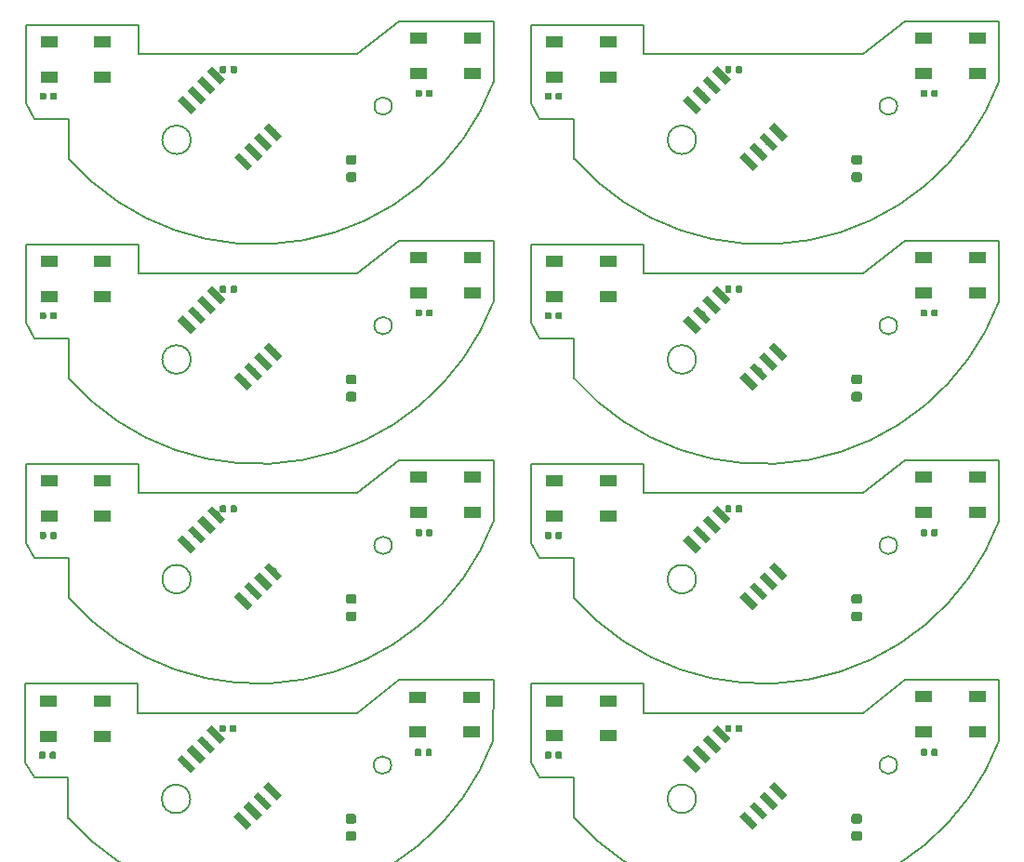
<source format=gbp>
%MOIN*%
%OFA0B0*%
%FSLAX46Y46*%
%IPPOS*%
%LPD*%
%ADD10C,0.005905511811023622*%
%ADD11C,0.0039370078740157488*%
%ADD12C,0.023228346456692913*%
%ADD13C,0.034448818897637797*%
%ADD14R,0.059055118110236227X0.03937007874015748*%
%ADD15C,0.025590551181102365*%
%ADD26C,0.005905511811023622*%
%ADD27C,0.0039370078740157488*%
%ADD28C,0.023228346456692913*%
%ADD29C,0.034448818897637797*%
%ADD30R,0.059055118110236227X0.03937007874015748*%
%ADD31C,0.025590551181102365*%
%ADD32C,0.005905511811023622*%
%ADD33C,0.0039370078740157488*%
%ADD34C,0.023228346456692913*%
%ADD35C,0.034448818897637797*%
%ADD36R,0.059055118110236227X0.03937007874015748*%
%ADD37C,0.025590551181102365*%
%ADD38C,0.005905511811023622*%
%ADD39C,0.0039370078740157488*%
%ADD40C,0.023228346456692913*%
%ADD41C,0.034448818897637797*%
%ADD42R,0.059055118110236227X0.03937007874015748*%
%ADD43C,0.025590551181102365*%
%ADD44C,0.005905511811023622*%
%ADD45C,0.0039370078740157488*%
%ADD46C,0.023228346456692913*%
%ADD47C,0.034448818897637797*%
%ADD48R,0.059055118110236227X0.03937007874015748*%
%ADD49C,0.025590551181102365*%
%ADD50C,0.005905511811023622*%
%ADD51C,0.0039370078740157488*%
%ADD52C,0.023228346456692913*%
%ADD53C,0.034448818897637797*%
%ADD54R,0.059055118110236227X0.03937007874015748*%
%ADD55C,0.025590551181102365*%
%ADD56C,0.005905511811023622*%
%ADD57C,0.0039370078740157488*%
%ADD58C,0.023228346456692913*%
%ADD59C,0.034448818897637797*%
%ADD60R,0.059055118110236227X0.03937007874015748*%
%ADD61C,0.025590551181102365*%
%ADD62C,0.005905511811023622*%
%ADD63C,0.0039370078740157488*%
%ADD64C,0.023228346456692913*%
%ADD65C,0.034448818897637797*%
%ADD66R,0.059055118110236227X0.03937007874015748*%
%ADD67C,0.025590551181102365*%
G01*
D10*
X0000154527Y0000450369D02*
X0000099409Y0000450369D01*
X0000154527Y0000306669D02*
X0000154527Y0000450369D01*
X0001677575Y0000584073D02*
G75*
G02X0000154527Y0000306669I-0000844898J0000319052D01*
G01*
X0001678149Y0000800763D02*
X0001677677Y0000584034D01*
X0001338582Y0000800763D02*
X0001678149Y0000800763D01*
X0001188976Y0000682653D02*
X0001338582Y0000800763D01*
X0000403543Y0000682653D02*
X0001188976Y0000682653D01*
X0000403543Y0000786984D02*
X0000403543Y0000682653D01*
X0000000000Y0000786984D02*
X0000403543Y0000786984D01*
X0000000000Y0000505487D02*
X0000000000Y0000786984D01*
X0000031495Y0000450369D02*
X0000000000Y0000505487D01*
X0000099409Y0000450369D02*
X0000031495Y0000450369D01*
X0001312007Y0000495645D02*
G75*
G03X0001312007Y0000495645I-0000031496D01*
G01*
X0000591535Y0000374582D02*
G75*
G03X0000591535Y0000374582I-0000051181D01*
G01*
D11*
G36*
X0001414447Y0000553491D02*
X0001415010Y0000553407D01*
X0001415563Y0000553269D01*
X0001416100Y0000553077D01*
X0001416615Y0000552833D01*
X0001417104Y0000552540D01*
X0001417561Y0000552201D01*
X0001417984Y0000551818D01*
X0001418366Y0000551396D01*
X0001418706Y0000550938D01*
X0001418999Y0000550449D01*
X0001419242Y0000549934D01*
X0001419434Y0000549398D01*
X0001419573Y0000548845D01*
X0001419656Y0000548281D01*
X0001419684Y0000547712D01*
X0001419684Y0000534129D01*
X0001419656Y0000533560D01*
X0001419573Y0000532996D01*
X0001419434Y0000532444D01*
X0001419242Y0000531907D01*
X0001418999Y0000531392D01*
X0001418706Y0000530903D01*
X0001418366Y0000530445D01*
X0001417984Y0000530023D01*
X0001417561Y0000529640D01*
X0001417104Y0000529301D01*
X0001416615Y0000529008D01*
X0001416100Y0000528764D01*
X0001415563Y0000528572D01*
X0001415010Y0000528434D01*
X0001414447Y0000528350D01*
X0001413877Y0000528322D01*
X0001402263Y0000528322D01*
X0001401694Y0000528350D01*
X0001401130Y0000528434D01*
X0001400577Y0000528572D01*
X0001400041Y0000528764D01*
X0001399526Y0000529008D01*
X0001399037Y0000529301D01*
X0001398579Y0000529640D01*
X0001398157Y0000530023D01*
X0001397774Y0000530445D01*
X0001397435Y0000530903D01*
X0001397142Y0000531392D01*
X0001396898Y0000531907D01*
X0001396706Y0000532444D01*
X0001396568Y0000532996D01*
X0001396484Y0000533560D01*
X0001396456Y0000534129D01*
X0001396456Y0000547712D01*
X0001396484Y0000548281D01*
X0001396568Y0000548845D01*
X0001396706Y0000549398D01*
X0001396898Y0000549934D01*
X0001397142Y0000550449D01*
X0001397435Y0000550938D01*
X0001397774Y0000551396D01*
X0001398157Y0000551818D01*
X0001398579Y0000552201D01*
X0001399037Y0000552540D01*
X0001399526Y0000552833D01*
X0001400041Y0000553077D01*
X0001400577Y0000553269D01*
X0001401130Y0000553407D01*
X0001401694Y0000553491D01*
X0001402263Y0000553519D01*
X0001413877Y0000553519D01*
X0001414447Y0000553491D01*
X0001414447Y0000553491D01*
G37*
D12*
X0001408070Y0000540921D03*
D11*
G36*
X0001452635Y0000553491D02*
X0001453199Y0000553407D01*
X0001453752Y0000553269D01*
X0001454289Y0000553077D01*
X0001454804Y0000552833D01*
X0001455293Y0000552540D01*
X0001455750Y0000552201D01*
X0001456172Y0000551818D01*
X0001456555Y0000551396D01*
X0001456895Y0000550938D01*
X0001457188Y0000550449D01*
X0001457431Y0000549934D01*
X0001457623Y0000549398D01*
X0001457762Y0000548845D01*
X0001457845Y0000548281D01*
X0001457873Y0000547712D01*
X0001457873Y0000534129D01*
X0001457845Y0000533560D01*
X0001457762Y0000532996D01*
X0001457623Y0000532444D01*
X0001457431Y0000531907D01*
X0001457188Y0000531392D01*
X0001456895Y0000530903D01*
X0001456555Y0000530445D01*
X0001456172Y0000530023D01*
X0001455750Y0000529640D01*
X0001455293Y0000529301D01*
X0001454804Y0000529008D01*
X0001454289Y0000528764D01*
X0001453752Y0000528572D01*
X0001453199Y0000528434D01*
X0001452635Y0000528350D01*
X0001452066Y0000528322D01*
X0001440452Y0000528322D01*
X0001439883Y0000528350D01*
X0001439319Y0000528434D01*
X0001438766Y0000528572D01*
X0001438230Y0000528764D01*
X0001437715Y0000529008D01*
X0001437226Y0000529301D01*
X0001436768Y0000529640D01*
X0001436346Y0000530023D01*
X0001435963Y0000530445D01*
X0001435624Y0000530903D01*
X0001435331Y0000531392D01*
X0001435087Y0000531907D01*
X0001434895Y0000532444D01*
X0001434757Y0000532996D01*
X0001434673Y0000533560D01*
X0001434645Y0000534129D01*
X0001434645Y0000547712D01*
X0001434673Y0000548281D01*
X0001434757Y0000548845D01*
X0001434895Y0000549398D01*
X0001435087Y0000549934D01*
X0001435331Y0000550449D01*
X0001435624Y0000550938D01*
X0001435963Y0000551396D01*
X0001436346Y0000551818D01*
X0001436768Y0000552201D01*
X0001437226Y0000552540D01*
X0001437715Y0000552833D01*
X0001438230Y0000553077D01*
X0001438766Y0000553269D01*
X0001439319Y0000553407D01*
X0001439883Y0000553491D01*
X0001440452Y0000553519D01*
X0001452066Y0000553519D01*
X0001452635Y0000553491D01*
X0001452635Y0000553491D01*
G37*
D12*
X0001446259Y0000540921D03*
D11*
G36*
X0001177858Y0000258421D02*
X0001178694Y0000258297D01*
X0001179514Y0000258091D01*
X0001180310Y0000257807D01*
X0001181074Y0000257445D01*
X0001181799Y0000257011D01*
X0001182477Y0000256507D01*
X0001183104Y0000255940D01*
X0001183671Y0000255314D01*
X0001184175Y0000254635D01*
X0001184609Y0000253910D01*
X0001184971Y0000253146D01*
X0001185255Y0000252350D01*
X0001185461Y0000251530D01*
X0001185585Y0000250694D01*
X0001185626Y0000249850D01*
X0001185626Y0000232626D01*
X0001185585Y0000231782D01*
X0001185461Y0000230946D01*
X0001185255Y0000230126D01*
X0001184971Y0000229330D01*
X0001184609Y0000228566D01*
X0001184175Y0000227841D01*
X0001183671Y0000227162D01*
X0001183104Y0000226536D01*
X0001182477Y0000225968D01*
X0001181799Y0000225465D01*
X0001181074Y0000225030D01*
X0001180310Y0000224669D01*
X0001179514Y0000224384D01*
X0001178694Y0000224179D01*
X0001177858Y0000224055D01*
X0001177014Y0000224013D01*
X0001156837Y0000224013D01*
X0001155993Y0000224055D01*
X0001155157Y0000224179D01*
X0001154337Y0000224384D01*
X0001153541Y0000224669D01*
X0001152777Y0000225030D01*
X0001152052Y0000225465D01*
X0001151373Y0000225968D01*
X0001150747Y0000226536D01*
X0001150179Y0000227162D01*
X0001149676Y0000227841D01*
X0001149241Y0000228566D01*
X0001148880Y0000229330D01*
X0001148595Y0000230126D01*
X0001148390Y0000230946D01*
X0001148266Y0000231782D01*
X0001148225Y0000232626D01*
X0001148225Y0000249850D01*
X0001148266Y0000250694D01*
X0001148390Y0000251530D01*
X0001148595Y0000252350D01*
X0001148880Y0000253146D01*
X0001149241Y0000253910D01*
X0001149676Y0000254635D01*
X0001150179Y0000255314D01*
X0001150747Y0000255940D01*
X0001151373Y0000256507D01*
X0001152052Y0000257011D01*
X0001152777Y0000257445D01*
X0001153541Y0000257807D01*
X0001154337Y0000258091D01*
X0001155157Y0000258297D01*
X0001155993Y0000258421D01*
X0001156837Y0000258462D01*
X0001177014Y0000258462D01*
X0001177858Y0000258421D01*
X0001177858Y0000258421D01*
G37*
D13*
X0001166925Y0000241238D03*
D11*
G36*
X0001177858Y0000320429D02*
X0001178694Y0000320305D01*
X0001179514Y0000320099D01*
X0001180310Y0000319815D01*
X0001181074Y0000319453D01*
X0001181799Y0000319019D01*
X0001182477Y0000318515D01*
X0001183104Y0000317948D01*
X0001183671Y0000317322D01*
X0001184175Y0000316643D01*
X0001184609Y0000315918D01*
X0001184971Y0000315154D01*
X0001185255Y0000314358D01*
X0001185461Y0000313538D01*
X0001185585Y0000312702D01*
X0001185626Y0000311858D01*
X0001185626Y0000294634D01*
X0001185585Y0000293789D01*
X0001185461Y0000292953D01*
X0001185255Y0000292134D01*
X0001184971Y0000291338D01*
X0001184609Y0000290574D01*
X0001184175Y0000289849D01*
X0001183671Y0000289170D01*
X0001183104Y0000288544D01*
X0001182477Y0000287976D01*
X0001181799Y0000287473D01*
X0001181074Y0000287038D01*
X0001180310Y0000286677D01*
X0001179514Y0000286392D01*
X0001178694Y0000286187D01*
X0001177858Y0000286063D01*
X0001177014Y0000286021D01*
X0001156837Y0000286021D01*
X0001155993Y0000286063D01*
X0001155157Y0000286187D01*
X0001154337Y0000286392D01*
X0001153541Y0000286677D01*
X0001152777Y0000287038D01*
X0001152052Y0000287473D01*
X0001151373Y0000287976D01*
X0001150747Y0000288544D01*
X0001150179Y0000289170D01*
X0001149676Y0000289849D01*
X0001149241Y0000290574D01*
X0001148880Y0000291338D01*
X0001148595Y0000292134D01*
X0001148390Y0000292953D01*
X0001148266Y0000293789D01*
X0001148225Y0000294634D01*
X0001148225Y0000311858D01*
X0001148266Y0000312702D01*
X0001148390Y0000313538D01*
X0001148595Y0000314358D01*
X0001148880Y0000315154D01*
X0001149241Y0000315918D01*
X0001149676Y0000316643D01*
X0001150179Y0000317322D01*
X0001150747Y0000317948D01*
X0001151373Y0000318515D01*
X0001152052Y0000319019D01*
X0001152777Y0000319453D01*
X0001153541Y0000319815D01*
X0001154337Y0000320099D01*
X0001155157Y0000320305D01*
X0001155993Y0000320429D01*
X0001156837Y0000320470D01*
X0001177014Y0000320470D01*
X0001177858Y0000320429D01*
X0001177858Y0000320429D01*
G37*
D13*
X0001166925Y0000303246D03*
D11*
G36*
X0000713007Y0000639012D02*
X0000713571Y0000638929D01*
X0000714124Y0000638790D01*
X0000714660Y0000638598D01*
X0000715175Y0000638355D01*
X0000715664Y0000638062D01*
X0000716122Y0000637722D01*
X0000716544Y0000637339D01*
X0000716927Y0000636917D01*
X0000717266Y0000636459D01*
X0000717559Y0000635971D01*
X0000717803Y0000635455D01*
X0000717995Y0000634919D01*
X0000718133Y0000634366D01*
X0000718217Y0000633802D01*
X0000718245Y0000633233D01*
X0000718245Y0000619650D01*
X0000718217Y0000619081D01*
X0000718133Y0000618518D01*
X0000717995Y0000617965D01*
X0000717803Y0000617428D01*
X0000717559Y0000616913D01*
X0000717266Y0000616424D01*
X0000716927Y0000615967D01*
X0000716544Y0000615544D01*
X0000716122Y0000615162D01*
X0000715664Y0000614822D01*
X0000715175Y0000614529D01*
X0000714660Y0000614285D01*
X0000714124Y0000614093D01*
X0000713571Y0000613955D01*
X0000713007Y0000613871D01*
X0000712438Y0000613843D01*
X0000700824Y0000613843D01*
X0000700255Y0000613871D01*
X0000699691Y0000613955D01*
X0000699138Y0000614093D01*
X0000698601Y0000614285D01*
X0000698086Y0000614529D01*
X0000697597Y0000614822D01*
X0000697140Y0000615162D01*
X0000696718Y0000615544D01*
X0000696335Y0000615967D01*
X0000695995Y0000616424D01*
X0000695702Y0000616913D01*
X0000695459Y0000617428D01*
X0000695267Y0000617965D01*
X0000695128Y0000618518D01*
X0000695045Y0000619081D01*
X0000695017Y0000619650D01*
X0000695017Y0000633233D01*
X0000695045Y0000633802D01*
X0000695128Y0000634366D01*
X0000695267Y0000634919D01*
X0000695459Y0000635455D01*
X0000695702Y0000635971D01*
X0000695995Y0000636459D01*
X0000696335Y0000636917D01*
X0000696718Y0000637339D01*
X0000697140Y0000637722D01*
X0000697597Y0000638062D01*
X0000698086Y0000638355D01*
X0000698601Y0000638598D01*
X0000699138Y0000638790D01*
X0000699691Y0000638929D01*
X0000700255Y0000639012D01*
X0000700824Y0000639040D01*
X0000712438Y0000639040D01*
X0000713007Y0000639012D01*
X0000713007Y0000639012D01*
G37*
D12*
X0000706631Y0000626442D03*
D11*
G36*
X0000751196Y0000639012D02*
X0000751760Y0000638929D01*
X0000752313Y0000638790D01*
X0000752849Y0000638598D01*
X0000753364Y0000638355D01*
X0000753853Y0000638062D01*
X0000754311Y0000637722D01*
X0000754733Y0000637339D01*
X0000755116Y0000636917D01*
X0000755455Y0000636459D01*
X0000755748Y0000635971D01*
X0000755992Y0000635455D01*
X0000756184Y0000634919D01*
X0000756322Y0000634366D01*
X0000756406Y0000633802D01*
X0000756434Y0000633233D01*
X0000756434Y0000619650D01*
X0000756406Y0000619081D01*
X0000756322Y0000618518D01*
X0000756184Y0000617965D01*
X0000755992Y0000617428D01*
X0000755748Y0000616913D01*
X0000755455Y0000616424D01*
X0000755116Y0000615967D01*
X0000754733Y0000615544D01*
X0000754311Y0000615162D01*
X0000753853Y0000614822D01*
X0000753364Y0000614529D01*
X0000752849Y0000614285D01*
X0000752313Y0000614093D01*
X0000751760Y0000613955D01*
X0000751196Y0000613871D01*
X0000750627Y0000613843D01*
X0000739013Y0000613843D01*
X0000738444Y0000613871D01*
X0000737880Y0000613955D01*
X0000737327Y0000614093D01*
X0000736790Y0000614285D01*
X0000736275Y0000614529D01*
X0000735786Y0000614822D01*
X0000735329Y0000615162D01*
X0000734907Y0000615544D01*
X0000734524Y0000615967D01*
X0000734184Y0000616424D01*
X0000733891Y0000616913D01*
X0000733648Y0000617428D01*
X0000733456Y0000617965D01*
X0000733317Y0000618518D01*
X0000733234Y0000619081D01*
X0000733206Y0000619650D01*
X0000733206Y0000633233D01*
X0000733234Y0000633802D01*
X0000733317Y0000634366D01*
X0000733456Y0000634919D01*
X0000733648Y0000635455D01*
X0000733891Y0000635971D01*
X0000734184Y0000636459D01*
X0000734524Y0000636917D01*
X0000734907Y0000637339D01*
X0000735329Y0000637722D01*
X0000735786Y0000638062D01*
X0000736275Y0000638355D01*
X0000736790Y0000638598D01*
X0000737327Y0000638790D01*
X0000737880Y0000638929D01*
X0000738444Y0000639012D01*
X0000739013Y0000639040D01*
X0000750627Y0000639040D01*
X0000751196Y0000639012D01*
X0000751196Y0000639012D01*
G37*
D12*
X0000744820Y0000626442D03*
D11*
G36*
X0000105588Y0000543649D02*
X0000106152Y0000543565D01*
X0000106705Y0000543426D01*
X0000107241Y0000543234D01*
X0000107756Y0000542991D01*
X0000108245Y0000542698D01*
X0000108703Y0000542358D01*
X0000109125Y0000541976D01*
X0000109508Y0000541553D01*
X0000109847Y0000541096D01*
X0000110140Y0000540607D01*
X0000110384Y0000540092D01*
X0000110576Y0000539555D01*
X0000110715Y0000539002D01*
X0000110798Y0000538439D01*
X0000110826Y0000537869D01*
X0000110826Y0000524287D01*
X0000110798Y0000523717D01*
X0000110715Y0000523154D01*
X0000110576Y0000522601D01*
X0000110384Y0000522064D01*
X0000110140Y0000521549D01*
X0000109847Y0000521060D01*
X0000109508Y0000520603D01*
X0000109125Y0000520180D01*
X0000108703Y0000519798D01*
X0000108245Y0000519458D01*
X0000107756Y0000519165D01*
X0000107241Y0000518922D01*
X0000106705Y0000518730D01*
X0000106152Y0000518591D01*
X0000105588Y0000518508D01*
X0000105019Y0000518480D01*
X0000093405Y0000518480D01*
X0000092836Y0000518508D01*
X0000092272Y0000518591D01*
X0000091719Y0000518730D01*
X0000091183Y0000518922D01*
X0000090667Y0000519165D01*
X0000090179Y0000519458D01*
X0000089721Y0000519798D01*
X0000089299Y0000520180D01*
X0000088916Y0000520603D01*
X0000088576Y0000521060D01*
X0000088283Y0000521549D01*
X0000088040Y0000522064D01*
X0000087848Y0000522601D01*
X0000087709Y0000523154D01*
X0000087626Y0000523717D01*
X0000087598Y0000524287D01*
X0000087598Y0000537869D01*
X0000087626Y0000538439D01*
X0000087709Y0000539002D01*
X0000087848Y0000539555D01*
X0000088040Y0000540092D01*
X0000088283Y0000540607D01*
X0000088576Y0000541096D01*
X0000088916Y0000541553D01*
X0000089299Y0000541976D01*
X0000089721Y0000542358D01*
X0000090179Y0000542698D01*
X0000090667Y0000542991D01*
X0000091183Y0000543234D01*
X0000091719Y0000543426D01*
X0000092272Y0000543565D01*
X0000092836Y0000543649D01*
X0000093405Y0000543676D01*
X0000105019Y0000543676D01*
X0000105588Y0000543649D01*
X0000105588Y0000543649D01*
G37*
D12*
X0000099212Y0000531078D03*
D11*
G36*
X0000067399Y0000543649D02*
X0000067963Y0000543565D01*
X0000068516Y0000543426D01*
X0000069052Y0000543234D01*
X0000069567Y0000542991D01*
X0000070056Y0000542698D01*
X0000070514Y0000542358D01*
X0000070936Y0000541976D01*
X0000071319Y0000541553D01*
X0000071658Y0000541096D01*
X0000071951Y0000540607D01*
X0000072195Y0000540092D01*
X0000072387Y0000539555D01*
X0000072526Y0000539002D01*
X0000072609Y0000538439D01*
X0000072637Y0000537869D01*
X0000072637Y0000524287D01*
X0000072609Y0000523717D01*
X0000072526Y0000523154D01*
X0000072387Y0000522601D01*
X0000072195Y0000522064D01*
X0000071951Y0000521549D01*
X0000071658Y0000521060D01*
X0000071319Y0000520603D01*
X0000070936Y0000520180D01*
X0000070514Y0000519798D01*
X0000070056Y0000519458D01*
X0000069567Y0000519165D01*
X0000069052Y0000518922D01*
X0000068516Y0000518730D01*
X0000067963Y0000518591D01*
X0000067399Y0000518508D01*
X0000066830Y0000518480D01*
X0000055216Y0000518480D01*
X0000054647Y0000518508D01*
X0000054083Y0000518591D01*
X0000053530Y0000518730D01*
X0000052994Y0000518922D01*
X0000052478Y0000519165D01*
X0000051990Y0000519458D01*
X0000051532Y0000519798D01*
X0000051110Y0000520180D01*
X0000050727Y0000520603D01*
X0000050387Y0000521060D01*
X0000050095Y0000521549D01*
X0000049851Y0000522064D01*
X0000049659Y0000522601D01*
X0000049520Y0000523154D01*
X0000049437Y0000523717D01*
X0000049409Y0000524287D01*
X0000049409Y0000537869D01*
X0000049437Y0000538439D01*
X0000049520Y0000539002D01*
X0000049659Y0000539555D01*
X0000049851Y0000540092D01*
X0000050095Y0000540607D01*
X0000050387Y0000541096D01*
X0000050727Y0000541553D01*
X0000051110Y0000541976D01*
X0000051532Y0000542358D01*
X0000051990Y0000542698D01*
X0000052478Y0000542991D01*
X0000052994Y0000543234D01*
X0000053530Y0000543426D01*
X0000054083Y0000543565D01*
X0000054647Y0000543649D01*
X0000055216Y0000543676D01*
X0000066830Y0000543676D01*
X0000067399Y0000543649D01*
X0000067399Y0000543649D01*
G37*
D12*
X0000061023Y0000531078D03*
D14*
X0000082677Y0000599978D03*
X0000082677Y0000725963D03*
X0000275590Y0000599978D03*
X0000275590Y0000725963D03*
X0001407480Y0000613755D03*
X0001407480Y0000739739D03*
X0001600393Y0000613755D03*
X0001600393Y0000739739D03*
D15*
X0000885970Y0000402463D03*
D11*
G36*
X0000918681Y0000387848D02*
X0000900586Y0000369752D01*
X0000853260Y0000417078D01*
X0000871355Y0000435174D01*
X0000918681Y0000387848D01*
X0000918681Y0000387848D01*
G37*
D15*
X0000850615Y0000367108D03*
D11*
G36*
X0000883325Y0000352492D02*
X0000865230Y0000334397D01*
X0000817904Y0000381723D01*
X0000835999Y0000399818D01*
X0000883325Y0000352492D01*
X0000883325Y0000352492D01*
G37*
D15*
X0000815259Y0000331752D03*
D11*
G36*
X0000847970Y0000317137D02*
X0000829875Y0000299042D01*
X0000782549Y0000346368D01*
X0000800644Y0000364463D01*
X0000847970Y0000317137D01*
X0000847970Y0000317137D01*
G37*
D15*
X0000779904Y0000296397D03*
D11*
G36*
X0000812615Y0000281782D02*
X0000794520Y0000263686D01*
X0000747193Y0000311012D01*
X0000765289Y0000329108D01*
X0000812615Y0000281782D01*
X0000812615Y0000281782D01*
G37*
D15*
X0000576681Y0000499621D03*
D11*
G36*
X0000609391Y0000485005D02*
X0000591296Y0000466910D01*
X0000543970Y0000514236D01*
X0000562065Y0000532331D01*
X0000609391Y0000485005D01*
X0000609391Y0000485005D01*
G37*
D15*
X0000612036Y0000534976D03*
D11*
G36*
X0000644746Y0000520361D02*
X0000626651Y0000502265D01*
X0000579325Y0000549591D01*
X0000597420Y0000567687D01*
X0000644746Y0000520361D01*
X0000644746Y0000520361D01*
G37*
D15*
X0000647391Y0000570331D03*
D11*
G36*
X0000680102Y0000555716D02*
X0000662007Y0000537621D01*
X0000614681Y0000584947D01*
X0000632776Y0000603042D01*
X0000680102Y0000555716D01*
X0000680102Y0000555716D01*
G37*
D15*
X0000682747Y0000605687D03*
D11*
G36*
X0000715457Y0000591071D02*
X0000697362Y0000572976D01*
X0000650036Y0000620302D01*
X0000668131Y0000638397D01*
X0000715457Y0000591071D01*
X0000715457Y0000591071D01*
G37*
G04 next file*
G04 Gerber Fmt 4.6, Leading zero omitted, Abs format (unit mm)*
G04 Created by KiCad (PCBNEW 5.0.1-33cea8e~68~ubuntu18.04.1) date Di 04 Dez 2018 23:45:32 CET*
G01*
G04 APERTURE LIST*
G04 APERTURE END LIST*
D26*
X0001967519Y0000450787D02*
X0001912401Y0000450787D01*
X0001967519Y0000307086D02*
X0001967519Y0000450787D01*
X0003490567Y0000584490D02*
G75*
G02X0001967519Y0000307086I-0000844898J0000319052D01*
G01*
X0003491141Y0000801181D02*
X0003490669Y0000584452D01*
X0003151574Y0000801181D02*
X0003491141Y0000801181D01*
X0003001968Y0000683070D02*
X0003151574Y0000801181D01*
X0002216535Y0000683070D02*
X0003001968Y0000683070D01*
X0002216535Y0000787401D02*
X0002216535Y0000683070D01*
X0001812992Y0000787401D02*
X0002216535Y0000787401D01*
X0001812992Y0000505905D02*
X0001812992Y0000787401D01*
X0001844488Y0000450787D02*
X0001812992Y0000505905D01*
X0001912401Y0000450787D02*
X0001844488Y0000450787D01*
X0003125000Y0000496062D02*
G75*
G03X0003125000Y0000496062I-0000031496D01*
G01*
X0002404527Y0000375000D02*
G75*
G03X0002404527Y0000375000I-0000051181D01*
G01*
D27*
G36*
X0003227439Y0000553909D02*
X0003228002Y0000553825D01*
X0003228555Y0000553686D01*
X0003229092Y0000553494D01*
X0003229607Y0000553251D01*
X0003230096Y0000552958D01*
X0003230554Y0000552618D01*
X0003230976Y0000552236D01*
X0003231359Y0000551813D01*
X0003231698Y0000551356D01*
X0003231991Y0000550867D01*
X0003232235Y0000550352D01*
X0003232427Y0000549815D01*
X0003232565Y0000549262D01*
X0003232649Y0000548699D01*
X0003232677Y0000548129D01*
X0003232677Y0000534547D01*
X0003232649Y0000533977D01*
X0003232565Y0000533414D01*
X0003232427Y0000532861D01*
X0003232235Y0000532324D01*
X0003231991Y0000531809D01*
X0003231698Y0000531320D01*
X0003231359Y0000530863D01*
X0003230976Y0000530441D01*
X0003230554Y0000530058D01*
X0003230096Y0000529718D01*
X0003229607Y0000529425D01*
X0003229092Y0000529182D01*
X0003228555Y0000528990D01*
X0003228002Y0000528851D01*
X0003227439Y0000528768D01*
X0003226870Y0000528740D01*
X0003215255Y0000528740D01*
X0003214686Y0000528768D01*
X0003214122Y0000528851D01*
X0003213570Y0000528990D01*
X0003213033Y0000529182D01*
X0003212518Y0000529425D01*
X0003212029Y0000529718D01*
X0003211571Y0000530058D01*
X0003211149Y0000530441D01*
X0003210766Y0000530863D01*
X0003210427Y0000531320D01*
X0003210134Y0000531809D01*
X0003209890Y0000532324D01*
X0003209698Y0000532861D01*
X0003209560Y0000533414D01*
X0003209476Y0000533977D01*
X0003209448Y0000534547D01*
X0003209448Y0000548129D01*
X0003209476Y0000548699D01*
X0003209560Y0000549262D01*
X0003209698Y0000549815D01*
X0003209890Y0000550352D01*
X0003210134Y0000550867D01*
X0003210427Y0000551356D01*
X0003210766Y0000551813D01*
X0003211149Y0000552236D01*
X0003211571Y0000552618D01*
X0003212029Y0000552958D01*
X0003212518Y0000553251D01*
X0003213033Y0000553494D01*
X0003213570Y0000553686D01*
X0003214122Y0000553825D01*
X0003214686Y0000553909D01*
X0003215255Y0000553936D01*
X0003226870Y0000553936D01*
X0003227439Y0000553909D01*
X0003227439Y0000553909D01*
G37*
D28*
X0003221062Y0000541338D03*
D27*
G36*
X0003265628Y0000553909D02*
X0003266191Y0000553825D01*
X0003266744Y0000553686D01*
X0003267281Y0000553494D01*
X0003267796Y0000553251D01*
X0003268285Y0000552958D01*
X0003268743Y0000552618D01*
X0003269165Y0000552236D01*
X0003269547Y0000551813D01*
X0003269887Y0000551356D01*
X0003270180Y0000550867D01*
X0003270424Y0000550352D01*
X0003270616Y0000549815D01*
X0003270754Y0000549262D01*
X0003270838Y0000548699D01*
X0003270866Y0000548129D01*
X0003270866Y0000534547D01*
X0003270838Y0000533977D01*
X0003270754Y0000533414D01*
X0003270616Y0000532861D01*
X0003270424Y0000532324D01*
X0003270180Y0000531809D01*
X0003269887Y0000531320D01*
X0003269547Y0000530863D01*
X0003269165Y0000530441D01*
X0003268743Y0000530058D01*
X0003268285Y0000529718D01*
X0003267796Y0000529425D01*
X0003267281Y0000529182D01*
X0003266744Y0000528990D01*
X0003266191Y0000528851D01*
X0003265628Y0000528768D01*
X0003265059Y0000528740D01*
X0003253444Y0000528740D01*
X0003252875Y0000528768D01*
X0003252311Y0000528851D01*
X0003251759Y0000528990D01*
X0003251222Y0000529182D01*
X0003250707Y0000529425D01*
X0003250218Y0000529718D01*
X0003249760Y0000530058D01*
X0003249338Y0000530441D01*
X0003248955Y0000530863D01*
X0003248616Y0000531320D01*
X0003248323Y0000531809D01*
X0003248079Y0000532324D01*
X0003247887Y0000532861D01*
X0003247749Y0000533414D01*
X0003247665Y0000533977D01*
X0003247637Y0000534547D01*
X0003247637Y0000548129D01*
X0003247665Y0000548699D01*
X0003247749Y0000549262D01*
X0003247887Y0000549815D01*
X0003248079Y0000550352D01*
X0003248323Y0000550867D01*
X0003248616Y0000551356D01*
X0003248955Y0000551813D01*
X0003249338Y0000552236D01*
X0003249760Y0000552618D01*
X0003250218Y0000552958D01*
X0003250707Y0000553251D01*
X0003251222Y0000553494D01*
X0003251759Y0000553686D01*
X0003252311Y0000553825D01*
X0003252875Y0000553909D01*
X0003253444Y0000553936D01*
X0003265059Y0000553936D01*
X0003265628Y0000553909D01*
X0003265628Y0000553909D01*
G37*
D28*
X0003259251Y0000541338D03*
D27*
G36*
X0002990850Y0000258838D02*
X0002991686Y0000258714D01*
X0002992506Y0000258509D01*
X0002993302Y0000258224D01*
X0002994066Y0000257863D01*
X0002994791Y0000257428D01*
X0002995470Y0000256925D01*
X0002996096Y0000256357D01*
X0002996664Y0000255731D01*
X0002997167Y0000255052D01*
X0002997601Y0000254327D01*
X0002997963Y0000253563D01*
X0002998248Y0000252768D01*
X0002998453Y0000251948D01*
X0002998577Y0000251112D01*
X0002998618Y0000250268D01*
X0002998618Y0000233043D01*
X0002998577Y0000232199D01*
X0002998453Y0000231363D01*
X0002998248Y0000230543D01*
X0002997963Y0000229747D01*
X0002997601Y0000228983D01*
X0002997167Y0000228259D01*
X0002996664Y0000227580D01*
X0002996096Y0000226953D01*
X0002995470Y0000226386D01*
X0002994791Y0000225882D01*
X0002994066Y0000225448D01*
X0002993302Y0000225087D01*
X0002992506Y0000224802D01*
X0002991686Y0000224596D01*
X0002990850Y0000224472D01*
X0002990006Y0000224431D01*
X0002969829Y0000224431D01*
X0002968985Y0000224472D01*
X0002968149Y0000224596D01*
X0002967329Y0000224802D01*
X0002966533Y0000225087D01*
X0002965769Y0000225448D01*
X0002965044Y0000225882D01*
X0002964365Y0000226386D01*
X0002963739Y0000226953D01*
X0002963172Y0000227580D01*
X0002962668Y0000228259D01*
X0002962234Y0000228983D01*
X0002961872Y0000229747D01*
X0002961588Y0000230543D01*
X0002961382Y0000231363D01*
X0002961258Y0000232199D01*
X0002961217Y0000233043D01*
X0002961217Y0000250268D01*
X0002961258Y0000251112D01*
X0002961382Y0000251948D01*
X0002961588Y0000252768D01*
X0002961872Y0000253563D01*
X0002962234Y0000254327D01*
X0002962668Y0000255052D01*
X0002963172Y0000255731D01*
X0002963739Y0000256357D01*
X0002964365Y0000256925D01*
X0002965044Y0000257428D01*
X0002965769Y0000257863D01*
X0002966533Y0000258224D01*
X0002967329Y0000258509D01*
X0002968149Y0000258714D01*
X0002968985Y0000258838D01*
X0002969829Y0000258880D01*
X0002990006Y0000258880D01*
X0002990850Y0000258838D01*
X0002990850Y0000258838D01*
G37*
D29*
X0002979918Y0000241655D03*
D27*
G36*
X0002990850Y0000320846D02*
X0002991686Y0000320722D01*
X0002992506Y0000320517D01*
X0002993302Y0000320232D01*
X0002994066Y0000319871D01*
X0002994791Y0000319436D01*
X0002995470Y0000318933D01*
X0002996096Y0000318365D01*
X0002996664Y0000317739D01*
X0002997167Y0000317060D01*
X0002997601Y0000316335D01*
X0002997963Y0000315571D01*
X0002998248Y0000314775D01*
X0002998453Y0000313956D01*
X0002998577Y0000313120D01*
X0002998618Y0000312275D01*
X0002998618Y0000295051D01*
X0002998577Y0000294207D01*
X0002998453Y0000293371D01*
X0002998248Y0000292551D01*
X0002997963Y0000291755D01*
X0002997601Y0000290991D01*
X0002997167Y0000290266D01*
X0002996664Y0000289588D01*
X0002996096Y0000288961D01*
X0002995470Y0000288394D01*
X0002994791Y0000287890D01*
X0002994066Y0000287456D01*
X0002993302Y0000287094D01*
X0002992506Y0000286810D01*
X0002991686Y0000286604D01*
X0002990850Y0000286480D01*
X0002990006Y0000286439D01*
X0002969829Y0000286439D01*
X0002968985Y0000286480D01*
X0002968149Y0000286604D01*
X0002967329Y0000286810D01*
X0002966533Y0000287094D01*
X0002965769Y0000287456D01*
X0002965044Y0000287890D01*
X0002964365Y0000288394D01*
X0002963739Y0000288961D01*
X0002963172Y0000289588D01*
X0002962668Y0000290266D01*
X0002962234Y0000290991D01*
X0002961872Y0000291755D01*
X0002961588Y0000292551D01*
X0002961382Y0000293371D01*
X0002961258Y0000294207D01*
X0002961217Y0000295051D01*
X0002961217Y0000312275D01*
X0002961258Y0000313120D01*
X0002961382Y0000313956D01*
X0002961588Y0000314775D01*
X0002961872Y0000315571D01*
X0002962234Y0000316335D01*
X0002962668Y0000317060D01*
X0002963172Y0000317739D01*
X0002963739Y0000318365D01*
X0002964365Y0000318933D01*
X0002965044Y0000319436D01*
X0002965769Y0000319871D01*
X0002966533Y0000320232D01*
X0002967329Y0000320517D01*
X0002968149Y0000320722D01*
X0002968985Y0000320846D01*
X0002969829Y0000320888D01*
X0002990006Y0000320888D01*
X0002990850Y0000320846D01*
X0002990850Y0000320846D01*
G37*
D29*
X0002979918Y0000303663D03*
D27*
G36*
X0002525999Y0000639430D02*
X0002526563Y0000639346D01*
X0002527116Y0000639208D01*
X0002527652Y0000639016D01*
X0002528168Y0000638772D01*
X0002528656Y0000638479D01*
X0002529114Y0000638140D01*
X0002529536Y0000637757D01*
X0002529919Y0000637335D01*
X0002530259Y0000636877D01*
X0002530552Y0000636388D01*
X0002530795Y0000635873D01*
X0002530987Y0000635336D01*
X0002531126Y0000634784D01*
X0002531209Y0000634220D01*
X0002531237Y0000633651D01*
X0002531237Y0000620068D01*
X0002531209Y0000619499D01*
X0002531126Y0000618935D01*
X0002530987Y0000618382D01*
X0002530795Y0000617846D01*
X0002530552Y0000617331D01*
X0002530259Y0000616842D01*
X0002529919Y0000616384D01*
X0002529536Y0000615962D01*
X0002529114Y0000615579D01*
X0002528656Y0000615240D01*
X0002528168Y0000614947D01*
X0002527652Y0000614703D01*
X0002527116Y0000614511D01*
X0002526563Y0000614372D01*
X0002525999Y0000614289D01*
X0002525430Y0000614261D01*
X0002513816Y0000614261D01*
X0002513247Y0000614289D01*
X0002512683Y0000614372D01*
X0002512130Y0000614511D01*
X0002511594Y0000614703D01*
X0002511079Y0000614947D01*
X0002510590Y0000615240D01*
X0002510132Y0000615579D01*
X0002509710Y0000615962D01*
X0002509327Y0000616384D01*
X0002508988Y0000616842D01*
X0002508695Y0000617331D01*
X0002508451Y0000617846D01*
X0002508259Y0000618382D01*
X0002508120Y0000618935D01*
X0002508037Y0000619499D01*
X0002508009Y0000620068D01*
X0002508009Y0000633651D01*
X0002508037Y0000634220D01*
X0002508120Y0000634784D01*
X0002508259Y0000635336D01*
X0002508451Y0000635873D01*
X0002508695Y0000636388D01*
X0002508988Y0000636877D01*
X0002509327Y0000637335D01*
X0002509710Y0000637757D01*
X0002510132Y0000638140D01*
X0002510590Y0000638479D01*
X0002511079Y0000638772D01*
X0002511594Y0000639016D01*
X0002512130Y0000639208D01*
X0002512683Y0000639346D01*
X0002513247Y0000639430D01*
X0002513816Y0000639458D01*
X0002525430Y0000639458D01*
X0002525999Y0000639430D01*
X0002525999Y0000639430D01*
G37*
D28*
X0002519623Y0000626859D03*
D27*
G36*
X0002564188Y0000639430D02*
X0002564752Y0000639346D01*
X0002565305Y0000639208D01*
X0002565841Y0000639016D01*
X0002566357Y0000638772D01*
X0002566845Y0000638479D01*
X0002567303Y0000638140D01*
X0002567725Y0000637757D01*
X0002568108Y0000637335D01*
X0002568448Y0000636877D01*
X0002568741Y0000636388D01*
X0002568984Y0000635873D01*
X0002569176Y0000635336D01*
X0002569315Y0000634784D01*
X0002569398Y0000634220D01*
X0002569426Y0000633651D01*
X0002569426Y0000620068D01*
X0002569398Y0000619499D01*
X0002569315Y0000618935D01*
X0002569176Y0000618382D01*
X0002568984Y0000617846D01*
X0002568741Y0000617331D01*
X0002568448Y0000616842D01*
X0002568108Y0000616384D01*
X0002567725Y0000615962D01*
X0002567303Y0000615579D01*
X0002566845Y0000615240D01*
X0002566357Y0000614947D01*
X0002565841Y0000614703D01*
X0002565305Y0000614511D01*
X0002564752Y0000614372D01*
X0002564188Y0000614289D01*
X0002563619Y0000614261D01*
X0002552005Y0000614261D01*
X0002551436Y0000614289D01*
X0002550872Y0000614372D01*
X0002550319Y0000614511D01*
X0002549783Y0000614703D01*
X0002549268Y0000614947D01*
X0002548779Y0000615240D01*
X0002548321Y0000615579D01*
X0002547899Y0000615962D01*
X0002547516Y0000616384D01*
X0002547177Y0000616842D01*
X0002546884Y0000617331D01*
X0002546640Y0000617846D01*
X0002546448Y0000618382D01*
X0002546310Y0000618935D01*
X0002546226Y0000619499D01*
X0002546198Y0000620068D01*
X0002546198Y0000633651D01*
X0002546226Y0000634220D01*
X0002546310Y0000634784D01*
X0002546448Y0000635336D01*
X0002546640Y0000635873D01*
X0002546884Y0000636388D01*
X0002547177Y0000636877D01*
X0002547516Y0000637335D01*
X0002547899Y0000637757D01*
X0002548321Y0000638140D01*
X0002548779Y0000638479D01*
X0002549268Y0000638772D01*
X0002549783Y0000639016D01*
X0002550319Y0000639208D01*
X0002550872Y0000639346D01*
X0002551436Y0000639430D01*
X0002552005Y0000639458D01*
X0002563619Y0000639458D01*
X0002564188Y0000639430D01*
X0002564188Y0000639430D01*
G37*
D28*
X0002557812Y0000626859D03*
D27*
G36*
X0001918581Y0000544066D02*
X0001919144Y0000543982D01*
X0001919697Y0000543844D01*
X0001920234Y0000543652D01*
X0001920749Y0000543408D01*
X0001921238Y0000543115D01*
X0001921695Y0000542776D01*
X0001922118Y0000542393D01*
X0001922500Y0000541971D01*
X0001922840Y0000541513D01*
X0001923133Y0000541024D01*
X0001923376Y0000540509D01*
X0001923568Y0000539973D01*
X0001923707Y0000539420D01*
X0001923790Y0000538856D01*
X0001923818Y0000538287D01*
X0001923818Y0000524704D01*
X0001923790Y0000524135D01*
X0001923707Y0000523571D01*
X0001923568Y0000523019D01*
X0001923376Y0000522482D01*
X0001923133Y0000521967D01*
X0001922840Y0000521478D01*
X0001922500Y0000521020D01*
X0001922118Y0000520598D01*
X0001921695Y0000520215D01*
X0001921238Y0000519876D01*
X0001920749Y0000519583D01*
X0001920234Y0000519339D01*
X0001919697Y0000519147D01*
X0001919144Y0000519009D01*
X0001918581Y0000518925D01*
X0001918011Y0000518897D01*
X0001906397Y0000518897D01*
X0001905828Y0000518925D01*
X0001905264Y0000519009D01*
X0001904711Y0000519147D01*
X0001904175Y0000519339D01*
X0001903660Y0000519583D01*
X0001903171Y0000519876D01*
X0001902713Y0000520215D01*
X0001902291Y0000520598D01*
X0001901908Y0000521020D01*
X0001901569Y0000521478D01*
X0001901276Y0000521967D01*
X0001901032Y0000522482D01*
X0001900840Y0000523019D01*
X0001900702Y0000523571D01*
X0001900618Y0000524135D01*
X0001900590Y0000524704D01*
X0001900590Y0000538287D01*
X0001900618Y0000538856D01*
X0001900702Y0000539420D01*
X0001900840Y0000539973D01*
X0001901032Y0000540509D01*
X0001901276Y0000541024D01*
X0001901569Y0000541513D01*
X0001901908Y0000541971D01*
X0001902291Y0000542393D01*
X0001902713Y0000542776D01*
X0001903171Y0000543115D01*
X0001903660Y0000543408D01*
X0001904175Y0000543652D01*
X0001904711Y0000543844D01*
X0001905264Y0000543982D01*
X0001905828Y0000544066D01*
X0001906397Y0000544094D01*
X0001918011Y0000544094D01*
X0001918581Y0000544066D01*
X0001918581Y0000544066D01*
G37*
D28*
X0001912204Y0000531496D03*
D27*
G36*
X0001880392Y0000544066D02*
X0001880955Y0000543982D01*
X0001881508Y0000543844D01*
X0001882045Y0000543652D01*
X0001882560Y0000543408D01*
X0001883049Y0000543115D01*
X0001883506Y0000542776D01*
X0001883929Y0000542393D01*
X0001884311Y0000541971D01*
X0001884651Y0000541513D01*
X0001884944Y0000541024D01*
X0001885187Y0000540509D01*
X0001885379Y0000539973D01*
X0001885518Y0000539420D01*
X0001885601Y0000538856D01*
X0001885629Y0000538287D01*
X0001885629Y0000524704D01*
X0001885601Y0000524135D01*
X0001885518Y0000523571D01*
X0001885379Y0000523019D01*
X0001885187Y0000522482D01*
X0001884944Y0000521967D01*
X0001884651Y0000521478D01*
X0001884311Y0000521020D01*
X0001883929Y0000520598D01*
X0001883506Y0000520215D01*
X0001883049Y0000519876D01*
X0001882560Y0000519583D01*
X0001882045Y0000519339D01*
X0001881508Y0000519147D01*
X0001880955Y0000519009D01*
X0001880392Y0000518925D01*
X0001879822Y0000518897D01*
X0001868208Y0000518897D01*
X0001867639Y0000518925D01*
X0001867075Y0000519009D01*
X0001866522Y0000519147D01*
X0001865986Y0000519339D01*
X0001865471Y0000519583D01*
X0001864982Y0000519876D01*
X0001864524Y0000520215D01*
X0001864102Y0000520598D01*
X0001863719Y0000521020D01*
X0001863380Y0000521478D01*
X0001863087Y0000521967D01*
X0001862843Y0000522482D01*
X0001862651Y0000523019D01*
X0001862513Y0000523571D01*
X0001862429Y0000524135D01*
X0001862401Y0000524704D01*
X0001862401Y0000538287D01*
X0001862429Y0000538856D01*
X0001862513Y0000539420D01*
X0001862651Y0000539973D01*
X0001862843Y0000540509D01*
X0001863087Y0000541024D01*
X0001863380Y0000541513D01*
X0001863719Y0000541971D01*
X0001864102Y0000542393D01*
X0001864524Y0000542776D01*
X0001864982Y0000543115D01*
X0001865471Y0000543408D01*
X0001865986Y0000543652D01*
X0001866522Y0000543844D01*
X0001867075Y0000543982D01*
X0001867639Y0000544066D01*
X0001868208Y0000544094D01*
X0001879822Y0000544094D01*
X0001880392Y0000544066D01*
X0001880392Y0000544066D01*
G37*
D28*
X0001874015Y0000531496D03*
D30*
X0001895669Y0000600396D03*
X0001895669Y0000726380D03*
X0002088582Y0000600396D03*
X0002088582Y0000726380D03*
X0003220472Y0000614173D03*
X0003220472Y0000740157D03*
X0003413385Y0000614173D03*
X0003413385Y0000740157D03*
D31*
X0002698962Y0000402881D03*
D27*
G36*
X0002731673Y0000388265D02*
X0002713578Y0000370170D01*
X0002666252Y0000417496D01*
X0002684347Y0000435591D01*
X0002731673Y0000388265D01*
X0002731673Y0000388265D01*
G37*
D31*
X0002663607Y0000367525D03*
D27*
G36*
X0002696318Y0000352910D02*
X0002678222Y0000334815D01*
X0002630896Y0000382141D01*
X0002648992Y0000400236D01*
X0002696318Y0000352910D01*
X0002696318Y0000352910D01*
G37*
D31*
X0002628252Y0000332170D03*
D27*
G36*
X0002660962Y0000317554D02*
X0002642867Y0000299459D01*
X0002595541Y0000346785D01*
X0002613636Y0000364880D01*
X0002660962Y0000317554D01*
X0002660962Y0000317554D01*
G37*
D31*
X0002592896Y0000296815D03*
D27*
G36*
X0002625607Y0000282199D02*
X0002607512Y0000264104D01*
X0002560186Y0000311430D01*
X0002578281Y0000329525D01*
X0002625607Y0000282199D01*
X0002625607Y0000282199D01*
G37*
D31*
X0002389673Y0000500038D03*
D27*
G36*
X0002422383Y0000485423D02*
X0002404288Y0000467327D01*
X0002356962Y0000514653D01*
X0002375057Y0000532749D01*
X0002422383Y0000485423D01*
X0002422383Y0000485423D01*
G37*
D31*
X0002425028Y0000535393D03*
D27*
G36*
X0002457739Y0000520778D02*
X0002439644Y0000502683D01*
X0002392317Y0000550009D01*
X0002410413Y0000568104D01*
X0002457739Y0000520778D01*
X0002457739Y0000520778D01*
G37*
D31*
X0002460383Y0000570749D03*
D27*
G36*
X0002493094Y0000556133D02*
X0002474999Y0000538038D01*
X0002427673Y0000585364D01*
X0002445768Y0000603459D01*
X0002493094Y0000556133D01*
X0002493094Y0000556133D01*
G37*
D31*
X0002495739Y0000606104D03*
D27*
G36*
X0002528449Y0000591489D02*
X0002510354Y0000573393D01*
X0002463028Y0000620720D01*
X0002481123Y0000638815D01*
X0002528449Y0000591489D01*
X0002528449Y0000591489D01*
G37*
G04 next file*
G04 Gerber Fmt 4.6, Leading zero omitted, Abs format (unit mm)*
G04 Created by KiCad (PCBNEW 5.0.1-33cea8e~68~ubuntu18.04.1) date Di 04 Dez 2018 23:45:32 CET*
G01*
G04 APERTURE LIST*
G04 APERTURE END LIST*
D32*
X0000156496Y0001238188D02*
X0000101377Y0001238188D01*
X0000156496Y0001094488D02*
X0000156496Y0001238188D01*
X0001679543Y0001371892D02*
G75*
G02X0000156496Y0001094488I-0000844898J0000319052D01*
G01*
X0001680118Y0001588582D02*
X0001679646Y0001371853D01*
X0001340551Y0001588582D02*
X0001680118Y0001588582D01*
X0001190944Y0001470472D02*
X0001340551Y0001588582D01*
X0000405511Y0001470472D02*
X0001190944Y0001470472D01*
X0000405511Y0001574803D02*
X0000405511Y0001470472D01*
X0000001968Y0001574803D02*
X0000405511Y0001574803D01*
X0000001968Y0001293307D02*
X0000001968Y0001574803D01*
X0000033464Y0001238188D02*
X0000001968Y0001293307D01*
X0000101377Y0001238188D02*
X0000033464Y0001238188D01*
X0001313976Y0001283464D02*
G75*
G03X0001313976Y0001283464I-0000031496D01*
G01*
X0000593503Y0001162401D02*
G75*
G03X0000593503Y0001162401I-0000051181D01*
G01*
D33*
G36*
X0001416415Y0001341310D02*
X0001416979Y0001341227D01*
X0001417532Y0001341088D01*
X0001418068Y0001340896D01*
X0001418583Y0001340652D01*
X0001419072Y0001340359D01*
X0001419530Y0001340020D01*
X0001419952Y0001339637D01*
X0001420335Y0001339215D01*
X0001420674Y0001338757D01*
X0001420967Y0001338268D01*
X0001421211Y0001337753D01*
X0001421403Y0001337217D01*
X0001421541Y0001336664D01*
X0001421625Y0001336100D01*
X0001421653Y0001335531D01*
X0001421653Y0001321948D01*
X0001421625Y0001321379D01*
X0001421541Y0001320815D01*
X0001421403Y0001320263D01*
X0001421211Y0001319726D01*
X0001420967Y0001319211D01*
X0001420674Y0001318722D01*
X0001420335Y0001318264D01*
X0001419952Y0001317842D01*
X0001419530Y0001317459D01*
X0001419072Y0001317120D01*
X0001418583Y0001316827D01*
X0001418068Y0001316583D01*
X0001417532Y0001316391D01*
X0001416979Y0001316253D01*
X0001416415Y0001316169D01*
X0001415846Y0001316141D01*
X0001404232Y0001316141D01*
X0001403663Y0001316169D01*
X0001403099Y0001316253D01*
X0001402546Y0001316391D01*
X0001402009Y0001316583D01*
X0001401494Y0001316827D01*
X0001401006Y0001317120D01*
X0001400548Y0001317459D01*
X0001400126Y0001317842D01*
X0001399743Y0001318264D01*
X0001399403Y0001318722D01*
X0001399110Y0001319211D01*
X0001398867Y0001319726D01*
X0001398675Y0001320263D01*
X0001398536Y0001320815D01*
X0001398453Y0001321379D01*
X0001398425Y0001321948D01*
X0001398425Y0001335531D01*
X0001398453Y0001336100D01*
X0001398536Y0001336664D01*
X0001398675Y0001337217D01*
X0001398867Y0001337753D01*
X0001399110Y0001338268D01*
X0001399403Y0001338757D01*
X0001399743Y0001339215D01*
X0001400126Y0001339637D01*
X0001400548Y0001340020D01*
X0001401006Y0001340359D01*
X0001401494Y0001340652D01*
X0001402009Y0001340896D01*
X0001402546Y0001341088D01*
X0001403099Y0001341227D01*
X0001403663Y0001341310D01*
X0001404232Y0001341338D01*
X0001415846Y0001341338D01*
X0001416415Y0001341310D01*
X0001416415Y0001341310D01*
G37*
D34*
X0001410039Y0001328740D03*
D33*
G36*
X0001454604Y0001341310D02*
X0001455168Y0001341227D01*
X0001455721Y0001341088D01*
X0001456257Y0001340896D01*
X0001456772Y0001340652D01*
X0001457261Y0001340359D01*
X0001457719Y0001340020D01*
X0001458141Y0001339637D01*
X0001458524Y0001339215D01*
X0001458863Y0001338757D01*
X0001459156Y0001338268D01*
X0001459400Y0001337753D01*
X0001459592Y0001337217D01*
X0001459730Y0001336664D01*
X0001459814Y0001336100D01*
X0001459842Y0001335531D01*
X0001459842Y0001321948D01*
X0001459814Y0001321379D01*
X0001459730Y0001320815D01*
X0001459592Y0001320263D01*
X0001459400Y0001319726D01*
X0001459156Y0001319211D01*
X0001458863Y0001318722D01*
X0001458524Y0001318264D01*
X0001458141Y0001317842D01*
X0001457719Y0001317459D01*
X0001457261Y0001317120D01*
X0001456772Y0001316827D01*
X0001456257Y0001316583D01*
X0001455721Y0001316391D01*
X0001455168Y0001316253D01*
X0001454604Y0001316169D01*
X0001454035Y0001316141D01*
X0001442421Y0001316141D01*
X0001441852Y0001316169D01*
X0001441288Y0001316253D01*
X0001440735Y0001316391D01*
X0001440198Y0001316583D01*
X0001439683Y0001316827D01*
X0001439195Y0001317120D01*
X0001438737Y0001317459D01*
X0001438315Y0001317842D01*
X0001437932Y0001318264D01*
X0001437592Y0001318722D01*
X0001437299Y0001319211D01*
X0001437056Y0001319726D01*
X0001436864Y0001320263D01*
X0001436725Y0001320815D01*
X0001436642Y0001321379D01*
X0001436614Y0001321948D01*
X0001436614Y0001335531D01*
X0001436642Y0001336100D01*
X0001436725Y0001336664D01*
X0001436864Y0001337217D01*
X0001437056Y0001337753D01*
X0001437299Y0001338268D01*
X0001437592Y0001338757D01*
X0001437932Y0001339215D01*
X0001438315Y0001339637D01*
X0001438737Y0001340020D01*
X0001439195Y0001340359D01*
X0001439683Y0001340652D01*
X0001440198Y0001340896D01*
X0001440735Y0001341088D01*
X0001441288Y0001341227D01*
X0001441852Y0001341310D01*
X0001442421Y0001341338D01*
X0001454035Y0001341338D01*
X0001454604Y0001341310D01*
X0001454604Y0001341310D01*
G37*
D34*
X0001448228Y0001328740D03*
D33*
G36*
X0001179827Y0001046240D02*
X0001180663Y0001046116D01*
X0001181483Y0001045911D01*
X0001182278Y0001045626D01*
X0001183042Y0001045264D01*
X0001183767Y0001044830D01*
X0001184446Y0001044327D01*
X0001185072Y0001043759D01*
X0001185640Y0001043133D01*
X0001186143Y0001042454D01*
X0001186578Y0001041729D01*
X0001186939Y0001040965D01*
X0001187224Y0001040169D01*
X0001187429Y0001039349D01*
X0001187553Y0001038513D01*
X0001187595Y0001037669D01*
X0001187595Y0001020445D01*
X0001187553Y0001019601D01*
X0001187429Y0001018765D01*
X0001187224Y0001017945D01*
X0001186939Y0001017149D01*
X0001186578Y0001016385D01*
X0001186143Y0001015660D01*
X0001185640Y0001014981D01*
X0001185072Y0001014355D01*
X0001184446Y0001013787D01*
X0001183767Y0001013284D01*
X0001183042Y0001012849D01*
X0001182278Y0001012488D01*
X0001181483Y0001012203D01*
X0001180663Y0001011998D01*
X0001179827Y0001011874D01*
X0001178983Y0001011833D01*
X0001158805Y0001011833D01*
X0001157961Y0001011874D01*
X0001157125Y0001011998D01*
X0001156305Y0001012203D01*
X0001155510Y0001012488D01*
X0001154746Y0001012849D01*
X0001154021Y0001013284D01*
X0001153342Y0001013787D01*
X0001152716Y0001014355D01*
X0001152148Y0001014981D01*
X0001151645Y0001015660D01*
X0001151210Y0001016385D01*
X0001150849Y0001017149D01*
X0001150564Y0001017945D01*
X0001150359Y0001018765D01*
X0001150235Y0001019601D01*
X0001150193Y0001020445D01*
X0001150193Y0001037669D01*
X0001150235Y0001038513D01*
X0001150359Y0001039349D01*
X0001150564Y0001040169D01*
X0001150849Y0001040965D01*
X0001151210Y0001041729D01*
X0001151645Y0001042454D01*
X0001152148Y0001043133D01*
X0001152716Y0001043759D01*
X0001153342Y0001044327D01*
X0001154021Y0001044830D01*
X0001154746Y0001045264D01*
X0001155510Y0001045626D01*
X0001156305Y0001045911D01*
X0001157125Y0001046116D01*
X0001157961Y0001046240D01*
X0001158805Y0001046281D01*
X0001178983Y0001046281D01*
X0001179827Y0001046240D01*
X0001179827Y0001046240D01*
G37*
D35*
X0001168894Y0001029057D03*
D33*
G36*
X0001179827Y0001108248D02*
X0001180663Y0001108124D01*
X0001181483Y0001107918D01*
X0001182278Y0001107634D01*
X0001183042Y0001107272D01*
X0001183767Y0001106838D01*
X0001184446Y0001106334D01*
X0001185072Y0001105767D01*
X0001185640Y0001105141D01*
X0001186143Y0001104462D01*
X0001186578Y0001103737D01*
X0001186939Y0001102973D01*
X0001187224Y0001102177D01*
X0001187429Y0001101357D01*
X0001187553Y0001100521D01*
X0001187595Y0001099677D01*
X0001187595Y0001082453D01*
X0001187553Y0001081609D01*
X0001187429Y0001080772D01*
X0001187224Y0001079953D01*
X0001186939Y0001079157D01*
X0001186578Y0001078393D01*
X0001186143Y0001077668D01*
X0001185640Y0001076989D01*
X0001185072Y0001076363D01*
X0001184446Y0001075795D01*
X0001183767Y0001075292D01*
X0001183042Y0001074857D01*
X0001182278Y0001074496D01*
X0001181483Y0001074211D01*
X0001180663Y0001074006D01*
X0001179827Y0001073882D01*
X0001178983Y0001073840D01*
X0001158805Y0001073840D01*
X0001157961Y0001073882D01*
X0001157125Y0001074006D01*
X0001156305Y0001074211D01*
X0001155510Y0001074496D01*
X0001154746Y0001074857D01*
X0001154021Y0001075292D01*
X0001153342Y0001075795D01*
X0001152716Y0001076363D01*
X0001152148Y0001076989D01*
X0001151645Y0001077668D01*
X0001151210Y0001078393D01*
X0001150849Y0001079157D01*
X0001150564Y0001079953D01*
X0001150359Y0001080772D01*
X0001150235Y0001081609D01*
X0001150193Y0001082453D01*
X0001150193Y0001099677D01*
X0001150235Y0001100521D01*
X0001150359Y0001101357D01*
X0001150564Y0001102177D01*
X0001150849Y0001102973D01*
X0001151210Y0001103737D01*
X0001151645Y0001104462D01*
X0001152148Y0001105141D01*
X0001152716Y0001105767D01*
X0001153342Y0001106334D01*
X0001154021Y0001106838D01*
X0001154746Y0001107272D01*
X0001155510Y0001107634D01*
X0001156305Y0001107918D01*
X0001157125Y0001108124D01*
X0001157961Y0001108248D01*
X0001158805Y0001108289D01*
X0001178983Y0001108289D01*
X0001179827Y0001108248D01*
X0001179827Y0001108248D01*
G37*
D35*
X0001168894Y0001091065D03*
D33*
G36*
X0000714976Y0001426831D02*
X0000715540Y0001426748D01*
X0000716092Y0001426609D01*
X0000716629Y0001426417D01*
X0000717144Y0001426174D01*
X0000717633Y0001425881D01*
X0000718091Y0001425541D01*
X0000718513Y0001425158D01*
X0000718895Y0001424736D01*
X0000719235Y0001424279D01*
X0000719528Y0001423790D01*
X0000719772Y0001423275D01*
X0000719964Y0001422738D01*
X0000720102Y0001422185D01*
X0000720186Y0001421621D01*
X0000720214Y0001421052D01*
X0000720214Y0001407470D01*
X0000720186Y0001406900D01*
X0000720102Y0001406337D01*
X0000719964Y0001405784D01*
X0000719772Y0001405247D01*
X0000719528Y0001404732D01*
X0000719235Y0001404243D01*
X0000718895Y0001403786D01*
X0000718513Y0001403363D01*
X0000718091Y0001402981D01*
X0000717633Y0001402641D01*
X0000717144Y0001402348D01*
X0000716629Y0001402105D01*
X0000716092Y0001401913D01*
X0000715540Y0001401774D01*
X0000714976Y0001401690D01*
X0000714407Y0001401662D01*
X0000702792Y0001401662D01*
X0000702223Y0001401690D01*
X0000701660Y0001401774D01*
X0000701107Y0001401913D01*
X0000700570Y0001402105D01*
X0000700055Y0001402348D01*
X0000699566Y0001402641D01*
X0000699108Y0001402981D01*
X0000698686Y0001403363D01*
X0000698303Y0001403786D01*
X0000697964Y0001404243D01*
X0000697671Y0001404732D01*
X0000697427Y0001405247D01*
X0000697235Y0001405784D01*
X0000697097Y0001406337D01*
X0000697013Y0001406900D01*
X0000696985Y0001407470D01*
X0000696985Y0001421052D01*
X0000697013Y0001421621D01*
X0000697097Y0001422185D01*
X0000697235Y0001422738D01*
X0000697427Y0001423275D01*
X0000697671Y0001423790D01*
X0000697964Y0001424279D01*
X0000698303Y0001424736D01*
X0000698686Y0001425158D01*
X0000699108Y0001425541D01*
X0000699566Y0001425881D01*
X0000700055Y0001426174D01*
X0000700570Y0001426417D01*
X0000701107Y0001426609D01*
X0000701660Y0001426748D01*
X0000702223Y0001426831D01*
X0000702792Y0001426859D01*
X0000714407Y0001426859D01*
X0000714976Y0001426831D01*
X0000714976Y0001426831D01*
G37*
D34*
X0000708600Y0001414261D03*
D33*
G36*
X0000753165Y0001426831D02*
X0000753728Y0001426748D01*
X0000754281Y0001426609D01*
X0000754818Y0001426417D01*
X0000755333Y0001426174D01*
X0000755822Y0001425881D01*
X0000756280Y0001425541D01*
X0000756702Y0001425158D01*
X0000757084Y0001424736D01*
X0000757424Y0001424279D01*
X0000757717Y0001423790D01*
X0000757961Y0001423275D01*
X0000758153Y0001422738D01*
X0000758291Y0001422185D01*
X0000758375Y0001421621D01*
X0000758403Y0001421052D01*
X0000758403Y0001407470D01*
X0000758375Y0001406900D01*
X0000758291Y0001406337D01*
X0000758153Y0001405784D01*
X0000757961Y0001405247D01*
X0000757717Y0001404732D01*
X0000757424Y0001404243D01*
X0000757084Y0001403786D01*
X0000756702Y0001403363D01*
X0000756280Y0001402981D01*
X0000755822Y0001402641D01*
X0000755333Y0001402348D01*
X0000754818Y0001402105D01*
X0000754281Y0001401913D01*
X0000753728Y0001401774D01*
X0000753165Y0001401690D01*
X0000752596Y0001401662D01*
X0000740981Y0001401662D01*
X0000740412Y0001401690D01*
X0000739848Y0001401774D01*
X0000739296Y0001401913D01*
X0000738759Y0001402105D01*
X0000738244Y0001402348D01*
X0000737755Y0001402641D01*
X0000737297Y0001402981D01*
X0000736875Y0001403363D01*
X0000736492Y0001403786D01*
X0000736153Y0001404243D01*
X0000735860Y0001404732D01*
X0000735616Y0001405247D01*
X0000735424Y0001405784D01*
X0000735286Y0001406337D01*
X0000735202Y0001406900D01*
X0000735174Y0001407470D01*
X0000735174Y0001421052D01*
X0000735202Y0001421621D01*
X0000735286Y0001422185D01*
X0000735424Y0001422738D01*
X0000735616Y0001423275D01*
X0000735860Y0001423790D01*
X0000736153Y0001424279D01*
X0000736492Y0001424736D01*
X0000736875Y0001425158D01*
X0000737297Y0001425541D01*
X0000737755Y0001425881D01*
X0000738244Y0001426174D01*
X0000738759Y0001426417D01*
X0000739296Y0001426609D01*
X0000739848Y0001426748D01*
X0000740412Y0001426831D01*
X0000740981Y0001426859D01*
X0000752596Y0001426859D01*
X0000753165Y0001426831D01*
X0000753165Y0001426831D01*
G37*
D34*
X0000746788Y0001414261D03*
D33*
G36*
X0000107557Y0001331468D02*
X0000108121Y0001331384D01*
X0000108673Y0001331246D01*
X0000109210Y0001331054D01*
X0000109725Y0001330810D01*
X0000110214Y0001330517D01*
X0000110672Y0001330177D01*
X0000111094Y0001329795D01*
X0000111477Y0001329372D01*
X0000111816Y0001328915D01*
X0000112109Y0001328426D01*
X0000112353Y0001327911D01*
X0000112545Y0001327374D01*
X0000112683Y0001326821D01*
X0000112767Y0001326258D01*
X0000112795Y0001325688D01*
X0000112795Y0001312106D01*
X0000112767Y0001311537D01*
X0000112683Y0001310973D01*
X0000112545Y0001310420D01*
X0000112353Y0001309884D01*
X0000112109Y0001309368D01*
X0000111816Y0001308880D01*
X0000111477Y0001308422D01*
X0000111094Y0001308000D01*
X0000110672Y0001307617D01*
X0000110214Y0001307277D01*
X0000109725Y0001306984D01*
X0000109210Y0001306741D01*
X0000108673Y0001306549D01*
X0000108121Y0001306410D01*
X0000107557Y0001306327D01*
X0000106988Y0001306299D01*
X0000095373Y0001306299D01*
X0000094804Y0001306327D01*
X0000094241Y0001306410D01*
X0000093688Y0001306549D01*
X0000093151Y0001306741D01*
X0000092636Y0001306984D01*
X0000092147Y0001307277D01*
X0000091690Y0001307617D01*
X0000091267Y0001308000D01*
X0000090885Y0001308422D01*
X0000090545Y0001308880D01*
X0000090252Y0001309368D01*
X0000090008Y0001309884D01*
X0000089816Y0001310420D01*
X0000089678Y0001310973D01*
X0000089594Y0001311537D01*
X0000089566Y0001312106D01*
X0000089566Y0001325688D01*
X0000089594Y0001326258D01*
X0000089678Y0001326821D01*
X0000089816Y0001327374D01*
X0000090008Y0001327911D01*
X0000090252Y0001328426D01*
X0000090545Y0001328915D01*
X0000090885Y0001329372D01*
X0000091267Y0001329795D01*
X0000091690Y0001330177D01*
X0000092147Y0001330517D01*
X0000092636Y0001330810D01*
X0000093151Y0001331054D01*
X0000093688Y0001331246D01*
X0000094241Y0001331384D01*
X0000094804Y0001331468D01*
X0000095373Y0001331496D01*
X0000106988Y0001331496D01*
X0000107557Y0001331468D01*
X0000107557Y0001331468D01*
G37*
D34*
X0000101181Y0001318897D03*
D33*
G36*
X0000069368Y0001331468D02*
X0000069932Y0001331384D01*
X0000070484Y0001331246D01*
X0000071021Y0001331054D01*
X0000071536Y0001330810D01*
X0000072025Y0001330517D01*
X0000072483Y0001330177D01*
X0000072905Y0001329795D01*
X0000073288Y0001329372D01*
X0000073627Y0001328915D01*
X0000073920Y0001328426D01*
X0000074164Y0001327911D01*
X0000074356Y0001327374D01*
X0000074494Y0001326821D01*
X0000074578Y0001326258D01*
X0000074606Y0001325688D01*
X0000074606Y0001312106D01*
X0000074578Y0001311537D01*
X0000074494Y0001310973D01*
X0000074356Y0001310420D01*
X0000074164Y0001309884D01*
X0000073920Y0001309368D01*
X0000073627Y0001308880D01*
X0000073288Y0001308422D01*
X0000072905Y0001308000D01*
X0000072483Y0001307617D01*
X0000072025Y0001307277D01*
X0000071536Y0001306984D01*
X0000071021Y0001306741D01*
X0000070484Y0001306549D01*
X0000069932Y0001306410D01*
X0000069368Y0001306327D01*
X0000068799Y0001306299D01*
X0000057185Y0001306299D01*
X0000056615Y0001306327D01*
X0000056052Y0001306410D01*
X0000055499Y0001306549D01*
X0000054962Y0001306741D01*
X0000054447Y0001306984D01*
X0000053958Y0001307277D01*
X0000053501Y0001307617D01*
X0000053078Y0001308000D01*
X0000052696Y0001308422D01*
X0000052356Y0001308880D01*
X0000052063Y0001309368D01*
X0000051819Y0001309884D01*
X0000051627Y0001310420D01*
X0000051489Y0001310973D01*
X0000051405Y0001311537D01*
X0000051377Y0001312106D01*
X0000051377Y0001325688D01*
X0000051405Y0001326258D01*
X0000051489Y0001326821D01*
X0000051627Y0001327374D01*
X0000051819Y0001327911D01*
X0000052063Y0001328426D01*
X0000052356Y0001328915D01*
X0000052696Y0001329372D01*
X0000053078Y0001329795D01*
X0000053501Y0001330177D01*
X0000053958Y0001330517D01*
X0000054447Y0001330810D01*
X0000054962Y0001331054D01*
X0000055499Y0001331246D01*
X0000056052Y0001331384D01*
X0000056615Y0001331468D01*
X0000057185Y0001331496D01*
X0000068799Y0001331496D01*
X0000069368Y0001331468D01*
X0000069368Y0001331468D01*
G37*
D34*
X0000062992Y0001318897D03*
D36*
X0000084645Y0001387797D03*
X0000084645Y0001513782D03*
X0000277559Y0001387797D03*
X0000277559Y0001513782D03*
X0001409448Y0001401574D03*
X0001409448Y0001527559D03*
X0001602362Y0001401574D03*
X0001602362Y0001527559D03*
D37*
X0000887939Y0001190282D03*
D33*
G36*
X0000920649Y0001175667D02*
X0000902554Y0001157571D01*
X0000855228Y0001204898D01*
X0000873323Y0001222993D01*
X0000920649Y0001175667D01*
X0000920649Y0001175667D01*
G37*
D37*
X0000852583Y0001154927D03*
D33*
G36*
X0000885294Y0001140311D02*
X0000867199Y0001122216D01*
X0000819873Y0001169542D01*
X0000837968Y0001187637D01*
X0000885294Y0001140311D01*
X0000885294Y0001140311D01*
G37*
D37*
X0000817228Y0001119571D03*
D33*
G36*
X0000849939Y0001104956D02*
X0000831844Y0001086861D01*
X0000784517Y0001134187D01*
X0000802613Y0001152282D01*
X0000849939Y0001104956D01*
X0000849939Y0001104956D01*
G37*
D37*
X0000781873Y0001084216D03*
D33*
G36*
X0000814583Y0001069601D02*
X0000796488Y0001051505D01*
X0000749162Y0001098831D01*
X0000767257Y0001116927D01*
X0000814583Y0001069601D01*
X0000814583Y0001069601D01*
G37*
D37*
X0000578649Y0001287440D03*
D33*
G36*
X0000611360Y0001272824D02*
X0000593265Y0001254729D01*
X0000545939Y0001302055D01*
X0000564034Y0001320150D01*
X0000611360Y0001272824D01*
X0000611360Y0001272824D01*
G37*
D37*
X0000614004Y0001322795D03*
D33*
G36*
X0000646715Y0001308180D02*
X0000628620Y0001290084D01*
X0000581294Y0001337410D01*
X0000599389Y0001355506D01*
X0000646715Y0001308180D01*
X0000646715Y0001308180D01*
G37*
D37*
X0000649360Y0001358150D03*
D33*
G36*
X0000682070Y0001343535D02*
X0000663975Y0001325440D01*
X0000616649Y0001372766D01*
X0000634744Y0001390861D01*
X0000682070Y0001343535D01*
X0000682070Y0001343535D01*
G37*
D37*
X0000684715Y0001393506D03*
D33*
G36*
X0000717426Y0001378890D02*
X0000699331Y0001360795D01*
X0000652005Y0001408121D01*
X0000670100Y0001426216D01*
X0000717426Y0001378890D01*
X0000717426Y0001378890D01*
G37*
G04 next file*
G04 Gerber Fmt 4.6, Leading zero omitted, Abs format (unit mm)*
G04 Created by KiCad (PCBNEW 5.0.1-33cea8e~68~ubuntu18.04.1) date Di 04 Dez 2018 23:45:32 CET*
G01*
G04 APERTURE LIST*
G04 APERTURE END LIST*
D38*
X0000156496Y0002025590D02*
X0000101377Y0002025590D01*
X0000156496Y0001881889D02*
X0000156496Y0002025590D01*
X0001679543Y0002159293D02*
G75*
G02X0000156496Y0001881889I-0000844898J0000319052D01*
G01*
X0001680118Y0002375984D02*
X0001679646Y0002159255D01*
X0001340551Y0002375984D02*
X0001680118Y0002375984D01*
X0001190944Y0002257873D02*
X0001340551Y0002375984D01*
X0000405511Y0002257873D02*
X0001190944Y0002257873D01*
X0000405511Y0002362204D02*
X0000405511Y0002257873D01*
X0000001968Y0002362204D02*
X0000405511Y0002362204D01*
X0000001968Y0002080708D02*
X0000001968Y0002362204D01*
X0000033464Y0002025590D02*
X0000001968Y0002080708D01*
X0000101377Y0002025590D02*
X0000033464Y0002025590D01*
X0001313976Y0002070866D02*
G75*
G03X0001313976Y0002070866I-0000031496D01*
G01*
X0000593503Y0001949803D02*
G75*
G03X0000593503Y0001949803I-0000051181D01*
G01*
D39*
G36*
X0001416415Y0002128712D02*
X0001416979Y0002128628D01*
X0001417532Y0002128490D01*
X0001418068Y0002128298D01*
X0001418583Y0002128054D01*
X0001419072Y0002127761D01*
X0001419530Y0002127422D01*
X0001419952Y0002127039D01*
X0001420335Y0002126617D01*
X0001420674Y0002126159D01*
X0001420967Y0002125670D01*
X0001421211Y0002125155D01*
X0001421403Y0002124618D01*
X0001421541Y0002124065D01*
X0001421625Y0002123502D01*
X0001421653Y0002122933D01*
X0001421653Y0002109350D01*
X0001421625Y0002108781D01*
X0001421541Y0002108217D01*
X0001421403Y0002107664D01*
X0001421211Y0002107128D01*
X0001420967Y0002106612D01*
X0001420674Y0002106124D01*
X0001420335Y0002105666D01*
X0001419952Y0002105244D01*
X0001419530Y0002104861D01*
X0001419072Y0002104521D01*
X0001418583Y0002104229D01*
X0001418068Y0002103985D01*
X0001417532Y0002103793D01*
X0001416979Y0002103654D01*
X0001416415Y0002103571D01*
X0001415846Y0002103543D01*
X0001404232Y0002103543D01*
X0001403663Y0002103571D01*
X0001403099Y0002103654D01*
X0001402546Y0002103793D01*
X0001402009Y0002103985D01*
X0001401494Y0002104229D01*
X0001401006Y0002104521D01*
X0001400548Y0002104861D01*
X0001400126Y0002105244D01*
X0001399743Y0002105666D01*
X0001399403Y0002106124D01*
X0001399110Y0002106612D01*
X0001398867Y0002107128D01*
X0001398675Y0002107664D01*
X0001398536Y0002108217D01*
X0001398453Y0002108781D01*
X0001398425Y0002109350D01*
X0001398425Y0002122933D01*
X0001398453Y0002123502D01*
X0001398536Y0002124065D01*
X0001398675Y0002124618D01*
X0001398867Y0002125155D01*
X0001399110Y0002125670D01*
X0001399403Y0002126159D01*
X0001399743Y0002126617D01*
X0001400126Y0002127039D01*
X0001400548Y0002127422D01*
X0001401006Y0002127761D01*
X0001401494Y0002128054D01*
X0001402009Y0002128298D01*
X0001402546Y0002128490D01*
X0001403099Y0002128628D01*
X0001403663Y0002128712D01*
X0001404232Y0002128740D01*
X0001415846Y0002128740D01*
X0001416415Y0002128712D01*
X0001416415Y0002128712D01*
G37*
D40*
X0001410039Y0002116141D03*
D39*
G36*
X0001454604Y0002128712D02*
X0001455168Y0002128628D01*
X0001455721Y0002128490D01*
X0001456257Y0002128298D01*
X0001456772Y0002128054D01*
X0001457261Y0002127761D01*
X0001457719Y0002127422D01*
X0001458141Y0002127039D01*
X0001458524Y0002126617D01*
X0001458863Y0002126159D01*
X0001459156Y0002125670D01*
X0001459400Y0002125155D01*
X0001459592Y0002124618D01*
X0001459730Y0002124065D01*
X0001459814Y0002123502D01*
X0001459842Y0002122933D01*
X0001459842Y0002109350D01*
X0001459814Y0002108781D01*
X0001459730Y0002108217D01*
X0001459592Y0002107664D01*
X0001459400Y0002107128D01*
X0001459156Y0002106612D01*
X0001458863Y0002106124D01*
X0001458524Y0002105666D01*
X0001458141Y0002105244D01*
X0001457719Y0002104861D01*
X0001457261Y0002104521D01*
X0001456772Y0002104229D01*
X0001456257Y0002103985D01*
X0001455721Y0002103793D01*
X0001455168Y0002103654D01*
X0001454604Y0002103571D01*
X0001454035Y0002103543D01*
X0001442421Y0002103543D01*
X0001441852Y0002103571D01*
X0001441288Y0002103654D01*
X0001440735Y0002103793D01*
X0001440198Y0002103985D01*
X0001439683Y0002104229D01*
X0001439195Y0002104521D01*
X0001438737Y0002104861D01*
X0001438315Y0002105244D01*
X0001437932Y0002105666D01*
X0001437592Y0002106124D01*
X0001437299Y0002106612D01*
X0001437056Y0002107128D01*
X0001436864Y0002107664D01*
X0001436725Y0002108217D01*
X0001436642Y0002108781D01*
X0001436614Y0002109350D01*
X0001436614Y0002122933D01*
X0001436642Y0002123502D01*
X0001436725Y0002124065D01*
X0001436864Y0002124618D01*
X0001437056Y0002125155D01*
X0001437299Y0002125670D01*
X0001437592Y0002126159D01*
X0001437932Y0002126617D01*
X0001438315Y0002127039D01*
X0001438737Y0002127422D01*
X0001439195Y0002127761D01*
X0001439683Y0002128054D01*
X0001440198Y0002128298D01*
X0001440735Y0002128490D01*
X0001441288Y0002128628D01*
X0001441852Y0002128712D01*
X0001442421Y0002128740D01*
X0001454035Y0002128740D01*
X0001454604Y0002128712D01*
X0001454604Y0002128712D01*
G37*
D40*
X0001448228Y0002116141D03*
D39*
G36*
X0001179827Y0001833642D02*
X0001180663Y0001833517D01*
X0001181483Y0001833312D01*
X0001182278Y0001833027D01*
X0001183042Y0001832666D01*
X0001183767Y0001832232D01*
X0001184446Y0001831728D01*
X0001185072Y0001831160D01*
X0001185640Y0001830534D01*
X0001186143Y0001829855D01*
X0001186578Y0001829131D01*
X0001186939Y0001828367D01*
X0001187224Y0001827571D01*
X0001187429Y0001826751D01*
X0001187553Y0001825915D01*
X0001187595Y0001825071D01*
X0001187595Y0001807846D01*
X0001187553Y0001807002D01*
X0001187429Y0001806166D01*
X0001187224Y0001805346D01*
X0001186939Y0001804551D01*
X0001186578Y0001803787D01*
X0001186143Y0001803062D01*
X0001185640Y0001802383D01*
X0001185072Y0001801757D01*
X0001184446Y0001801189D01*
X0001183767Y0001800686D01*
X0001183042Y0001800251D01*
X0001182278Y0001799890D01*
X0001181483Y0001799605D01*
X0001180663Y0001799400D01*
X0001179827Y0001799276D01*
X0001178983Y0001799234D01*
X0001158805Y0001799234D01*
X0001157961Y0001799276D01*
X0001157125Y0001799400D01*
X0001156305Y0001799605D01*
X0001155510Y0001799890D01*
X0001154746Y0001800251D01*
X0001154021Y0001800686D01*
X0001153342Y0001801189D01*
X0001152716Y0001801757D01*
X0001152148Y0001802383D01*
X0001151645Y0001803062D01*
X0001151210Y0001803787D01*
X0001150849Y0001804551D01*
X0001150564Y0001805346D01*
X0001150359Y0001806166D01*
X0001150235Y0001807002D01*
X0001150193Y0001807846D01*
X0001150193Y0001825071D01*
X0001150235Y0001825915D01*
X0001150359Y0001826751D01*
X0001150564Y0001827571D01*
X0001150849Y0001828367D01*
X0001151210Y0001829131D01*
X0001151645Y0001829855D01*
X0001152148Y0001830534D01*
X0001152716Y0001831160D01*
X0001153342Y0001831728D01*
X0001154021Y0001832232D01*
X0001154746Y0001832666D01*
X0001155510Y0001833027D01*
X0001156305Y0001833312D01*
X0001157125Y0001833517D01*
X0001157961Y0001833642D01*
X0001158805Y0001833683D01*
X0001178983Y0001833683D01*
X0001179827Y0001833642D01*
X0001179827Y0001833642D01*
G37*
D41*
X0001168894Y0001816459D03*
D39*
G36*
X0001179827Y0001895649D02*
X0001180663Y0001895525D01*
X0001181483Y0001895320D01*
X0001182278Y0001895035D01*
X0001183042Y0001894674D01*
X0001183767Y0001894239D01*
X0001184446Y0001893736D01*
X0001185072Y0001893168D01*
X0001185640Y0001892542D01*
X0001186143Y0001891863D01*
X0001186578Y0001891138D01*
X0001186939Y0001890374D01*
X0001187224Y0001889579D01*
X0001187429Y0001888759D01*
X0001187553Y0001887923D01*
X0001187595Y0001887079D01*
X0001187595Y0001869854D01*
X0001187553Y0001869010D01*
X0001187429Y0001868174D01*
X0001187224Y0001867354D01*
X0001186939Y0001866558D01*
X0001186578Y0001865794D01*
X0001186143Y0001865070D01*
X0001185640Y0001864391D01*
X0001185072Y0001863764D01*
X0001184446Y0001863197D01*
X0001183767Y0001862693D01*
X0001183042Y0001862259D01*
X0001182278Y0001861898D01*
X0001181483Y0001861613D01*
X0001180663Y0001861407D01*
X0001179827Y0001861283D01*
X0001178983Y0001861242D01*
X0001158805Y0001861242D01*
X0001157961Y0001861283D01*
X0001157125Y0001861407D01*
X0001156305Y0001861613D01*
X0001155510Y0001861898D01*
X0001154746Y0001862259D01*
X0001154021Y0001862693D01*
X0001153342Y0001863197D01*
X0001152716Y0001863764D01*
X0001152148Y0001864391D01*
X0001151645Y0001865070D01*
X0001151210Y0001865794D01*
X0001150849Y0001866558D01*
X0001150564Y0001867354D01*
X0001150359Y0001868174D01*
X0001150235Y0001869010D01*
X0001150193Y0001869854D01*
X0001150193Y0001887079D01*
X0001150235Y0001887923D01*
X0001150359Y0001888759D01*
X0001150564Y0001889579D01*
X0001150849Y0001890374D01*
X0001151210Y0001891138D01*
X0001151645Y0001891863D01*
X0001152148Y0001892542D01*
X0001152716Y0001893168D01*
X0001153342Y0001893736D01*
X0001154021Y0001894239D01*
X0001154746Y0001894674D01*
X0001155510Y0001895035D01*
X0001156305Y0001895320D01*
X0001157125Y0001895525D01*
X0001157961Y0001895649D01*
X0001158805Y0001895691D01*
X0001178983Y0001895691D01*
X0001179827Y0001895649D01*
X0001179827Y0001895649D01*
G37*
D41*
X0001168894Y0001878466D03*
D39*
G36*
X0000714976Y0002214233D02*
X0000715540Y0002214149D01*
X0000716092Y0002214011D01*
X0000716629Y0002213819D01*
X0000717144Y0002213575D01*
X0000717633Y0002213282D01*
X0000718091Y0002212943D01*
X0000718513Y0002212560D01*
X0000718895Y0002212138D01*
X0000719235Y0002211680D01*
X0000719528Y0002211191D01*
X0000719772Y0002210676D01*
X0000719964Y0002210140D01*
X0000720102Y0002209587D01*
X0000720186Y0002209023D01*
X0000720214Y0002208454D01*
X0000720214Y0002194871D01*
X0000720186Y0002194302D01*
X0000720102Y0002193738D01*
X0000719964Y0002193185D01*
X0000719772Y0002192649D01*
X0000719528Y0002192134D01*
X0000719235Y0002191645D01*
X0000718895Y0002191187D01*
X0000718513Y0002190765D01*
X0000718091Y0002190382D01*
X0000717633Y0002190043D01*
X0000717144Y0002189750D01*
X0000716629Y0002189506D01*
X0000716092Y0002189314D01*
X0000715540Y0002189176D01*
X0000714976Y0002189092D01*
X0000714407Y0002189064D01*
X0000702792Y0002189064D01*
X0000702223Y0002189092D01*
X0000701660Y0002189176D01*
X0000701107Y0002189314D01*
X0000700570Y0002189506D01*
X0000700055Y0002189750D01*
X0000699566Y0002190043D01*
X0000699108Y0002190382D01*
X0000698686Y0002190765D01*
X0000698303Y0002191187D01*
X0000697964Y0002191645D01*
X0000697671Y0002192134D01*
X0000697427Y0002192649D01*
X0000697235Y0002193185D01*
X0000697097Y0002193738D01*
X0000697013Y0002194302D01*
X0000696985Y0002194871D01*
X0000696985Y0002208454D01*
X0000697013Y0002209023D01*
X0000697097Y0002209587D01*
X0000697235Y0002210140D01*
X0000697427Y0002210676D01*
X0000697671Y0002211191D01*
X0000697964Y0002211680D01*
X0000698303Y0002212138D01*
X0000698686Y0002212560D01*
X0000699108Y0002212943D01*
X0000699566Y0002213282D01*
X0000700055Y0002213575D01*
X0000700570Y0002213819D01*
X0000701107Y0002214011D01*
X0000701660Y0002214149D01*
X0000702223Y0002214233D01*
X0000702792Y0002214261D01*
X0000714407Y0002214261D01*
X0000714976Y0002214233D01*
X0000714976Y0002214233D01*
G37*
D40*
X0000708600Y0002201662D03*
D39*
G36*
X0000753165Y0002214233D02*
X0000753728Y0002214149D01*
X0000754281Y0002214011D01*
X0000754818Y0002213819D01*
X0000755333Y0002213575D01*
X0000755822Y0002213282D01*
X0000756280Y0002212943D01*
X0000756702Y0002212560D01*
X0000757084Y0002212138D01*
X0000757424Y0002211680D01*
X0000757717Y0002211191D01*
X0000757961Y0002210676D01*
X0000758153Y0002210140D01*
X0000758291Y0002209587D01*
X0000758375Y0002209023D01*
X0000758403Y0002208454D01*
X0000758403Y0002194871D01*
X0000758375Y0002194302D01*
X0000758291Y0002193738D01*
X0000758153Y0002193185D01*
X0000757961Y0002192649D01*
X0000757717Y0002192134D01*
X0000757424Y0002191645D01*
X0000757084Y0002191187D01*
X0000756702Y0002190765D01*
X0000756280Y0002190382D01*
X0000755822Y0002190043D01*
X0000755333Y0002189750D01*
X0000754818Y0002189506D01*
X0000754281Y0002189314D01*
X0000753728Y0002189176D01*
X0000753165Y0002189092D01*
X0000752596Y0002189064D01*
X0000740981Y0002189064D01*
X0000740412Y0002189092D01*
X0000739848Y0002189176D01*
X0000739296Y0002189314D01*
X0000738759Y0002189506D01*
X0000738244Y0002189750D01*
X0000737755Y0002190043D01*
X0000737297Y0002190382D01*
X0000736875Y0002190765D01*
X0000736492Y0002191187D01*
X0000736153Y0002191645D01*
X0000735860Y0002192134D01*
X0000735616Y0002192649D01*
X0000735424Y0002193185D01*
X0000735286Y0002193738D01*
X0000735202Y0002194302D01*
X0000735174Y0002194871D01*
X0000735174Y0002208454D01*
X0000735202Y0002209023D01*
X0000735286Y0002209587D01*
X0000735424Y0002210140D01*
X0000735616Y0002210676D01*
X0000735860Y0002211191D01*
X0000736153Y0002211680D01*
X0000736492Y0002212138D01*
X0000736875Y0002212560D01*
X0000737297Y0002212943D01*
X0000737755Y0002213282D01*
X0000738244Y0002213575D01*
X0000738759Y0002213819D01*
X0000739296Y0002214011D01*
X0000739848Y0002214149D01*
X0000740412Y0002214233D01*
X0000740981Y0002214261D01*
X0000752596Y0002214261D01*
X0000753165Y0002214233D01*
X0000753165Y0002214233D01*
G37*
D40*
X0000746788Y0002201662D03*
D39*
G36*
X0000107557Y0002118869D02*
X0000108121Y0002118786D01*
X0000108673Y0002118647D01*
X0000109210Y0002118455D01*
X0000109725Y0002118211D01*
X0000110214Y0002117918D01*
X0000110672Y0002117579D01*
X0000111094Y0002117196D01*
X0000111477Y0002116774D01*
X0000111816Y0002116316D01*
X0000112109Y0002115827D01*
X0000112353Y0002115312D01*
X0000112545Y0002114776D01*
X0000112683Y0002114223D01*
X0000112767Y0002113659D01*
X0000112795Y0002113090D01*
X0000112795Y0002099507D01*
X0000112767Y0002098938D01*
X0000112683Y0002098374D01*
X0000112545Y0002097822D01*
X0000112353Y0002097285D01*
X0000112109Y0002096770D01*
X0000111816Y0002096281D01*
X0000111477Y0002095823D01*
X0000111094Y0002095401D01*
X0000110672Y0002095018D01*
X0000110214Y0002094679D01*
X0000109725Y0002094386D01*
X0000109210Y0002094142D01*
X0000108673Y0002093950D01*
X0000108121Y0002093812D01*
X0000107557Y0002093728D01*
X0000106988Y0002093700D01*
X0000095373Y0002093700D01*
X0000094804Y0002093728D01*
X0000094241Y0002093812D01*
X0000093688Y0002093950D01*
X0000093151Y0002094142D01*
X0000092636Y0002094386D01*
X0000092147Y0002094679D01*
X0000091690Y0002095018D01*
X0000091267Y0002095401D01*
X0000090885Y0002095823D01*
X0000090545Y0002096281D01*
X0000090252Y0002096770D01*
X0000090008Y0002097285D01*
X0000089816Y0002097822D01*
X0000089678Y0002098374D01*
X0000089594Y0002098938D01*
X0000089566Y0002099507D01*
X0000089566Y0002113090D01*
X0000089594Y0002113659D01*
X0000089678Y0002114223D01*
X0000089816Y0002114776D01*
X0000090008Y0002115312D01*
X0000090252Y0002115827D01*
X0000090545Y0002116316D01*
X0000090885Y0002116774D01*
X0000091267Y0002117196D01*
X0000091690Y0002117579D01*
X0000092147Y0002117918D01*
X0000092636Y0002118211D01*
X0000093151Y0002118455D01*
X0000093688Y0002118647D01*
X0000094241Y0002118786D01*
X0000094804Y0002118869D01*
X0000095373Y0002118897D01*
X0000106988Y0002118897D01*
X0000107557Y0002118869D01*
X0000107557Y0002118869D01*
G37*
D40*
X0000101181Y0002106299D03*
D39*
G36*
X0000069368Y0002118869D02*
X0000069932Y0002118786D01*
X0000070484Y0002118647D01*
X0000071021Y0002118455D01*
X0000071536Y0002118211D01*
X0000072025Y0002117918D01*
X0000072483Y0002117579D01*
X0000072905Y0002117196D01*
X0000073288Y0002116774D01*
X0000073627Y0002116316D01*
X0000073920Y0002115827D01*
X0000074164Y0002115312D01*
X0000074356Y0002114776D01*
X0000074494Y0002114223D01*
X0000074578Y0002113659D01*
X0000074606Y0002113090D01*
X0000074606Y0002099507D01*
X0000074578Y0002098938D01*
X0000074494Y0002098374D01*
X0000074356Y0002097822D01*
X0000074164Y0002097285D01*
X0000073920Y0002096770D01*
X0000073627Y0002096281D01*
X0000073288Y0002095823D01*
X0000072905Y0002095401D01*
X0000072483Y0002095018D01*
X0000072025Y0002094679D01*
X0000071536Y0002094386D01*
X0000071021Y0002094142D01*
X0000070484Y0002093950D01*
X0000069932Y0002093812D01*
X0000069368Y0002093728D01*
X0000068799Y0002093700D01*
X0000057185Y0002093700D01*
X0000056615Y0002093728D01*
X0000056052Y0002093812D01*
X0000055499Y0002093950D01*
X0000054962Y0002094142D01*
X0000054447Y0002094386D01*
X0000053958Y0002094679D01*
X0000053501Y0002095018D01*
X0000053078Y0002095401D01*
X0000052696Y0002095823D01*
X0000052356Y0002096281D01*
X0000052063Y0002096770D01*
X0000051819Y0002097285D01*
X0000051627Y0002097822D01*
X0000051489Y0002098374D01*
X0000051405Y0002098938D01*
X0000051377Y0002099507D01*
X0000051377Y0002113090D01*
X0000051405Y0002113659D01*
X0000051489Y0002114223D01*
X0000051627Y0002114776D01*
X0000051819Y0002115312D01*
X0000052063Y0002115827D01*
X0000052356Y0002116316D01*
X0000052696Y0002116774D01*
X0000053078Y0002117196D01*
X0000053501Y0002117579D01*
X0000053958Y0002117918D01*
X0000054447Y0002118211D01*
X0000054962Y0002118455D01*
X0000055499Y0002118647D01*
X0000056052Y0002118786D01*
X0000056615Y0002118869D01*
X0000057185Y0002118897D01*
X0000068799Y0002118897D01*
X0000069368Y0002118869D01*
X0000069368Y0002118869D01*
G37*
D40*
X0000062992Y0002106299D03*
D42*
X0000084645Y0002175199D03*
X0000084645Y0002301183D03*
X0000277559Y0002175199D03*
X0000277559Y0002301183D03*
X0001409448Y0002188976D03*
X0001409448Y0002314960D03*
X0001602362Y0002188976D03*
X0001602362Y0002314960D03*
D43*
X0000887939Y0001977684D03*
D39*
G36*
X0000920649Y0001963068D02*
X0000902554Y0001944973D01*
X0000855228Y0001992299D01*
X0000873323Y0002010394D01*
X0000920649Y0001963068D01*
X0000920649Y0001963068D01*
G37*
D43*
X0000852583Y0001942328D03*
D39*
G36*
X0000885294Y0001927713D02*
X0000867199Y0001909618D01*
X0000819873Y0001956944D01*
X0000837968Y0001975039D01*
X0000885294Y0001927713D01*
X0000885294Y0001927713D01*
G37*
D43*
X0000817228Y0001906973D03*
D39*
G36*
X0000849939Y0001892358D02*
X0000831844Y0001874262D01*
X0000784517Y0001921588D01*
X0000802613Y0001939684D01*
X0000849939Y0001892358D01*
X0000849939Y0001892358D01*
G37*
D43*
X0000781873Y0001871618D03*
D39*
G36*
X0000814583Y0001857002D02*
X0000796488Y0001838907D01*
X0000749162Y0001886233D01*
X0000767257Y0001904328D01*
X0000814583Y0001857002D01*
X0000814583Y0001857002D01*
G37*
D43*
X0000578649Y0002074841D03*
D39*
G36*
X0000611360Y0002060226D02*
X0000593265Y0002042131D01*
X0000545939Y0002089457D01*
X0000564034Y0002107552D01*
X0000611360Y0002060226D01*
X0000611360Y0002060226D01*
G37*
D43*
X0000614004Y0002110197D03*
D39*
G36*
X0000646715Y0002095581D02*
X0000628620Y0002077486D01*
X0000581294Y0002124812D01*
X0000599389Y0002142907D01*
X0000646715Y0002095581D01*
X0000646715Y0002095581D01*
G37*
D43*
X0000649360Y0002145552D03*
D39*
G36*
X0000682070Y0002130937D02*
X0000663975Y0002112841D01*
X0000616649Y0002160167D01*
X0000634744Y0002178263D01*
X0000682070Y0002130937D01*
X0000682070Y0002130937D01*
G37*
D43*
X0000684715Y0002180907D03*
D39*
G36*
X0000717426Y0002166292D02*
X0000699331Y0002148197D01*
X0000652005Y0002195523D01*
X0000670100Y0002213618D01*
X0000717426Y0002166292D01*
X0000717426Y0002166292D01*
G37*
G04 next file*
G04 Gerber Fmt 4.6, Leading zero omitted, Abs format (unit mm)*
G04 Created by KiCad (PCBNEW 5.0.1-33cea8e~68~ubuntu18.04.1) date Di 04 Dez 2018 23:45:32 CET*
G01*
G04 APERTURE LIST*
G04 APERTURE END LIST*
D44*
X0000156496Y0002812992D02*
X0000101377Y0002812992D01*
X0000156496Y0002669291D02*
X0000156496Y0002812992D01*
X0001679543Y0002946695D02*
G75*
G02X0000156496Y0002669291I-0000844898J0000319052D01*
G01*
X0001680118Y0003163385D02*
X0001679646Y0002946656D01*
X0001340551Y0003163385D02*
X0001680118Y0003163385D01*
X0001190944Y0003045275D02*
X0001340551Y0003163385D01*
X0000405511Y0003045275D02*
X0001190944Y0003045275D01*
X0000405511Y0003149606D02*
X0000405511Y0003045275D01*
X0000001968Y0003149606D02*
X0000405511Y0003149606D01*
X0000001968Y0002868110D02*
X0000001968Y0003149606D01*
X0000033464Y0002812992D02*
X0000001968Y0002868110D01*
X0000101377Y0002812992D02*
X0000033464Y0002812992D01*
X0001313976Y0002858267D02*
G75*
G03X0001313976Y0002858267I-0000031496D01*
G01*
X0000593503Y0002737204D02*
G75*
G03X0000593503Y0002737204I-0000051181D01*
G01*
D45*
G36*
X0001416415Y0002916113D02*
X0001416979Y0002916030D01*
X0001417532Y0002915891D01*
X0001418068Y0002915699D01*
X0001418583Y0002915456D01*
X0001419072Y0002915163D01*
X0001419530Y0002914823D01*
X0001419952Y0002914440D01*
X0001420335Y0002914018D01*
X0001420674Y0002913560D01*
X0001420967Y0002913072D01*
X0001421211Y0002912556D01*
X0001421403Y0002912020D01*
X0001421541Y0002911467D01*
X0001421625Y0002910903D01*
X0001421653Y0002910334D01*
X0001421653Y0002896751D01*
X0001421625Y0002896182D01*
X0001421541Y0002895619D01*
X0001421403Y0002895066D01*
X0001421211Y0002894529D01*
X0001420967Y0002894014D01*
X0001420674Y0002893525D01*
X0001420335Y0002893067D01*
X0001419952Y0002892645D01*
X0001419530Y0002892263D01*
X0001419072Y0002891923D01*
X0001418583Y0002891630D01*
X0001418068Y0002891386D01*
X0001417532Y0002891194D01*
X0001416979Y0002891056D01*
X0001416415Y0002890972D01*
X0001415846Y0002890944D01*
X0001404232Y0002890944D01*
X0001403663Y0002890972D01*
X0001403099Y0002891056D01*
X0001402546Y0002891194D01*
X0001402009Y0002891386D01*
X0001401494Y0002891630D01*
X0001401006Y0002891923D01*
X0001400548Y0002892263D01*
X0001400126Y0002892645D01*
X0001399743Y0002893067D01*
X0001399403Y0002893525D01*
X0001399110Y0002894014D01*
X0001398867Y0002894529D01*
X0001398675Y0002895066D01*
X0001398536Y0002895619D01*
X0001398453Y0002896182D01*
X0001398425Y0002896751D01*
X0001398425Y0002910334D01*
X0001398453Y0002910903D01*
X0001398536Y0002911467D01*
X0001398675Y0002912020D01*
X0001398867Y0002912556D01*
X0001399110Y0002913072D01*
X0001399403Y0002913560D01*
X0001399743Y0002914018D01*
X0001400126Y0002914440D01*
X0001400548Y0002914823D01*
X0001401006Y0002915163D01*
X0001401494Y0002915456D01*
X0001402009Y0002915699D01*
X0001402546Y0002915891D01*
X0001403099Y0002916030D01*
X0001403663Y0002916113D01*
X0001404232Y0002916141D01*
X0001415846Y0002916141D01*
X0001416415Y0002916113D01*
X0001416415Y0002916113D01*
G37*
D46*
X0001410039Y0002903543D03*
D45*
G36*
X0001454604Y0002916113D02*
X0001455168Y0002916030D01*
X0001455721Y0002915891D01*
X0001456257Y0002915699D01*
X0001456772Y0002915456D01*
X0001457261Y0002915163D01*
X0001457719Y0002914823D01*
X0001458141Y0002914440D01*
X0001458524Y0002914018D01*
X0001458863Y0002913560D01*
X0001459156Y0002913072D01*
X0001459400Y0002912556D01*
X0001459592Y0002912020D01*
X0001459730Y0002911467D01*
X0001459814Y0002910903D01*
X0001459842Y0002910334D01*
X0001459842Y0002896751D01*
X0001459814Y0002896182D01*
X0001459730Y0002895619D01*
X0001459592Y0002895066D01*
X0001459400Y0002894529D01*
X0001459156Y0002894014D01*
X0001458863Y0002893525D01*
X0001458524Y0002893067D01*
X0001458141Y0002892645D01*
X0001457719Y0002892263D01*
X0001457261Y0002891923D01*
X0001456772Y0002891630D01*
X0001456257Y0002891386D01*
X0001455721Y0002891194D01*
X0001455168Y0002891056D01*
X0001454604Y0002890972D01*
X0001454035Y0002890944D01*
X0001442421Y0002890944D01*
X0001441852Y0002890972D01*
X0001441288Y0002891056D01*
X0001440735Y0002891194D01*
X0001440198Y0002891386D01*
X0001439683Y0002891630D01*
X0001439195Y0002891923D01*
X0001438737Y0002892263D01*
X0001438315Y0002892645D01*
X0001437932Y0002893067D01*
X0001437592Y0002893525D01*
X0001437299Y0002894014D01*
X0001437056Y0002894529D01*
X0001436864Y0002895066D01*
X0001436725Y0002895619D01*
X0001436642Y0002896182D01*
X0001436614Y0002896751D01*
X0001436614Y0002910334D01*
X0001436642Y0002910903D01*
X0001436725Y0002911467D01*
X0001436864Y0002912020D01*
X0001437056Y0002912556D01*
X0001437299Y0002913072D01*
X0001437592Y0002913560D01*
X0001437932Y0002914018D01*
X0001438315Y0002914440D01*
X0001438737Y0002914823D01*
X0001439195Y0002915163D01*
X0001439683Y0002915456D01*
X0001440198Y0002915699D01*
X0001440735Y0002915891D01*
X0001441288Y0002916030D01*
X0001441852Y0002916113D01*
X0001442421Y0002916141D01*
X0001454035Y0002916141D01*
X0001454604Y0002916113D01*
X0001454604Y0002916113D01*
G37*
D46*
X0001448228Y0002903543D03*
D45*
G36*
X0001179827Y0002621043D02*
X0001180663Y0002620919D01*
X0001181483Y0002620714D01*
X0001182278Y0002620429D01*
X0001183042Y0002620068D01*
X0001183767Y0002619633D01*
X0001184446Y0002619130D01*
X0001185072Y0002618562D01*
X0001185640Y0002617936D01*
X0001186143Y0002617257D01*
X0001186578Y0002616532D01*
X0001186939Y0002615768D01*
X0001187224Y0002614972D01*
X0001187429Y0002614152D01*
X0001187553Y0002613316D01*
X0001187595Y0002612472D01*
X0001187595Y0002595248D01*
X0001187553Y0002594404D01*
X0001187429Y0002593568D01*
X0001187224Y0002592748D01*
X0001186939Y0002591952D01*
X0001186578Y0002591188D01*
X0001186143Y0002590463D01*
X0001185640Y0002589784D01*
X0001185072Y0002589158D01*
X0001184446Y0002588591D01*
X0001183767Y0002588087D01*
X0001183042Y0002587653D01*
X0001182278Y0002587291D01*
X0001181483Y0002587007D01*
X0001180663Y0002586801D01*
X0001179827Y0002586677D01*
X0001178983Y0002586636D01*
X0001158805Y0002586636D01*
X0001157961Y0002586677D01*
X0001157125Y0002586801D01*
X0001156305Y0002587007D01*
X0001155510Y0002587291D01*
X0001154746Y0002587653D01*
X0001154021Y0002588087D01*
X0001153342Y0002588591D01*
X0001152716Y0002589158D01*
X0001152148Y0002589784D01*
X0001151645Y0002590463D01*
X0001151210Y0002591188D01*
X0001150849Y0002591952D01*
X0001150564Y0002592748D01*
X0001150359Y0002593568D01*
X0001150235Y0002594404D01*
X0001150193Y0002595248D01*
X0001150193Y0002612472D01*
X0001150235Y0002613316D01*
X0001150359Y0002614152D01*
X0001150564Y0002614972D01*
X0001150849Y0002615768D01*
X0001151210Y0002616532D01*
X0001151645Y0002617257D01*
X0001152148Y0002617936D01*
X0001152716Y0002618562D01*
X0001153342Y0002619130D01*
X0001154021Y0002619633D01*
X0001154746Y0002620068D01*
X0001155510Y0002620429D01*
X0001156305Y0002620714D01*
X0001157125Y0002620919D01*
X0001157961Y0002621043D01*
X0001158805Y0002621085D01*
X0001178983Y0002621085D01*
X0001179827Y0002621043D01*
X0001179827Y0002621043D01*
G37*
D47*
X0001168894Y0002603860D03*
D45*
G36*
X0001179827Y0002683051D02*
X0001180663Y0002682927D01*
X0001181483Y0002682722D01*
X0001182278Y0002682437D01*
X0001183042Y0002682075D01*
X0001183767Y0002681641D01*
X0001184446Y0002681138D01*
X0001185072Y0002680570D01*
X0001185640Y0002679944D01*
X0001186143Y0002679265D01*
X0001186578Y0002678540D01*
X0001186939Y0002677776D01*
X0001187224Y0002676980D01*
X0001187429Y0002676160D01*
X0001187553Y0002675324D01*
X0001187595Y0002674480D01*
X0001187595Y0002657256D01*
X0001187553Y0002656412D01*
X0001187429Y0002655576D01*
X0001187224Y0002654756D01*
X0001186939Y0002653960D01*
X0001186578Y0002653196D01*
X0001186143Y0002652471D01*
X0001185640Y0002651792D01*
X0001185072Y0002651166D01*
X0001184446Y0002650598D01*
X0001183767Y0002650095D01*
X0001183042Y0002649661D01*
X0001182278Y0002649299D01*
X0001181483Y0002649014D01*
X0001180663Y0002648809D01*
X0001179827Y0002648685D01*
X0001178983Y0002648644D01*
X0001158805Y0002648644D01*
X0001157961Y0002648685D01*
X0001157125Y0002648809D01*
X0001156305Y0002649014D01*
X0001155510Y0002649299D01*
X0001154746Y0002649661D01*
X0001154021Y0002650095D01*
X0001153342Y0002650598D01*
X0001152716Y0002651166D01*
X0001152148Y0002651792D01*
X0001151645Y0002652471D01*
X0001151210Y0002653196D01*
X0001150849Y0002653960D01*
X0001150564Y0002654756D01*
X0001150359Y0002655576D01*
X0001150235Y0002656412D01*
X0001150193Y0002657256D01*
X0001150193Y0002674480D01*
X0001150235Y0002675324D01*
X0001150359Y0002676160D01*
X0001150564Y0002676980D01*
X0001150849Y0002677776D01*
X0001151210Y0002678540D01*
X0001151645Y0002679265D01*
X0001152148Y0002679944D01*
X0001152716Y0002680570D01*
X0001153342Y0002681138D01*
X0001154021Y0002681641D01*
X0001154746Y0002682075D01*
X0001155510Y0002682437D01*
X0001156305Y0002682722D01*
X0001157125Y0002682927D01*
X0001157961Y0002683051D01*
X0001158805Y0002683092D01*
X0001178983Y0002683092D01*
X0001179827Y0002683051D01*
X0001179827Y0002683051D01*
G37*
D47*
X0001168894Y0002665868D03*
D45*
G36*
X0000714976Y0003001635D02*
X0000715540Y0003001551D01*
X0000716092Y0003001412D01*
X0000716629Y0003001220D01*
X0000717144Y0003000977D01*
X0000717633Y0003000684D01*
X0000718091Y0003000344D01*
X0000718513Y0002999962D01*
X0000718895Y0002999539D01*
X0000719235Y0002999082D01*
X0000719528Y0002998593D01*
X0000719772Y0002998078D01*
X0000719964Y0002997541D01*
X0000720102Y0002996988D01*
X0000720186Y0002996425D01*
X0000720214Y0002995855D01*
X0000720214Y0002982273D01*
X0000720186Y0002981704D01*
X0000720102Y0002981140D01*
X0000719964Y0002980587D01*
X0000719772Y0002980050D01*
X0000719528Y0002979535D01*
X0000719235Y0002979046D01*
X0000718895Y0002978589D01*
X0000718513Y0002978167D01*
X0000718091Y0002977784D01*
X0000717633Y0002977444D01*
X0000717144Y0002977151D01*
X0000716629Y0002976908D01*
X0000716092Y0002976716D01*
X0000715540Y0002976577D01*
X0000714976Y0002976494D01*
X0000714407Y0002976466D01*
X0000702792Y0002976466D01*
X0000702223Y0002976494D01*
X0000701660Y0002976577D01*
X0000701107Y0002976716D01*
X0000700570Y0002976908D01*
X0000700055Y0002977151D01*
X0000699566Y0002977444D01*
X0000699108Y0002977784D01*
X0000698686Y0002978167D01*
X0000698303Y0002978589D01*
X0000697964Y0002979046D01*
X0000697671Y0002979535D01*
X0000697427Y0002980050D01*
X0000697235Y0002980587D01*
X0000697097Y0002981140D01*
X0000697013Y0002981704D01*
X0000696985Y0002982273D01*
X0000696985Y0002995855D01*
X0000697013Y0002996425D01*
X0000697097Y0002996988D01*
X0000697235Y0002997541D01*
X0000697427Y0002998078D01*
X0000697671Y0002998593D01*
X0000697964Y0002999082D01*
X0000698303Y0002999539D01*
X0000698686Y0002999962D01*
X0000699108Y0003000344D01*
X0000699566Y0003000684D01*
X0000700055Y0003000977D01*
X0000700570Y0003001220D01*
X0000701107Y0003001412D01*
X0000701660Y0003001551D01*
X0000702223Y0003001635D01*
X0000702792Y0003001662D01*
X0000714407Y0003001662D01*
X0000714976Y0003001635D01*
X0000714976Y0003001635D01*
G37*
D46*
X0000708600Y0002989064D03*
D45*
G36*
X0000753165Y0003001635D02*
X0000753728Y0003001551D01*
X0000754281Y0003001412D01*
X0000754818Y0003001220D01*
X0000755333Y0003000977D01*
X0000755822Y0003000684D01*
X0000756280Y0003000344D01*
X0000756702Y0002999962D01*
X0000757084Y0002999539D01*
X0000757424Y0002999082D01*
X0000757717Y0002998593D01*
X0000757961Y0002998078D01*
X0000758153Y0002997541D01*
X0000758291Y0002996988D01*
X0000758375Y0002996425D01*
X0000758403Y0002995855D01*
X0000758403Y0002982273D01*
X0000758375Y0002981704D01*
X0000758291Y0002981140D01*
X0000758153Y0002980587D01*
X0000757961Y0002980050D01*
X0000757717Y0002979535D01*
X0000757424Y0002979046D01*
X0000757084Y0002978589D01*
X0000756702Y0002978167D01*
X0000756280Y0002977784D01*
X0000755822Y0002977444D01*
X0000755333Y0002977151D01*
X0000754818Y0002976908D01*
X0000754281Y0002976716D01*
X0000753728Y0002976577D01*
X0000753165Y0002976494D01*
X0000752596Y0002976466D01*
X0000740981Y0002976466D01*
X0000740412Y0002976494D01*
X0000739848Y0002976577D01*
X0000739296Y0002976716D01*
X0000738759Y0002976908D01*
X0000738244Y0002977151D01*
X0000737755Y0002977444D01*
X0000737297Y0002977784D01*
X0000736875Y0002978167D01*
X0000736492Y0002978589D01*
X0000736153Y0002979046D01*
X0000735860Y0002979535D01*
X0000735616Y0002980050D01*
X0000735424Y0002980587D01*
X0000735286Y0002981140D01*
X0000735202Y0002981704D01*
X0000735174Y0002982273D01*
X0000735174Y0002995855D01*
X0000735202Y0002996425D01*
X0000735286Y0002996988D01*
X0000735424Y0002997541D01*
X0000735616Y0002998078D01*
X0000735860Y0002998593D01*
X0000736153Y0002999082D01*
X0000736492Y0002999539D01*
X0000736875Y0002999962D01*
X0000737297Y0003000344D01*
X0000737755Y0003000684D01*
X0000738244Y0003000977D01*
X0000738759Y0003001220D01*
X0000739296Y0003001412D01*
X0000739848Y0003001551D01*
X0000740412Y0003001635D01*
X0000740981Y0003001662D01*
X0000752596Y0003001662D01*
X0000753165Y0003001635D01*
X0000753165Y0003001635D01*
G37*
D46*
X0000746788Y0002989064D03*
D45*
G36*
X0000107557Y0002906271D02*
X0000108121Y0002906187D01*
X0000108673Y0002906049D01*
X0000109210Y0002905857D01*
X0000109725Y0002905613D01*
X0000110214Y0002905320D01*
X0000110672Y0002904981D01*
X0000111094Y0002904598D01*
X0000111477Y0002904176D01*
X0000111816Y0002903718D01*
X0000112109Y0002903229D01*
X0000112353Y0002902714D01*
X0000112545Y0002902177D01*
X0000112683Y0002901625D01*
X0000112767Y0002901061D01*
X0000112795Y0002900492D01*
X0000112795Y0002886909D01*
X0000112767Y0002886340D01*
X0000112683Y0002885776D01*
X0000112545Y0002885223D01*
X0000112353Y0002884687D01*
X0000112109Y0002884172D01*
X0000111816Y0002883683D01*
X0000111477Y0002883225D01*
X0000111094Y0002882803D01*
X0000110672Y0002882420D01*
X0000110214Y0002882081D01*
X0000109725Y0002881788D01*
X0000109210Y0002881544D01*
X0000108673Y0002881352D01*
X0000108121Y0002881213D01*
X0000107557Y0002881130D01*
X0000106988Y0002881102D01*
X0000095373Y0002881102D01*
X0000094804Y0002881130D01*
X0000094241Y0002881213D01*
X0000093688Y0002881352D01*
X0000093151Y0002881544D01*
X0000092636Y0002881788D01*
X0000092147Y0002882081D01*
X0000091690Y0002882420D01*
X0000091267Y0002882803D01*
X0000090885Y0002883225D01*
X0000090545Y0002883683D01*
X0000090252Y0002884172D01*
X0000090008Y0002884687D01*
X0000089816Y0002885223D01*
X0000089678Y0002885776D01*
X0000089594Y0002886340D01*
X0000089566Y0002886909D01*
X0000089566Y0002900492D01*
X0000089594Y0002901061D01*
X0000089678Y0002901625D01*
X0000089816Y0002902177D01*
X0000090008Y0002902714D01*
X0000090252Y0002903229D01*
X0000090545Y0002903718D01*
X0000090885Y0002904176D01*
X0000091267Y0002904598D01*
X0000091690Y0002904981D01*
X0000092147Y0002905320D01*
X0000092636Y0002905613D01*
X0000093151Y0002905857D01*
X0000093688Y0002906049D01*
X0000094241Y0002906187D01*
X0000094804Y0002906271D01*
X0000095373Y0002906299D01*
X0000106988Y0002906299D01*
X0000107557Y0002906271D01*
X0000107557Y0002906271D01*
G37*
D46*
X0000101181Y0002893700D03*
D45*
G36*
X0000069368Y0002906271D02*
X0000069932Y0002906187D01*
X0000070484Y0002906049D01*
X0000071021Y0002905857D01*
X0000071536Y0002905613D01*
X0000072025Y0002905320D01*
X0000072483Y0002904981D01*
X0000072905Y0002904598D01*
X0000073288Y0002904176D01*
X0000073627Y0002903718D01*
X0000073920Y0002903229D01*
X0000074164Y0002902714D01*
X0000074356Y0002902177D01*
X0000074494Y0002901625D01*
X0000074578Y0002901061D01*
X0000074606Y0002900492D01*
X0000074606Y0002886909D01*
X0000074578Y0002886340D01*
X0000074494Y0002885776D01*
X0000074356Y0002885223D01*
X0000074164Y0002884687D01*
X0000073920Y0002884172D01*
X0000073627Y0002883683D01*
X0000073288Y0002883225D01*
X0000072905Y0002882803D01*
X0000072483Y0002882420D01*
X0000072025Y0002882081D01*
X0000071536Y0002881788D01*
X0000071021Y0002881544D01*
X0000070484Y0002881352D01*
X0000069932Y0002881213D01*
X0000069368Y0002881130D01*
X0000068799Y0002881102D01*
X0000057185Y0002881102D01*
X0000056615Y0002881130D01*
X0000056052Y0002881213D01*
X0000055499Y0002881352D01*
X0000054962Y0002881544D01*
X0000054447Y0002881788D01*
X0000053958Y0002882081D01*
X0000053501Y0002882420D01*
X0000053078Y0002882803D01*
X0000052696Y0002883225D01*
X0000052356Y0002883683D01*
X0000052063Y0002884172D01*
X0000051819Y0002884687D01*
X0000051627Y0002885223D01*
X0000051489Y0002885776D01*
X0000051405Y0002886340D01*
X0000051377Y0002886909D01*
X0000051377Y0002900492D01*
X0000051405Y0002901061D01*
X0000051489Y0002901625D01*
X0000051627Y0002902177D01*
X0000051819Y0002902714D01*
X0000052063Y0002903229D01*
X0000052356Y0002903718D01*
X0000052696Y0002904176D01*
X0000053078Y0002904598D01*
X0000053501Y0002904981D01*
X0000053958Y0002905320D01*
X0000054447Y0002905613D01*
X0000054962Y0002905857D01*
X0000055499Y0002906049D01*
X0000056052Y0002906187D01*
X0000056615Y0002906271D01*
X0000057185Y0002906299D01*
X0000068799Y0002906299D01*
X0000069368Y0002906271D01*
X0000069368Y0002906271D01*
G37*
D46*
X0000062992Y0002893700D03*
D48*
X0000084645Y0002962601D03*
X0000084645Y0003088585D03*
X0000277559Y0002962601D03*
X0000277559Y0003088585D03*
X0001409448Y0002976377D03*
X0001409448Y0003102362D03*
X0001602362Y0002976377D03*
X0001602362Y0003102362D03*
D49*
X0000887939Y0002765085D03*
D45*
G36*
X0000920649Y0002750470D02*
X0000902554Y0002732375D01*
X0000855228Y0002779701D01*
X0000873323Y0002797796D01*
X0000920649Y0002750470D01*
X0000920649Y0002750470D01*
G37*
D49*
X0000852583Y0002729730D03*
D45*
G36*
X0000885294Y0002715115D02*
X0000867199Y0002697019D01*
X0000819873Y0002744345D01*
X0000837968Y0002762441D01*
X0000885294Y0002715115D01*
X0000885294Y0002715115D01*
G37*
D49*
X0000817228Y0002694375D03*
D45*
G36*
X0000849939Y0002679759D02*
X0000831844Y0002661664D01*
X0000784517Y0002708990D01*
X0000802613Y0002727085D01*
X0000849939Y0002679759D01*
X0000849939Y0002679759D01*
G37*
D49*
X0000781873Y0002659019D03*
D45*
G36*
X0000814583Y0002644404D02*
X0000796488Y0002626309D01*
X0000749162Y0002673635D01*
X0000767257Y0002691730D01*
X0000814583Y0002644404D01*
X0000814583Y0002644404D01*
G37*
D49*
X0000578649Y0002862243D03*
D45*
G36*
X0000611360Y0002847627D02*
X0000593265Y0002829532D01*
X0000545939Y0002876858D01*
X0000564034Y0002894953D01*
X0000611360Y0002847627D01*
X0000611360Y0002847627D01*
G37*
D49*
X0000614004Y0002897598D03*
D45*
G36*
X0000646715Y0002882983D02*
X0000628620Y0002864888D01*
X0000581294Y0002912214D01*
X0000599389Y0002930309D01*
X0000646715Y0002882983D01*
X0000646715Y0002882983D01*
G37*
D49*
X0000649360Y0002932954D03*
D45*
G36*
X0000682070Y0002918338D02*
X0000663975Y0002900243D01*
X0000616649Y0002947569D01*
X0000634744Y0002965664D01*
X0000682070Y0002918338D01*
X0000682070Y0002918338D01*
G37*
D49*
X0000684715Y0002968309D03*
D45*
G36*
X0000717426Y0002953693D02*
X0000699331Y0002935598D01*
X0000652005Y0002982924D01*
X0000670100Y0003001020D01*
X0000717426Y0002953693D01*
X0000717426Y0002953693D01*
G37*
G04 next file*
G04 Gerber Fmt 4.6, Leading zero omitted, Abs format (unit mm)*
G04 Created by KiCad (PCBNEW 5.0.1-33cea8e~68~ubuntu18.04.1) date Di 04 Dez 2018 23:45:32 CET*
G01*
G04 APERTURE LIST*
G04 APERTURE END LIST*
D50*
X0001967519Y0001238188D02*
X0001912401Y0001238188D01*
X0001967519Y0001094488D02*
X0001967519Y0001238188D01*
X0003490567Y0001371892D02*
G75*
G02X0001967519Y0001094488I-0000844898J0000319052D01*
G01*
X0003491141Y0001588582D02*
X0003490669Y0001371853D01*
X0003151574Y0001588582D02*
X0003491141Y0001588582D01*
X0003001968Y0001470472D02*
X0003151574Y0001588582D01*
X0002216535Y0001470472D02*
X0003001968Y0001470472D01*
X0002216535Y0001574803D02*
X0002216535Y0001470472D01*
X0001812992Y0001574803D02*
X0002216535Y0001574803D01*
X0001812992Y0001293307D02*
X0001812992Y0001574803D01*
X0001844488Y0001238188D02*
X0001812992Y0001293307D01*
X0001912401Y0001238188D02*
X0001844488Y0001238188D01*
X0003125000Y0001283464D02*
G75*
G03X0003125000Y0001283464I-0000031496D01*
G01*
X0002404527Y0001162401D02*
G75*
G03X0002404527Y0001162401I-0000051181D01*
G01*
D51*
G36*
X0003227439Y0001341310D02*
X0003228002Y0001341227D01*
X0003228555Y0001341088D01*
X0003229092Y0001340896D01*
X0003229607Y0001340652D01*
X0003230096Y0001340359D01*
X0003230554Y0001340020D01*
X0003230976Y0001339637D01*
X0003231359Y0001339215D01*
X0003231698Y0001338757D01*
X0003231991Y0001338268D01*
X0003232235Y0001337753D01*
X0003232427Y0001337217D01*
X0003232565Y0001336664D01*
X0003232649Y0001336100D01*
X0003232677Y0001335531D01*
X0003232677Y0001321948D01*
X0003232649Y0001321379D01*
X0003232565Y0001320815D01*
X0003232427Y0001320263D01*
X0003232235Y0001319726D01*
X0003231991Y0001319211D01*
X0003231698Y0001318722D01*
X0003231359Y0001318264D01*
X0003230976Y0001317842D01*
X0003230554Y0001317459D01*
X0003230096Y0001317120D01*
X0003229607Y0001316827D01*
X0003229092Y0001316583D01*
X0003228555Y0001316391D01*
X0003228002Y0001316253D01*
X0003227439Y0001316169D01*
X0003226870Y0001316141D01*
X0003215255Y0001316141D01*
X0003214686Y0001316169D01*
X0003214122Y0001316253D01*
X0003213570Y0001316391D01*
X0003213033Y0001316583D01*
X0003212518Y0001316827D01*
X0003212029Y0001317120D01*
X0003211571Y0001317459D01*
X0003211149Y0001317842D01*
X0003210766Y0001318264D01*
X0003210427Y0001318722D01*
X0003210134Y0001319211D01*
X0003209890Y0001319726D01*
X0003209698Y0001320263D01*
X0003209560Y0001320815D01*
X0003209476Y0001321379D01*
X0003209448Y0001321948D01*
X0003209448Y0001335531D01*
X0003209476Y0001336100D01*
X0003209560Y0001336664D01*
X0003209698Y0001337217D01*
X0003209890Y0001337753D01*
X0003210134Y0001338268D01*
X0003210427Y0001338757D01*
X0003210766Y0001339215D01*
X0003211149Y0001339637D01*
X0003211571Y0001340020D01*
X0003212029Y0001340359D01*
X0003212518Y0001340652D01*
X0003213033Y0001340896D01*
X0003213570Y0001341088D01*
X0003214122Y0001341227D01*
X0003214686Y0001341310D01*
X0003215255Y0001341338D01*
X0003226870Y0001341338D01*
X0003227439Y0001341310D01*
X0003227439Y0001341310D01*
G37*
D52*
X0003221062Y0001328740D03*
D51*
G36*
X0003265628Y0001341310D02*
X0003266191Y0001341227D01*
X0003266744Y0001341088D01*
X0003267281Y0001340896D01*
X0003267796Y0001340652D01*
X0003268285Y0001340359D01*
X0003268743Y0001340020D01*
X0003269165Y0001339637D01*
X0003269547Y0001339215D01*
X0003269887Y0001338757D01*
X0003270180Y0001338268D01*
X0003270424Y0001337753D01*
X0003270616Y0001337217D01*
X0003270754Y0001336664D01*
X0003270838Y0001336100D01*
X0003270866Y0001335531D01*
X0003270866Y0001321948D01*
X0003270838Y0001321379D01*
X0003270754Y0001320815D01*
X0003270616Y0001320263D01*
X0003270424Y0001319726D01*
X0003270180Y0001319211D01*
X0003269887Y0001318722D01*
X0003269547Y0001318264D01*
X0003269165Y0001317842D01*
X0003268743Y0001317459D01*
X0003268285Y0001317120D01*
X0003267796Y0001316827D01*
X0003267281Y0001316583D01*
X0003266744Y0001316391D01*
X0003266191Y0001316253D01*
X0003265628Y0001316169D01*
X0003265059Y0001316141D01*
X0003253444Y0001316141D01*
X0003252875Y0001316169D01*
X0003252311Y0001316253D01*
X0003251759Y0001316391D01*
X0003251222Y0001316583D01*
X0003250707Y0001316827D01*
X0003250218Y0001317120D01*
X0003249760Y0001317459D01*
X0003249338Y0001317842D01*
X0003248955Y0001318264D01*
X0003248616Y0001318722D01*
X0003248323Y0001319211D01*
X0003248079Y0001319726D01*
X0003247887Y0001320263D01*
X0003247749Y0001320815D01*
X0003247665Y0001321379D01*
X0003247637Y0001321948D01*
X0003247637Y0001335531D01*
X0003247665Y0001336100D01*
X0003247749Y0001336664D01*
X0003247887Y0001337217D01*
X0003248079Y0001337753D01*
X0003248323Y0001338268D01*
X0003248616Y0001338757D01*
X0003248955Y0001339215D01*
X0003249338Y0001339637D01*
X0003249760Y0001340020D01*
X0003250218Y0001340359D01*
X0003250707Y0001340652D01*
X0003251222Y0001340896D01*
X0003251759Y0001341088D01*
X0003252311Y0001341227D01*
X0003252875Y0001341310D01*
X0003253444Y0001341338D01*
X0003265059Y0001341338D01*
X0003265628Y0001341310D01*
X0003265628Y0001341310D01*
G37*
D52*
X0003259251Y0001328740D03*
D51*
G36*
X0002990850Y0001046240D02*
X0002991686Y0001046116D01*
X0002992506Y0001045911D01*
X0002993302Y0001045626D01*
X0002994066Y0001045264D01*
X0002994791Y0001044830D01*
X0002995470Y0001044327D01*
X0002996096Y0001043759D01*
X0002996664Y0001043133D01*
X0002997167Y0001042454D01*
X0002997601Y0001041729D01*
X0002997963Y0001040965D01*
X0002998248Y0001040169D01*
X0002998453Y0001039349D01*
X0002998577Y0001038513D01*
X0002998618Y0001037669D01*
X0002998618Y0001020445D01*
X0002998577Y0001019601D01*
X0002998453Y0001018765D01*
X0002998248Y0001017945D01*
X0002997963Y0001017149D01*
X0002997601Y0001016385D01*
X0002997167Y0001015660D01*
X0002996664Y0001014981D01*
X0002996096Y0001014355D01*
X0002995470Y0001013787D01*
X0002994791Y0001013284D01*
X0002994066Y0001012849D01*
X0002993302Y0001012488D01*
X0002992506Y0001012203D01*
X0002991686Y0001011998D01*
X0002990850Y0001011874D01*
X0002990006Y0001011833D01*
X0002969829Y0001011833D01*
X0002968985Y0001011874D01*
X0002968149Y0001011998D01*
X0002967329Y0001012203D01*
X0002966533Y0001012488D01*
X0002965769Y0001012849D01*
X0002965044Y0001013284D01*
X0002964365Y0001013787D01*
X0002963739Y0001014355D01*
X0002963172Y0001014981D01*
X0002962668Y0001015660D01*
X0002962234Y0001016385D01*
X0002961872Y0001017149D01*
X0002961588Y0001017945D01*
X0002961382Y0001018765D01*
X0002961258Y0001019601D01*
X0002961217Y0001020445D01*
X0002961217Y0001037669D01*
X0002961258Y0001038513D01*
X0002961382Y0001039349D01*
X0002961588Y0001040169D01*
X0002961872Y0001040965D01*
X0002962234Y0001041729D01*
X0002962668Y0001042454D01*
X0002963172Y0001043133D01*
X0002963739Y0001043759D01*
X0002964365Y0001044327D01*
X0002965044Y0001044830D01*
X0002965769Y0001045264D01*
X0002966533Y0001045626D01*
X0002967329Y0001045911D01*
X0002968149Y0001046116D01*
X0002968985Y0001046240D01*
X0002969829Y0001046281D01*
X0002990006Y0001046281D01*
X0002990850Y0001046240D01*
X0002990850Y0001046240D01*
G37*
D53*
X0002979918Y0001029057D03*
D51*
G36*
X0002990850Y0001108248D02*
X0002991686Y0001108124D01*
X0002992506Y0001107918D01*
X0002993302Y0001107634D01*
X0002994066Y0001107272D01*
X0002994791Y0001106838D01*
X0002995470Y0001106334D01*
X0002996096Y0001105767D01*
X0002996664Y0001105141D01*
X0002997167Y0001104462D01*
X0002997601Y0001103737D01*
X0002997963Y0001102973D01*
X0002998248Y0001102177D01*
X0002998453Y0001101357D01*
X0002998577Y0001100521D01*
X0002998618Y0001099677D01*
X0002998618Y0001082453D01*
X0002998577Y0001081609D01*
X0002998453Y0001080772D01*
X0002998248Y0001079953D01*
X0002997963Y0001079157D01*
X0002997601Y0001078393D01*
X0002997167Y0001077668D01*
X0002996664Y0001076989D01*
X0002996096Y0001076363D01*
X0002995470Y0001075795D01*
X0002994791Y0001075292D01*
X0002994066Y0001074857D01*
X0002993302Y0001074496D01*
X0002992506Y0001074211D01*
X0002991686Y0001074006D01*
X0002990850Y0001073882D01*
X0002990006Y0001073840D01*
X0002969829Y0001073840D01*
X0002968985Y0001073882D01*
X0002968149Y0001074006D01*
X0002967329Y0001074211D01*
X0002966533Y0001074496D01*
X0002965769Y0001074857D01*
X0002965044Y0001075292D01*
X0002964365Y0001075795D01*
X0002963739Y0001076363D01*
X0002963172Y0001076989D01*
X0002962668Y0001077668D01*
X0002962234Y0001078393D01*
X0002961872Y0001079157D01*
X0002961588Y0001079953D01*
X0002961382Y0001080772D01*
X0002961258Y0001081609D01*
X0002961217Y0001082453D01*
X0002961217Y0001099677D01*
X0002961258Y0001100521D01*
X0002961382Y0001101357D01*
X0002961588Y0001102177D01*
X0002961872Y0001102973D01*
X0002962234Y0001103737D01*
X0002962668Y0001104462D01*
X0002963172Y0001105141D01*
X0002963739Y0001105767D01*
X0002964365Y0001106334D01*
X0002965044Y0001106838D01*
X0002965769Y0001107272D01*
X0002966533Y0001107634D01*
X0002967329Y0001107918D01*
X0002968149Y0001108124D01*
X0002968985Y0001108248D01*
X0002969829Y0001108289D01*
X0002990006Y0001108289D01*
X0002990850Y0001108248D01*
X0002990850Y0001108248D01*
G37*
D53*
X0002979918Y0001091065D03*
D51*
G36*
X0002525999Y0001426831D02*
X0002526563Y0001426748D01*
X0002527116Y0001426609D01*
X0002527652Y0001426417D01*
X0002528168Y0001426174D01*
X0002528656Y0001425881D01*
X0002529114Y0001425541D01*
X0002529536Y0001425158D01*
X0002529919Y0001424736D01*
X0002530259Y0001424279D01*
X0002530552Y0001423790D01*
X0002530795Y0001423275D01*
X0002530987Y0001422738D01*
X0002531126Y0001422185D01*
X0002531209Y0001421621D01*
X0002531237Y0001421052D01*
X0002531237Y0001407470D01*
X0002531209Y0001406900D01*
X0002531126Y0001406337D01*
X0002530987Y0001405784D01*
X0002530795Y0001405247D01*
X0002530552Y0001404732D01*
X0002530259Y0001404243D01*
X0002529919Y0001403786D01*
X0002529536Y0001403363D01*
X0002529114Y0001402981D01*
X0002528656Y0001402641D01*
X0002528168Y0001402348D01*
X0002527652Y0001402105D01*
X0002527116Y0001401913D01*
X0002526563Y0001401774D01*
X0002525999Y0001401690D01*
X0002525430Y0001401662D01*
X0002513816Y0001401662D01*
X0002513247Y0001401690D01*
X0002512683Y0001401774D01*
X0002512130Y0001401913D01*
X0002511594Y0001402105D01*
X0002511079Y0001402348D01*
X0002510590Y0001402641D01*
X0002510132Y0001402981D01*
X0002509710Y0001403363D01*
X0002509327Y0001403786D01*
X0002508988Y0001404243D01*
X0002508695Y0001404732D01*
X0002508451Y0001405247D01*
X0002508259Y0001405784D01*
X0002508120Y0001406337D01*
X0002508037Y0001406900D01*
X0002508009Y0001407470D01*
X0002508009Y0001421052D01*
X0002508037Y0001421621D01*
X0002508120Y0001422185D01*
X0002508259Y0001422738D01*
X0002508451Y0001423275D01*
X0002508695Y0001423790D01*
X0002508988Y0001424279D01*
X0002509327Y0001424736D01*
X0002509710Y0001425158D01*
X0002510132Y0001425541D01*
X0002510590Y0001425881D01*
X0002511079Y0001426174D01*
X0002511594Y0001426417D01*
X0002512130Y0001426609D01*
X0002512683Y0001426748D01*
X0002513247Y0001426831D01*
X0002513816Y0001426859D01*
X0002525430Y0001426859D01*
X0002525999Y0001426831D01*
X0002525999Y0001426831D01*
G37*
D52*
X0002519623Y0001414261D03*
D51*
G36*
X0002564188Y0001426831D02*
X0002564752Y0001426748D01*
X0002565305Y0001426609D01*
X0002565841Y0001426417D01*
X0002566357Y0001426174D01*
X0002566845Y0001425881D01*
X0002567303Y0001425541D01*
X0002567725Y0001425158D01*
X0002568108Y0001424736D01*
X0002568448Y0001424279D01*
X0002568741Y0001423790D01*
X0002568984Y0001423275D01*
X0002569176Y0001422738D01*
X0002569315Y0001422185D01*
X0002569398Y0001421621D01*
X0002569426Y0001421052D01*
X0002569426Y0001407470D01*
X0002569398Y0001406900D01*
X0002569315Y0001406337D01*
X0002569176Y0001405784D01*
X0002568984Y0001405247D01*
X0002568741Y0001404732D01*
X0002568448Y0001404243D01*
X0002568108Y0001403786D01*
X0002567725Y0001403363D01*
X0002567303Y0001402981D01*
X0002566845Y0001402641D01*
X0002566357Y0001402348D01*
X0002565841Y0001402105D01*
X0002565305Y0001401913D01*
X0002564752Y0001401774D01*
X0002564188Y0001401690D01*
X0002563619Y0001401662D01*
X0002552005Y0001401662D01*
X0002551436Y0001401690D01*
X0002550872Y0001401774D01*
X0002550319Y0001401913D01*
X0002549783Y0001402105D01*
X0002549268Y0001402348D01*
X0002548779Y0001402641D01*
X0002548321Y0001402981D01*
X0002547899Y0001403363D01*
X0002547516Y0001403786D01*
X0002547177Y0001404243D01*
X0002546884Y0001404732D01*
X0002546640Y0001405247D01*
X0002546448Y0001405784D01*
X0002546310Y0001406337D01*
X0002546226Y0001406900D01*
X0002546198Y0001407470D01*
X0002546198Y0001421052D01*
X0002546226Y0001421621D01*
X0002546310Y0001422185D01*
X0002546448Y0001422738D01*
X0002546640Y0001423275D01*
X0002546884Y0001423790D01*
X0002547177Y0001424279D01*
X0002547516Y0001424736D01*
X0002547899Y0001425158D01*
X0002548321Y0001425541D01*
X0002548779Y0001425881D01*
X0002549268Y0001426174D01*
X0002549783Y0001426417D01*
X0002550319Y0001426609D01*
X0002550872Y0001426748D01*
X0002551436Y0001426831D01*
X0002552005Y0001426859D01*
X0002563619Y0001426859D01*
X0002564188Y0001426831D01*
X0002564188Y0001426831D01*
G37*
D52*
X0002557812Y0001414261D03*
D51*
G36*
X0001918581Y0001331468D02*
X0001919144Y0001331384D01*
X0001919697Y0001331246D01*
X0001920234Y0001331054D01*
X0001920749Y0001330810D01*
X0001921238Y0001330517D01*
X0001921695Y0001330177D01*
X0001922118Y0001329795D01*
X0001922500Y0001329372D01*
X0001922840Y0001328915D01*
X0001923133Y0001328426D01*
X0001923376Y0001327911D01*
X0001923568Y0001327374D01*
X0001923707Y0001326821D01*
X0001923790Y0001326258D01*
X0001923818Y0001325688D01*
X0001923818Y0001312106D01*
X0001923790Y0001311537D01*
X0001923707Y0001310973D01*
X0001923568Y0001310420D01*
X0001923376Y0001309884D01*
X0001923133Y0001309368D01*
X0001922840Y0001308880D01*
X0001922500Y0001308422D01*
X0001922118Y0001308000D01*
X0001921695Y0001307617D01*
X0001921238Y0001307277D01*
X0001920749Y0001306984D01*
X0001920234Y0001306741D01*
X0001919697Y0001306549D01*
X0001919144Y0001306410D01*
X0001918581Y0001306327D01*
X0001918011Y0001306299D01*
X0001906397Y0001306299D01*
X0001905828Y0001306327D01*
X0001905264Y0001306410D01*
X0001904711Y0001306549D01*
X0001904175Y0001306741D01*
X0001903660Y0001306984D01*
X0001903171Y0001307277D01*
X0001902713Y0001307617D01*
X0001902291Y0001308000D01*
X0001901908Y0001308422D01*
X0001901569Y0001308880D01*
X0001901276Y0001309368D01*
X0001901032Y0001309884D01*
X0001900840Y0001310420D01*
X0001900702Y0001310973D01*
X0001900618Y0001311537D01*
X0001900590Y0001312106D01*
X0001900590Y0001325688D01*
X0001900618Y0001326258D01*
X0001900702Y0001326821D01*
X0001900840Y0001327374D01*
X0001901032Y0001327911D01*
X0001901276Y0001328426D01*
X0001901569Y0001328915D01*
X0001901908Y0001329372D01*
X0001902291Y0001329795D01*
X0001902713Y0001330177D01*
X0001903171Y0001330517D01*
X0001903660Y0001330810D01*
X0001904175Y0001331054D01*
X0001904711Y0001331246D01*
X0001905264Y0001331384D01*
X0001905828Y0001331468D01*
X0001906397Y0001331496D01*
X0001918011Y0001331496D01*
X0001918581Y0001331468D01*
X0001918581Y0001331468D01*
G37*
D52*
X0001912204Y0001318897D03*
D51*
G36*
X0001880392Y0001331468D02*
X0001880955Y0001331384D01*
X0001881508Y0001331246D01*
X0001882045Y0001331054D01*
X0001882560Y0001330810D01*
X0001883049Y0001330517D01*
X0001883506Y0001330177D01*
X0001883929Y0001329795D01*
X0001884311Y0001329372D01*
X0001884651Y0001328915D01*
X0001884944Y0001328426D01*
X0001885187Y0001327911D01*
X0001885379Y0001327374D01*
X0001885518Y0001326821D01*
X0001885601Y0001326258D01*
X0001885629Y0001325688D01*
X0001885629Y0001312106D01*
X0001885601Y0001311537D01*
X0001885518Y0001310973D01*
X0001885379Y0001310420D01*
X0001885187Y0001309884D01*
X0001884944Y0001309368D01*
X0001884651Y0001308880D01*
X0001884311Y0001308422D01*
X0001883929Y0001308000D01*
X0001883506Y0001307617D01*
X0001883049Y0001307277D01*
X0001882560Y0001306984D01*
X0001882045Y0001306741D01*
X0001881508Y0001306549D01*
X0001880955Y0001306410D01*
X0001880392Y0001306327D01*
X0001879822Y0001306299D01*
X0001868208Y0001306299D01*
X0001867639Y0001306327D01*
X0001867075Y0001306410D01*
X0001866522Y0001306549D01*
X0001865986Y0001306741D01*
X0001865471Y0001306984D01*
X0001864982Y0001307277D01*
X0001864524Y0001307617D01*
X0001864102Y0001308000D01*
X0001863719Y0001308422D01*
X0001863380Y0001308880D01*
X0001863087Y0001309368D01*
X0001862843Y0001309884D01*
X0001862651Y0001310420D01*
X0001862513Y0001310973D01*
X0001862429Y0001311537D01*
X0001862401Y0001312106D01*
X0001862401Y0001325688D01*
X0001862429Y0001326258D01*
X0001862513Y0001326821D01*
X0001862651Y0001327374D01*
X0001862843Y0001327911D01*
X0001863087Y0001328426D01*
X0001863380Y0001328915D01*
X0001863719Y0001329372D01*
X0001864102Y0001329795D01*
X0001864524Y0001330177D01*
X0001864982Y0001330517D01*
X0001865471Y0001330810D01*
X0001865986Y0001331054D01*
X0001866522Y0001331246D01*
X0001867075Y0001331384D01*
X0001867639Y0001331468D01*
X0001868208Y0001331496D01*
X0001879822Y0001331496D01*
X0001880392Y0001331468D01*
X0001880392Y0001331468D01*
G37*
D52*
X0001874015Y0001318897D03*
D54*
X0001895669Y0001387797D03*
X0001895669Y0001513782D03*
X0002088582Y0001387797D03*
X0002088582Y0001513782D03*
X0003220472Y0001401574D03*
X0003220472Y0001527559D03*
X0003413385Y0001401574D03*
X0003413385Y0001527559D03*
D55*
X0002698962Y0001190282D03*
D51*
G36*
X0002731673Y0001175667D02*
X0002713578Y0001157571D01*
X0002666252Y0001204898D01*
X0002684347Y0001222993D01*
X0002731673Y0001175667D01*
X0002731673Y0001175667D01*
G37*
D55*
X0002663607Y0001154927D03*
D51*
G36*
X0002696318Y0001140311D02*
X0002678222Y0001122216D01*
X0002630896Y0001169542D01*
X0002648992Y0001187637D01*
X0002696318Y0001140311D01*
X0002696318Y0001140311D01*
G37*
D55*
X0002628252Y0001119571D03*
D51*
G36*
X0002660962Y0001104956D02*
X0002642867Y0001086861D01*
X0002595541Y0001134187D01*
X0002613636Y0001152282D01*
X0002660962Y0001104956D01*
X0002660962Y0001104956D01*
G37*
D55*
X0002592896Y0001084216D03*
D51*
G36*
X0002625607Y0001069601D02*
X0002607512Y0001051505D01*
X0002560186Y0001098831D01*
X0002578281Y0001116927D01*
X0002625607Y0001069601D01*
X0002625607Y0001069601D01*
G37*
D55*
X0002389673Y0001287440D03*
D51*
G36*
X0002422383Y0001272824D02*
X0002404288Y0001254729D01*
X0002356962Y0001302055D01*
X0002375057Y0001320150D01*
X0002422383Y0001272824D01*
X0002422383Y0001272824D01*
G37*
D55*
X0002425028Y0001322795D03*
D51*
G36*
X0002457739Y0001308180D02*
X0002439644Y0001290084D01*
X0002392317Y0001337410D01*
X0002410413Y0001355506D01*
X0002457739Y0001308180D01*
X0002457739Y0001308180D01*
G37*
D55*
X0002460383Y0001358150D03*
D51*
G36*
X0002493094Y0001343535D02*
X0002474999Y0001325440D01*
X0002427673Y0001372766D01*
X0002445768Y0001390861D01*
X0002493094Y0001343535D01*
X0002493094Y0001343535D01*
G37*
D55*
X0002495739Y0001393506D03*
D51*
G36*
X0002528449Y0001378890D02*
X0002510354Y0001360795D01*
X0002463028Y0001408121D01*
X0002481123Y0001426216D01*
X0002528449Y0001378890D01*
X0002528449Y0001378890D01*
G37*
G04 next file*
G04 Gerber Fmt 4.6, Leading zero omitted, Abs format (unit mm)*
G04 Created by KiCad (PCBNEW 5.0.1-33cea8e~68~ubuntu18.04.1) date Di 04 Dez 2018 23:45:32 CET*
G01*
G04 APERTURE LIST*
G04 APERTURE END LIST*
D56*
X0001967519Y0002025590D02*
X0001912401Y0002025590D01*
X0001967519Y0001881889D02*
X0001967519Y0002025590D01*
X0003490567Y0002159293D02*
G75*
G02X0001967519Y0001881889I-0000844898J0000319052D01*
G01*
X0003491141Y0002375984D02*
X0003490669Y0002159255D01*
X0003151574Y0002375984D02*
X0003491141Y0002375984D01*
X0003001968Y0002257873D02*
X0003151574Y0002375984D01*
X0002216535Y0002257873D02*
X0003001968Y0002257873D01*
X0002216535Y0002362204D02*
X0002216535Y0002257873D01*
X0001812992Y0002362204D02*
X0002216535Y0002362204D01*
X0001812992Y0002080708D02*
X0001812992Y0002362204D01*
X0001844488Y0002025590D02*
X0001812992Y0002080708D01*
X0001912401Y0002025590D02*
X0001844488Y0002025590D01*
X0003125000Y0002070866D02*
G75*
G03X0003125000Y0002070866I-0000031496D01*
G01*
X0002404527Y0001949803D02*
G75*
G03X0002404527Y0001949803I-0000051181D01*
G01*
D57*
G36*
X0003227439Y0002128712D02*
X0003228002Y0002128628D01*
X0003228555Y0002128490D01*
X0003229092Y0002128298D01*
X0003229607Y0002128054D01*
X0003230096Y0002127761D01*
X0003230554Y0002127422D01*
X0003230976Y0002127039D01*
X0003231359Y0002126617D01*
X0003231698Y0002126159D01*
X0003231991Y0002125670D01*
X0003232235Y0002125155D01*
X0003232427Y0002124618D01*
X0003232565Y0002124065D01*
X0003232649Y0002123502D01*
X0003232677Y0002122933D01*
X0003232677Y0002109350D01*
X0003232649Y0002108781D01*
X0003232565Y0002108217D01*
X0003232427Y0002107664D01*
X0003232235Y0002107128D01*
X0003231991Y0002106612D01*
X0003231698Y0002106124D01*
X0003231359Y0002105666D01*
X0003230976Y0002105244D01*
X0003230554Y0002104861D01*
X0003230096Y0002104521D01*
X0003229607Y0002104229D01*
X0003229092Y0002103985D01*
X0003228555Y0002103793D01*
X0003228002Y0002103654D01*
X0003227439Y0002103571D01*
X0003226870Y0002103543D01*
X0003215255Y0002103543D01*
X0003214686Y0002103571D01*
X0003214122Y0002103654D01*
X0003213570Y0002103793D01*
X0003213033Y0002103985D01*
X0003212518Y0002104229D01*
X0003212029Y0002104521D01*
X0003211571Y0002104861D01*
X0003211149Y0002105244D01*
X0003210766Y0002105666D01*
X0003210427Y0002106124D01*
X0003210134Y0002106612D01*
X0003209890Y0002107128D01*
X0003209698Y0002107664D01*
X0003209560Y0002108217D01*
X0003209476Y0002108781D01*
X0003209448Y0002109350D01*
X0003209448Y0002122933D01*
X0003209476Y0002123502D01*
X0003209560Y0002124065D01*
X0003209698Y0002124618D01*
X0003209890Y0002125155D01*
X0003210134Y0002125670D01*
X0003210427Y0002126159D01*
X0003210766Y0002126617D01*
X0003211149Y0002127039D01*
X0003211571Y0002127422D01*
X0003212029Y0002127761D01*
X0003212518Y0002128054D01*
X0003213033Y0002128298D01*
X0003213570Y0002128490D01*
X0003214122Y0002128628D01*
X0003214686Y0002128712D01*
X0003215255Y0002128740D01*
X0003226870Y0002128740D01*
X0003227439Y0002128712D01*
X0003227439Y0002128712D01*
G37*
D58*
X0003221062Y0002116141D03*
D57*
G36*
X0003265628Y0002128712D02*
X0003266191Y0002128628D01*
X0003266744Y0002128490D01*
X0003267281Y0002128298D01*
X0003267796Y0002128054D01*
X0003268285Y0002127761D01*
X0003268743Y0002127422D01*
X0003269165Y0002127039D01*
X0003269547Y0002126617D01*
X0003269887Y0002126159D01*
X0003270180Y0002125670D01*
X0003270424Y0002125155D01*
X0003270616Y0002124618D01*
X0003270754Y0002124065D01*
X0003270838Y0002123502D01*
X0003270866Y0002122933D01*
X0003270866Y0002109350D01*
X0003270838Y0002108781D01*
X0003270754Y0002108217D01*
X0003270616Y0002107664D01*
X0003270424Y0002107128D01*
X0003270180Y0002106612D01*
X0003269887Y0002106124D01*
X0003269547Y0002105666D01*
X0003269165Y0002105244D01*
X0003268743Y0002104861D01*
X0003268285Y0002104521D01*
X0003267796Y0002104229D01*
X0003267281Y0002103985D01*
X0003266744Y0002103793D01*
X0003266191Y0002103654D01*
X0003265628Y0002103571D01*
X0003265059Y0002103543D01*
X0003253444Y0002103543D01*
X0003252875Y0002103571D01*
X0003252311Y0002103654D01*
X0003251759Y0002103793D01*
X0003251222Y0002103985D01*
X0003250707Y0002104229D01*
X0003250218Y0002104521D01*
X0003249760Y0002104861D01*
X0003249338Y0002105244D01*
X0003248955Y0002105666D01*
X0003248616Y0002106124D01*
X0003248323Y0002106612D01*
X0003248079Y0002107128D01*
X0003247887Y0002107664D01*
X0003247749Y0002108217D01*
X0003247665Y0002108781D01*
X0003247637Y0002109350D01*
X0003247637Y0002122933D01*
X0003247665Y0002123502D01*
X0003247749Y0002124065D01*
X0003247887Y0002124618D01*
X0003248079Y0002125155D01*
X0003248323Y0002125670D01*
X0003248616Y0002126159D01*
X0003248955Y0002126617D01*
X0003249338Y0002127039D01*
X0003249760Y0002127422D01*
X0003250218Y0002127761D01*
X0003250707Y0002128054D01*
X0003251222Y0002128298D01*
X0003251759Y0002128490D01*
X0003252311Y0002128628D01*
X0003252875Y0002128712D01*
X0003253444Y0002128740D01*
X0003265059Y0002128740D01*
X0003265628Y0002128712D01*
X0003265628Y0002128712D01*
G37*
D58*
X0003259251Y0002116141D03*
D57*
G36*
X0002990850Y0001833642D02*
X0002991686Y0001833517D01*
X0002992506Y0001833312D01*
X0002993302Y0001833027D01*
X0002994066Y0001832666D01*
X0002994791Y0001832232D01*
X0002995470Y0001831728D01*
X0002996096Y0001831160D01*
X0002996664Y0001830534D01*
X0002997167Y0001829855D01*
X0002997601Y0001829131D01*
X0002997963Y0001828367D01*
X0002998248Y0001827571D01*
X0002998453Y0001826751D01*
X0002998577Y0001825915D01*
X0002998618Y0001825071D01*
X0002998618Y0001807846D01*
X0002998577Y0001807002D01*
X0002998453Y0001806166D01*
X0002998248Y0001805346D01*
X0002997963Y0001804551D01*
X0002997601Y0001803787D01*
X0002997167Y0001803062D01*
X0002996664Y0001802383D01*
X0002996096Y0001801757D01*
X0002995470Y0001801189D01*
X0002994791Y0001800686D01*
X0002994066Y0001800251D01*
X0002993302Y0001799890D01*
X0002992506Y0001799605D01*
X0002991686Y0001799400D01*
X0002990850Y0001799276D01*
X0002990006Y0001799234D01*
X0002969829Y0001799234D01*
X0002968985Y0001799276D01*
X0002968149Y0001799400D01*
X0002967329Y0001799605D01*
X0002966533Y0001799890D01*
X0002965769Y0001800251D01*
X0002965044Y0001800686D01*
X0002964365Y0001801189D01*
X0002963739Y0001801757D01*
X0002963172Y0001802383D01*
X0002962668Y0001803062D01*
X0002962234Y0001803787D01*
X0002961872Y0001804551D01*
X0002961588Y0001805346D01*
X0002961382Y0001806166D01*
X0002961258Y0001807002D01*
X0002961217Y0001807846D01*
X0002961217Y0001825071D01*
X0002961258Y0001825915D01*
X0002961382Y0001826751D01*
X0002961588Y0001827571D01*
X0002961872Y0001828367D01*
X0002962234Y0001829131D01*
X0002962668Y0001829855D01*
X0002963172Y0001830534D01*
X0002963739Y0001831160D01*
X0002964365Y0001831728D01*
X0002965044Y0001832232D01*
X0002965769Y0001832666D01*
X0002966533Y0001833027D01*
X0002967329Y0001833312D01*
X0002968149Y0001833517D01*
X0002968985Y0001833642D01*
X0002969829Y0001833683D01*
X0002990006Y0001833683D01*
X0002990850Y0001833642D01*
X0002990850Y0001833642D01*
G37*
D59*
X0002979918Y0001816459D03*
D57*
G36*
X0002990850Y0001895649D02*
X0002991686Y0001895525D01*
X0002992506Y0001895320D01*
X0002993302Y0001895035D01*
X0002994066Y0001894674D01*
X0002994791Y0001894239D01*
X0002995470Y0001893736D01*
X0002996096Y0001893168D01*
X0002996664Y0001892542D01*
X0002997167Y0001891863D01*
X0002997601Y0001891138D01*
X0002997963Y0001890374D01*
X0002998248Y0001889579D01*
X0002998453Y0001888759D01*
X0002998577Y0001887923D01*
X0002998618Y0001887079D01*
X0002998618Y0001869854D01*
X0002998577Y0001869010D01*
X0002998453Y0001868174D01*
X0002998248Y0001867354D01*
X0002997963Y0001866558D01*
X0002997601Y0001865794D01*
X0002997167Y0001865070D01*
X0002996664Y0001864391D01*
X0002996096Y0001863764D01*
X0002995470Y0001863197D01*
X0002994791Y0001862693D01*
X0002994066Y0001862259D01*
X0002993302Y0001861898D01*
X0002992506Y0001861613D01*
X0002991686Y0001861407D01*
X0002990850Y0001861283D01*
X0002990006Y0001861242D01*
X0002969829Y0001861242D01*
X0002968985Y0001861283D01*
X0002968149Y0001861407D01*
X0002967329Y0001861613D01*
X0002966533Y0001861898D01*
X0002965769Y0001862259D01*
X0002965044Y0001862693D01*
X0002964365Y0001863197D01*
X0002963739Y0001863764D01*
X0002963172Y0001864391D01*
X0002962668Y0001865070D01*
X0002962234Y0001865794D01*
X0002961872Y0001866558D01*
X0002961588Y0001867354D01*
X0002961382Y0001868174D01*
X0002961258Y0001869010D01*
X0002961217Y0001869854D01*
X0002961217Y0001887079D01*
X0002961258Y0001887923D01*
X0002961382Y0001888759D01*
X0002961588Y0001889579D01*
X0002961872Y0001890374D01*
X0002962234Y0001891138D01*
X0002962668Y0001891863D01*
X0002963172Y0001892542D01*
X0002963739Y0001893168D01*
X0002964365Y0001893736D01*
X0002965044Y0001894239D01*
X0002965769Y0001894674D01*
X0002966533Y0001895035D01*
X0002967329Y0001895320D01*
X0002968149Y0001895525D01*
X0002968985Y0001895649D01*
X0002969829Y0001895691D01*
X0002990006Y0001895691D01*
X0002990850Y0001895649D01*
X0002990850Y0001895649D01*
G37*
D59*
X0002979918Y0001878466D03*
D57*
G36*
X0002525999Y0002214233D02*
X0002526563Y0002214149D01*
X0002527116Y0002214011D01*
X0002527652Y0002213819D01*
X0002528168Y0002213575D01*
X0002528656Y0002213282D01*
X0002529114Y0002212943D01*
X0002529536Y0002212560D01*
X0002529919Y0002212138D01*
X0002530259Y0002211680D01*
X0002530552Y0002211191D01*
X0002530795Y0002210676D01*
X0002530987Y0002210140D01*
X0002531126Y0002209587D01*
X0002531209Y0002209023D01*
X0002531237Y0002208454D01*
X0002531237Y0002194871D01*
X0002531209Y0002194302D01*
X0002531126Y0002193738D01*
X0002530987Y0002193185D01*
X0002530795Y0002192649D01*
X0002530552Y0002192134D01*
X0002530259Y0002191645D01*
X0002529919Y0002191187D01*
X0002529536Y0002190765D01*
X0002529114Y0002190382D01*
X0002528656Y0002190043D01*
X0002528168Y0002189750D01*
X0002527652Y0002189506D01*
X0002527116Y0002189314D01*
X0002526563Y0002189176D01*
X0002525999Y0002189092D01*
X0002525430Y0002189064D01*
X0002513816Y0002189064D01*
X0002513247Y0002189092D01*
X0002512683Y0002189176D01*
X0002512130Y0002189314D01*
X0002511594Y0002189506D01*
X0002511079Y0002189750D01*
X0002510590Y0002190043D01*
X0002510132Y0002190382D01*
X0002509710Y0002190765D01*
X0002509327Y0002191187D01*
X0002508988Y0002191645D01*
X0002508695Y0002192134D01*
X0002508451Y0002192649D01*
X0002508259Y0002193185D01*
X0002508120Y0002193738D01*
X0002508037Y0002194302D01*
X0002508009Y0002194871D01*
X0002508009Y0002208454D01*
X0002508037Y0002209023D01*
X0002508120Y0002209587D01*
X0002508259Y0002210140D01*
X0002508451Y0002210676D01*
X0002508695Y0002211191D01*
X0002508988Y0002211680D01*
X0002509327Y0002212138D01*
X0002509710Y0002212560D01*
X0002510132Y0002212943D01*
X0002510590Y0002213282D01*
X0002511079Y0002213575D01*
X0002511594Y0002213819D01*
X0002512130Y0002214011D01*
X0002512683Y0002214149D01*
X0002513247Y0002214233D01*
X0002513816Y0002214261D01*
X0002525430Y0002214261D01*
X0002525999Y0002214233D01*
X0002525999Y0002214233D01*
G37*
D58*
X0002519623Y0002201662D03*
D57*
G36*
X0002564188Y0002214233D02*
X0002564752Y0002214149D01*
X0002565305Y0002214011D01*
X0002565841Y0002213819D01*
X0002566357Y0002213575D01*
X0002566845Y0002213282D01*
X0002567303Y0002212943D01*
X0002567725Y0002212560D01*
X0002568108Y0002212138D01*
X0002568448Y0002211680D01*
X0002568741Y0002211191D01*
X0002568984Y0002210676D01*
X0002569176Y0002210140D01*
X0002569315Y0002209587D01*
X0002569398Y0002209023D01*
X0002569426Y0002208454D01*
X0002569426Y0002194871D01*
X0002569398Y0002194302D01*
X0002569315Y0002193738D01*
X0002569176Y0002193185D01*
X0002568984Y0002192649D01*
X0002568741Y0002192134D01*
X0002568448Y0002191645D01*
X0002568108Y0002191187D01*
X0002567725Y0002190765D01*
X0002567303Y0002190382D01*
X0002566845Y0002190043D01*
X0002566357Y0002189750D01*
X0002565841Y0002189506D01*
X0002565305Y0002189314D01*
X0002564752Y0002189176D01*
X0002564188Y0002189092D01*
X0002563619Y0002189064D01*
X0002552005Y0002189064D01*
X0002551436Y0002189092D01*
X0002550872Y0002189176D01*
X0002550319Y0002189314D01*
X0002549783Y0002189506D01*
X0002549268Y0002189750D01*
X0002548779Y0002190043D01*
X0002548321Y0002190382D01*
X0002547899Y0002190765D01*
X0002547516Y0002191187D01*
X0002547177Y0002191645D01*
X0002546884Y0002192134D01*
X0002546640Y0002192649D01*
X0002546448Y0002193185D01*
X0002546310Y0002193738D01*
X0002546226Y0002194302D01*
X0002546198Y0002194871D01*
X0002546198Y0002208454D01*
X0002546226Y0002209023D01*
X0002546310Y0002209587D01*
X0002546448Y0002210140D01*
X0002546640Y0002210676D01*
X0002546884Y0002211191D01*
X0002547177Y0002211680D01*
X0002547516Y0002212138D01*
X0002547899Y0002212560D01*
X0002548321Y0002212943D01*
X0002548779Y0002213282D01*
X0002549268Y0002213575D01*
X0002549783Y0002213819D01*
X0002550319Y0002214011D01*
X0002550872Y0002214149D01*
X0002551436Y0002214233D01*
X0002552005Y0002214261D01*
X0002563619Y0002214261D01*
X0002564188Y0002214233D01*
X0002564188Y0002214233D01*
G37*
D58*
X0002557812Y0002201662D03*
D57*
G36*
X0001918581Y0002118869D02*
X0001919144Y0002118786D01*
X0001919697Y0002118647D01*
X0001920234Y0002118455D01*
X0001920749Y0002118211D01*
X0001921238Y0002117918D01*
X0001921695Y0002117579D01*
X0001922118Y0002117196D01*
X0001922500Y0002116774D01*
X0001922840Y0002116316D01*
X0001923133Y0002115827D01*
X0001923376Y0002115312D01*
X0001923568Y0002114776D01*
X0001923707Y0002114223D01*
X0001923790Y0002113659D01*
X0001923818Y0002113090D01*
X0001923818Y0002099507D01*
X0001923790Y0002098938D01*
X0001923707Y0002098374D01*
X0001923568Y0002097822D01*
X0001923376Y0002097285D01*
X0001923133Y0002096770D01*
X0001922840Y0002096281D01*
X0001922500Y0002095823D01*
X0001922118Y0002095401D01*
X0001921695Y0002095018D01*
X0001921238Y0002094679D01*
X0001920749Y0002094386D01*
X0001920234Y0002094142D01*
X0001919697Y0002093950D01*
X0001919144Y0002093812D01*
X0001918581Y0002093728D01*
X0001918011Y0002093700D01*
X0001906397Y0002093700D01*
X0001905828Y0002093728D01*
X0001905264Y0002093812D01*
X0001904711Y0002093950D01*
X0001904175Y0002094142D01*
X0001903660Y0002094386D01*
X0001903171Y0002094679D01*
X0001902713Y0002095018D01*
X0001902291Y0002095401D01*
X0001901908Y0002095823D01*
X0001901569Y0002096281D01*
X0001901276Y0002096770D01*
X0001901032Y0002097285D01*
X0001900840Y0002097822D01*
X0001900702Y0002098374D01*
X0001900618Y0002098938D01*
X0001900590Y0002099507D01*
X0001900590Y0002113090D01*
X0001900618Y0002113659D01*
X0001900702Y0002114223D01*
X0001900840Y0002114776D01*
X0001901032Y0002115312D01*
X0001901276Y0002115827D01*
X0001901569Y0002116316D01*
X0001901908Y0002116774D01*
X0001902291Y0002117196D01*
X0001902713Y0002117579D01*
X0001903171Y0002117918D01*
X0001903660Y0002118211D01*
X0001904175Y0002118455D01*
X0001904711Y0002118647D01*
X0001905264Y0002118786D01*
X0001905828Y0002118869D01*
X0001906397Y0002118897D01*
X0001918011Y0002118897D01*
X0001918581Y0002118869D01*
X0001918581Y0002118869D01*
G37*
D58*
X0001912204Y0002106299D03*
D57*
G36*
X0001880392Y0002118869D02*
X0001880955Y0002118786D01*
X0001881508Y0002118647D01*
X0001882045Y0002118455D01*
X0001882560Y0002118211D01*
X0001883049Y0002117918D01*
X0001883506Y0002117579D01*
X0001883929Y0002117196D01*
X0001884311Y0002116774D01*
X0001884651Y0002116316D01*
X0001884944Y0002115827D01*
X0001885187Y0002115312D01*
X0001885379Y0002114776D01*
X0001885518Y0002114223D01*
X0001885601Y0002113659D01*
X0001885629Y0002113090D01*
X0001885629Y0002099507D01*
X0001885601Y0002098938D01*
X0001885518Y0002098374D01*
X0001885379Y0002097822D01*
X0001885187Y0002097285D01*
X0001884944Y0002096770D01*
X0001884651Y0002096281D01*
X0001884311Y0002095823D01*
X0001883929Y0002095401D01*
X0001883506Y0002095018D01*
X0001883049Y0002094679D01*
X0001882560Y0002094386D01*
X0001882045Y0002094142D01*
X0001881508Y0002093950D01*
X0001880955Y0002093812D01*
X0001880392Y0002093728D01*
X0001879822Y0002093700D01*
X0001868208Y0002093700D01*
X0001867639Y0002093728D01*
X0001867075Y0002093812D01*
X0001866522Y0002093950D01*
X0001865986Y0002094142D01*
X0001865471Y0002094386D01*
X0001864982Y0002094679D01*
X0001864524Y0002095018D01*
X0001864102Y0002095401D01*
X0001863719Y0002095823D01*
X0001863380Y0002096281D01*
X0001863087Y0002096770D01*
X0001862843Y0002097285D01*
X0001862651Y0002097822D01*
X0001862513Y0002098374D01*
X0001862429Y0002098938D01*
X0001862401Y0002099507D01*
X0001862401Y0002113090D01*
X0001862429Y0002113659D01*
X0001862513Y0002114223D01*
X0001862651Y0002114776D01*
X0001862843Y0002115312D01*
X0001863087Y0002115827D01*
X0001863380Y0002116316D01*
X0001863719Y0002116774D01*
X0001864102Y0002117196D01*
X0001864524Y0002117579D01*
X0001864982Y0002117918D01*
X0001865471Y0002118211D01*
X0001865986Y0002118455D01*
X0001866522Y0002118647D01*
X0001867075Y0002118786D01*
X0001867639Y0002118869D01*
X0001868208Y0002118897D01*
X0001879822Y0002118897D01*
X0001880392Y0002118869D01*
X0001880392Y0002118869D01*
G37*
D58*
X0001874015Y0002106299D03*
D60*
X0001895669Y0002175199D03*
X0001895669Y0002301183D03*
X0002088582Y0002175199D03*
X0002088582Y0002301183D03*
X0003220472Y0002188976D03*
X0003220472Y0002314960D03*
X0003413385Y0002188976D03*
X0003413385Y0002314960D03*
D61*
X0002698962Y0001977684D03*
D57*
G36*
X0002731673Y0001963068D02*
X0002713578Y0001944973D01*
X0002666252Y0001992299D01*
X0002684347Y0002010394D01*
X0002731673Y0001963068D01*
X0002731673Y0001963068D01*
G37*
D61*
X0002663607Y0001942328D03*
D57*
G36*
X0002696318Y0001927713D02*
X0002678222Y0001909618D01*
X0002630896Y0001956944D01*
X0002648992Y0001975039D01*
X0002696318Y0001927713D01*
X0002696318Y0001927713D01*
G37*
D61*
X0002628252Y0001906973D03*
D57*
G36*
X0002660962Y0001892358D02*
X0002642867Y0001874262D01*
X0002595541Y0001921588D01*
X0002613636Y0001939684D01*
X0002660962Y0001892358D01*
X0002660962Y0001892358D01*
G37*
D61*
X0002592896Y0001871618D03*
D57*
G36*
X0002625607Y0001857002D02*
X0002607512Y0001838907D01*
X0002560186Y0001886233D01*
X0002578281Y0001904328D01*
X0002625607Y0001857002D01*
X0002625607Y0001857002D01*
G37*
D61*
X0002389673Y0002074841D03*
D57*
G36*
X0002422383Y0002060226D02*
X0002404288Y0002042131D01*
X0002356962Y0002089457D01*
X0002375057Y0002107552D01*
X0002422383Y0002060226D01*
X0002422383Y0002060226D01*
G37*
D61*
X0002425028Y0002110197D03*
D57*
G36*
X0002457739Y0002095581D02*
X0002439644Y0002077486D01*
X0002392317Y0002124812D01*
X0002410413Y0002142907D01*
X0002457739Y0002095581D01*
X0002457739Y0002095581D01*
G37*
D61*
X0002460383Y0002145552D03*
D57*
G36*
X0002493094Y0002130937D02*
X0002474999Y0002112841D01*
X0002427673Y0002160167D01*
X0002445768Y0002178263D01*
X0002493094Y0002130937D01*
X0002493094Y0002130937D01*
G37*
D61*
X0002495739Y0002180907D03*
D57*
G36*
X0002528449Y0002166292D02*
X0002510354Y0002148197D01*
X0002463028Y0002195523D01*
X0002481123Y0002213618D01*
X0002528449Y0002166292D01*
X0002528449Y0002166292D01*
G37*
G04 next file*
G04 Gerber Fmt 4.6, Leading zero omitted, Abs format (unit mm)*
G04 Created by KiCad (PCBNEW 5.0.1-33cea8e~68~ubuntu18.04.1) date Di 04 Dez 2018 23:45:32 CET*
G01*
G04 APERTURE LIST*
G04 APERTURE END LIST*
D62*
X0001967519Y0002812992D02*
X0001912401Y0002812992D01*
X0001967519Y0002669291D02*
X0001967519Y0002812992D01*
X0003490567Y0002946695D02*
G75*
G02X0001967519Y0002669291I-0000844898J0000319052D01*
G01*
X0003491141Y0003163385D02*
X0003490669Y0002946656D01*
X0003151574Y0003163385D02*
X0003491141Y0003163385D01*
X0003001968Y0003045275D02*
X0003151574Y0003163385D01*
X0002216535Y0003045275D02*
X0003001968Y0003045275D01*
X0002216535Y0003149606D02*
X0002216535Y0003045275D01*
X0001812992Y0003149606D02*
X0002216535Y0003149606D01*
X0001812992Y0002868110D02*
X0001812992Y0003149606D01*
X0001844488Y0002812992D02*
X0001812992Y0002868110D01*
X0001912401Y0002812992D02*
X0001844488Y0002812992D01*
X0003125000Y0002858267D02*
G75*
G03X0003125000Y0002858267I-0000031496D01*
G01*
X0002404527Y0002737204D02*
G75*
G03X0002404527Y0002737204I-0000051181D01*
G01*
D63*
G36*
X0003227439Y0002916113D02*
X0003228002Y0002916030D01*
X0003228555Y0002915891D01*
X0003229092Y0002915699D01*
X0003229607Y0002915456D01*
X0003230096Y0002915163D01*
X0003230554Y0002914823D01*
X0003230976Y0002914440D01*
X0003231359Y0002914018D01*
X0003231698Y0002913560D01*
X0003231991Y0002913072D01*
X0003232235Y0002912556D01*
X0003232427Y0002912020D01*
X0003232565Y0002911467D01*
X0003232649Y0002910903D01*
X0003232677Y0002910334D01*
X0003232677Y0002896751D01*
X0003232649Y0002896182D01*
X0003232565Y0002895619D01*
X0003232427Y0002895066D01*
X0003232235Y0002894529D01*
X0003231991Y0002894014D01*
X0003231698Y0002893525D01*
X0003231359Y0002893067D01*
X0003230976Y0002892645D01*
X0003230554Y0002892263D01*
X0003230096Y0002891923D01*
X0003229607Y0002891630D01*
X0003229092Y0002891386D01*
X0003228555Y0002891194D01*
X0003228002Y0002891056D01*
X0003227439Y0002890972D01*
X0003226870Y0002890944D01*
X0003215255Y0002890944D01*
X0003214686Y0002890972D01*
X0003214122Y0002891056D01*
X0003213570Y0002891194D01*
X0003213033Y0002891386D01*
X0003212518Y0002891630D01*
X0003212029Y0002891923D01*
X0003211571Y0002892263D01*
X0003211149Y0002892645D01*
X0003210766Y0002893067D01*
X0003210427Y0002893525D01*
X0003210134Y0002894014D01*
X0003209890Y0002894529D01*
X0003209698Y0002895066D01*
X0003209560Y0002895619D01*
X0003209476Y0002896182D01*
X0003209448Y0002896751D01*
X0003209448Y0002910334D01*
X0003209476Y0002910903D01*
X0003209560Y0002911467D01*
X0003209698Y0002912020D01*
X0003209890Y0002912556D01*
X0003210134Y0002913072D01*
X0003210427Y0002913560D01*
X0003210766Y0002914018D01*
X0003211149Y0002914440D01*
X0003211571Y0002914823D01*
X0003212029Y0002915163D01*
X0003212518Y0002915456D01*
X0003213033Y0002915699D01*
X0003213570Y0002915891D01*
X0003214122Y0002916030D01*
X0003214686Y0002916113D01*
X0003215255Y0002916141D01*
X0003226870Y0002916141D01*
X0003227439Y0002916113D01*
X0003227439Y0002916113D01*
G37*
D64*
X0003221062Y0002903543D03*
D63*
G36*
X0003265628Y0002916113D02*
X0003266191Y0002916030D01*
X0003266744Y0002915891D01*
X0003267281Y0002915699D01*
X0003267796Y0002915456D01*
X0003268285Y0002915163D01*
X0003268743Y0002914823D01*
X0003269165Y0002914440D01*
X0003269547Y0002914018D01*
X0003269887Y0002913560D01*
X0003270180Y0002913072D01*
X0003270424Y0002912556D01*
X0003270616Y0002912020D01*
X0003270754Y0002911467D01*
X0003270838Y0002910903D01*
X0003270866Y0002910334D01*
X0003270866Y0002896751D01*
X0003270838Y0002896182D01*
X0003270754Y0002895619D01*
X0003270616Y0002895066D01*
X0003270424Y0002894529D01*
X0003270180Y0002894014D01*
X0003269887Y0002893525D01*
X0003269547Y0002893067D01*
X0003269165Y0002892645D01*
X0003268743Y0002892263D01*
X0003268285Y0002891923D01*
X0003267796Y0002891630D01*
X0003267281Y0002891386D01*
X0003266744Y0002891194D01*
X0003266191Y0002891056D01*
X0003265628Y0002890972D01*
X0003265059Y0002890944D01*
X0003253444Y0002890944D01*
X0003252875Y0002890972D01*
X0003252311Y0002891056D01*
X0003251759Y0002891194D01*
X0003251222Y0002891386D01*
X0003250707Y0002891630D01*
X0003250218Y0002891923D01*
X0003249760Y0002892263D01*
X0003249338Y0002892645D01*
X0003248955Y0002893067D01*
X0003248616Y0002893525D01*
X0003248323Y0002894014D01*
X0003248079Y0002894529D01*
X0003247887Y0002895066D01*
X0003247749Y0002895619D01*
X0003247665Y0002896182D01*
X0003247637Y0002896751D01*
X0003247637Y0002910334D01*
X0003247665Y0002910903D01*
X0003247749Y0002911467D01*
X0003247887Y0002912020D01*
X0003248079Y0002912556D01*
X0003248323Y0002913072D01*
X0003248616Y0002913560D01*
X0003248955Y0002914018D01*
X0003249338Y0002914440D01*
X0003249760Y0002914823D01*
X0003250218Y0002915163D01*
X0003250707Y0002915456D01*
X0003251222Y0002915699D01*
X0003251759Y0002915891D01*
X0003252311Y0002916030D01*
X0003252875Y0002916113D01*
X0003253444Y0002916141D01*
X0003265059Y0002916141D01*
X0003265628Y0002916113D01*
X0003265628Y0002916113D01*
G37*
D64*
X0003259251Y0002903543D03*
D63*
G36*
X0002990850Y0002621043D02*
X0002991686Y0002620919D01*
X0002992506Y0002620714D01*
X0002993302Y0002620429D01*
X0002994066Y0002620068D01*
X0002994791Y0002619633D01*
X0002995470Y0002619130D01*
X0002996096Y0002618562D01*
X0002996664Y0002617936D01*
X0002997167Y0002617257D01*
X0002997601Y0002616532D01*
X0002997963Y0002615768D01*
X0002998248Y0002614972D01*
X0002998453Y0002614152D01*
X0002998577Y0002613316D01*
X0002998618Y0002612472D01*
X0002998618Y0002595248D01*
X0002998577Y0002594404D01*
X0002998453Y0002593568D01*
X0002998248Y0002592748D01*
X0002997963Y0002591952D01*
X0002997601Y0002591188D01*
X0002997167Y0002590463D01*
X0002996664Y0002589784D01*
X0002996096Y0002589158D01*
X0002995470Y0002588591D01*
X0002994791Y0002588087D01*
X0002994066Y0002587653D01*
X0002993302Y0002587291D01*
X0002992506Y0002587007D01*
X0002991686Y0002586801D01*
X0002990850Y0002586677D01*
X0002990006Y0002586636D01*
X0002969829Y0002586636D01*
X0002968985Y0002586677D01*
X0002968149Y0002586801D01*
X0002967329Y0002587007D01*
X0002966533Y0002587291D01*
X0002965769Y0002587653D01*
X0002965044Y0002588087D01*
X0002964365Y0002588591D01*
X0002963739Y0002589158D01*
X0002963172Y0002589784D01*
X0002962668Y0002590463D01*
X0002962234Y0002591188D01*
X0002961872Y0002591952D01*
X0002961588Y0002592748D01*
X0002961382Y0002593568D01*
X0002961258Y0002594404D01*
X0002961217Y0002595248D01*
X0002961217Y0002612472D01*
X0002961258Y0002613316D01*
X0002961382Y0002614152D01*
X0002961588Y0002614972D01*
X0002961872Y0002615768D01*
X0002962234Y0002616532D01*
X0002962668Y0002617257D01*
X0002963172Y0002617936D01*
X0002963739Y0002618562D01*
X0002964365Y0002619130D01*
X0002965044Y0002619633D01*
X0002965769Y0002620068D01*
X0002966533Y0002620429D01*
X0002967329Y0002620714D01*
X0002968149Y0002620919D01*
X0002968985Y0002621043D01*
X0002969829Y0002621085D01*
X0002990006Y0002621085D01*
X0002990850Y0002621043D01*
X0002990850Y0002621043D01*
G37*
D65*
X0002979918Y0002603860D03*
D63*
G36*
X0002990850Y0002683051D02*
X0002991686Y0002682927D01*
X0002992506Y0002682722D01*
X0002993302Y0002682437D01*
X0002994066Y0002682075D01*
X0002994791Y0002681641D01*
X0002995470Y0002681138D01*
X0002996096Y0002680570D01*
X0002996664Y0002679944D01*
X0002997167Y0002679265D01*
X0002997601Y0002678540D01*
X0002997963Y0002677776D01*
X0002998248Y0002676980D01*
X0002998453Y0002676160D01*
X0002998577Y0002675324D01*
X0002998618Y0002674480D01*
X0002998618Y0002657256D01*
X0002998577Y0002656412D01*
X0002998453Y0002655576D01*
X0002998248Y0002654756D01*
X0002997963Y0002653960D01*
X0002997601Y0002653196D01*
X0002997167Y0002652471D01*
X0002996664Y0002651792D01*
X0002996096Y0002651166D01*
X0002995470Y0002650598D01*
X0002994791Y0002650095D01*
X0002994066Y0002649661D01*
X0002993302Y0002649299D01*
X0002992506Y0002649014D01*
X0002991686Y0002648809D01*
X0002990850Y0002648685D01*
X0002990006Y0002648644D01*
X0002969829Y0002648644D01*
X0002968985Y0002648685D01*
X0002968149Y0002648809D01*
X0002967329Y0002649014D01*
X0002966533Y0002649299D01*
X0002965769Y0002649661D01*
X0002965044Y0002650095D01*
X0002964365Y0002650598D01*
X0002963739Y0002651166D01*
X0002963172Y0002651792D01*
X0002962668Y0002652471D01*
X0002962234Y0002653196D01*
X0002961872Y0002653960D01*
X0002961588Y0002654756D01*
X0002961382Y0002655576D01*
X0002961258Y0002656412D01*
X0002961217Y0002657256D01*
X0002961217Y0002674480D01*
X0002961258Y0002675324D01*
X0002961382Y0002676160D01*
X0002961588Y0002676980D01*
X0002961872Y0002677776D01*
X0002962234Y0002678540D01*
X0002962668Y0002679265D01*
X0002963172Y0002679944D01*
X0002963739Y0002680570D01*
X0002964365Y0002681138D01*
X0002965044Y0002681641D01*
X0002965769Y0002682075D01*
X0002966533Y0002682437D01*
X0002967329Y0002682722D01*
X0002968149Y0002682927D01*
X0002968985Y0002683051D01*
X0002969829Y0002683092D01*
X0002990006Y0002683092D01*
X0002990850Y0002683051D01*
X0002990850Y0002683051D01*
G37*
D65*
X0002979918Y0002665868D03*
D63*
G36*
X0002525999Y0003001635D02*
X0002526563Y0003001551D01*
X0002527116Y0003001412D01*
X0002527652Y0003001220D01*
X0002528168Y0003000977D01*
X0002528656Y0003000684D01*
X0002529114Y0003000344D01*
X0002529536Y0002999962D01*
X0002529919Y0002999539D01*
X0002530259Y0002999082D01*
X0002530552Y0002998593D01*
X0002530795Y0002998078D01*
X0002530987Y0002997541D01*
X0002531126Y0002996988D01*
X0002531209Y0002996425D01*
X0002531237Y0002995855D01*
X0002531237Y0002982273D01*
X0002531209Y0002981704D01*
X0002531126Y0002981140D01*
X0002530987Y0002980587D01*
X0002530795Y0002980050D01*
X0002530552Y0002979535D01*
X0002530259Y0002979046D01*
X0002529919Y0002978589D01*
X0002529536Y0002978167D01*
X0002529114Y0002977784D01*
X0002528656Y0002977444D01*
X0002528168Y0002977151D01*
X0002527652Y0002976908D01*
X0002527116Y0002976716D01*
X0002526563Y0002976577D01*
X0002525999Y0002976494D01*
X0002525430Y0002976466D01*
X0002513816Y0002976466D01*
X0002513247Y0002976494D01*
X0002512683Y0002976577D01*
X0002512130Y0002976716D01*
X0002511594Y0002976908D01*
X0002511079Y0002977151D01*
X0002510590Y0002977444D01*
X0002510132Y0002977784D01*
X0002509710Y0002978167D01*
X0002509327Y0002978589D01*
X0002508988Y0002979046D01*
X0002508695Y0002979535D01*
X0002508451Y0002980050D01*
X0002508259Y0002980587D01*
X0002508120Y0002981140D01*
X0002508037Y0002981704D01*
X0002508009Y0002982273D01*
X0002508009Y0002995855D01*
X0002508037Y0002996425D01*
X0002508120Y0002996988D01*
X0002508259Y0002997541D01*
X0002508451Y0002998078D01*
X0002508695Y0002998593D01*
X0002508988Y0002999082D01*
X0002509327Y0002999539D01*
X0002509710Y0002999962D01*
X0002510132Y0003000344D01*
X0002510590Y0003000684D01*
X0002511079Y0003000977D01*
X0002511594Y0003001220D01*
X0002512130Y0003001412D01*
X0002512683Y0003001551D01*
X0002513247Y0003001635D01*
X0002513816Y0003001662D01*
X0002525430Y0003001662D01*
X0002525999Y0003001635D01*
X0002525999Y0003001635D01*
G37*
D64*
X0002519623Y0002989064D03*
D63*
G36*
X0002564188Y0003001635D02*
X0002564752Y0003001551D01*
X0002565305Y0003001412D01*
X0002565841Y0003001220D01*
X0002566357Y0003000977D01*
X0002566845Y0003000684D01*
X0002567303Y0003000344D01*
X0002567725Y0002999962D01*
X0002568108Y0002999539D01*
X0002568448Y0002999082D01*
X0002568741Y0002998593D01*
X0002568984Y0002998078D01*
X0002569176Y0002997541D01*
X0002569315Y0002996988D01*
X0002569398Y0002996425D01*
X0002569426Y0002995855D01*
X0002569426Y0002982273D01*
X0002569398Y0002981704D01*
X0002569315Y0002981140D01*
X0002569176Y0002980587D01*
X0002568984Y0002980050D01*
X0002568741Y0002979535D01*
X0002568448Y0002979046D01*
X0002568108Y0002978589D01*
X0002567725Y0002978167D01*
X0002567303Y0002977784D01*
X0002566845Y0002977444D01*
X0002566357Y0002977151D01*
X0002565841Y0002976908D01*
X0002565305Y0002976716D01*
X0002564752Y0002976577D01*
X0002564188Y0002976494D01*
X0002563619Y0002976466D01*
X0002552005Y0002976466D01*
X0002551436Y0002976494D01*
X0002550872Y0002976577D01*
X0002550319Y0002976716D01*
X0002549783Y0002976908D01*
X0002549268Y0002977151D01*
X0002548779Y0002977444D01*
X0002548321Y0002977784D01*
X0002547899Y0002978167D01*
X0002547516Y0002978589D01*
X0002547177Y0002979046D01*
X0002546884Y0002979535D01*
X0002546640Y0002980050D01*
X0002546448Y0002980587D01*
X0002546310Y0002981140D01*
X0002546226Y0002981704D01*
X0002546198Y0002982273D01*
X0002546198Y0002995855D01*
X0002546226Y0002996425D01*
X0002546310Y0002996988D01*
X0002546448Y0002997541D01*
X0002546640Y0002998078D01*
X0002546884Y0002998593D01*
X0002547177Y0002999082D01*
X0002547516Y0002999539D01*
X0002547899Y0002999962D01*
X0002548321Y0003000344D01*
X0002548779Y0003000684D01*
X0002549268Y0003000977D01*
X0002549783Y0003001220D01*
X0002550319Y0003001412D01*
X0002550872Y0003001551D01*
X0002551436Y0003001635D01*
X0002552005Y0003001662D01*
X0002563619Y0003001662D01*
X0002564188Y0003001635D01*
X0002564188Y0003001635D01*
G37*
D64*
X0002557812Y0002989064D03*
D63*
G36*
X0001918581Y0002906271D02*
X0001919144Y0002906187D01*
X0001919697Y0002906049D01*
X0001920234Y0002905857D01*
X0001920749Y0002905613D01*
X0001921238Y0002905320D01*
X0001921695Y0002904981D01*
X0001922118Y0002904598D01*
X0001922500Y0002904176D01*
X0001922840Y0002903718D01*
X0001923133Y0002903229D01*
X0001923376Y0002902714D01*
X0001923568Y0002902177D01*
X0001923707Y0002901625D01*
X0001923790Y0002901061D01*
X0001923818Y0002900492D01*
X0001923818Y0002886909D01*
X0001923790Y0002886340D01*
X0001923707Y0002885776D01*
X0001923568Y0002885223D01*
X0001923376Y0002884687D01*
X0001923133Y0002884172D01*
X0001922840Y0002883683D01*
X0001922500Y0002883225D01*
X0001922118Y0002882803D01*
X0001921695Y0002882420D01*
X0001921238Y0002882081D01*
X0001920749Y0002881788D01*
X0001920234Y0002881544D01*
X0001919697Y0002881352D01*
X0001919144Y0002881213D01*
X0001918581Y0002881130D01*
X0001918011Y0002881102D01*
X0001906397Y0002881102D01*
X0001905828Y0002881130D01*
X0001905264Y0002881213D01*
X0001904711Y0002881352D01*
X0001904175Y0002881544D01*
X0001903660Y0002881788D01*
X0001903171Y0002882081D01*
X0001902713Y0002882420D01*
X0001902291Y0002882803D01*
X0001901908Y0002883225D01*
X0001901569Y0002883683D01*
X0001901276Y0002884172D01*
X0001901032Y0002884687D01*
X0001900840Y0002885223D01*
X0001900702Y0002885776D01*
X0001900618Y0002886340D01*
X0001900590Y0002886909D01*
X0001900590Y0002900492D01*
X0001900618Y0002901061D01*
X0001900702Y0002901625D01*
X0001900840Y0002902177D01*
X0001901032Y0002902714D01*
X0001901276Y0002903229D01*
X0001901569Y0002903718D01*
X0001901908Y0002904176D01*
X0001902291Y0002904598D01*
X0001902713Y0002904981D01*
X0001903171Y0002905320D01*
X0001903660Y0002905613D01*
X0001904175Y0002905857D01*
X0001904711Y0002906049D01*
X0001905264Y0002906187D01*
X0001905828Y0002906271D01*
X0001906397Y0002906299D01*
X0001918011Y0002906299D01*
X0001918581Y0002906271D01*
X0001918581Y0002906271D01*
G37*
D64*
X0001912204Y0002893700D03*
D63*
G36*
X0001880392Y0002906271D02*
X0001880955Y0002906187D01*
X0001881508Y0002906049D01*
X0001882045Y0002905857D01*
X0001882560Y0002905613D01*
X0001883049Y0002905320D01*
X0001883506Y0002904981D01*
X0001883929Y0002904598D01*
X0001884311Y0002904176D01*
X0001884651Y0002903718D01*
X0001884944Y0002903229D01*
X0001885187Y0002902714D01*
X0001885379Y0002902177D01*
X0001885518Y0002901625D01*
X0001885601Y0002901061D01*
X0001885629Y0002900492D01*
X0001885629Y0002886909D01*
X0001885601Y0002886340D01*
X0001885518Y0002885776D01*
X0001885379Y0002885223D01*
X0001885187Y0002884687D01*
X0001884944Y0002884172D01*
X0001884651Y0002883683D01*
X0001884311Y0002883225D01*
X0001883929Y0002882803D01*
X0001883506Y0002882420D01*
X0001883049Y0002882081D01*
X0001882560Y0002881788D01*
X0001882045Y0002881544D01*
X0001881508Y0002881352D01*
X0001880955Y0002881213D01*
X0001880392Y0002881130D01*
X0001879822Y0002881102D01*
X0001868208Y0002881102D01*
X0001867639Y0002881130D01*
X0001867075Y0002881213D01*
X0001866522Y0002881352D01*
X0001865986Y0002881544D01*
X0001865471Y0002881788D01*
X0001864982Y0002882081D01*
X0001864524Y0002882420D01*
X0001864102Y0002882803D01*
X0001863719Y0002883225D01*
X0001863380Y0002883683D01*
X0001863087Y0002884172D01*
X0001862843Y0002884687D01*
X0001862651Y0002885223D01*
X0001862513Y0002885776D01*
X0001862429Y0002886340D01*
X0001862401Y0002886909D01*
X0001862401Y0002900492D01*
X0001862429Y0002901061D01*
X0001862513Y0002901625D01*
X0001862651Y0002902177D01*
X0001862843Y0002902714D01*
X0001863087Y0002903229D01*
X0001863380Y0002903718D01*
X0001863719Y0002904176D01*
X0001864102Y0002904598D01*
X0001864524Y0002904981D01*
X0001864982Y0002905320D01*
X0001865471Y0002905613D01*
X0001865986Y0002905857D01*
X0001866522Y0002906049D01*
X0001867075Y0002906187D01*
X0001867639Y0002906271D01*
X0001868208Y0002906299D01*
X0001879822Y0002906299D01*
X0001880392Y0002906271D01*
X0001880392Y0002906271D01*
G37*
D64*
X0001874015Y0002893700D03*
D66*
X0001895669Y0002962601D03*
X0001895669Y0003088585D03*
X0002088582Y0002962601D03*
X0002088582Y0003088585D03*
X0003220472Y0002976377D03*
X0003220472Y0003102362D03*
X0003413385Y0002976377D03*
X0003413385Y0003102362D03*
D67*
X0002698962Y0002765085D03*
D63*
G36*
X0002731673Y0002750470D02*
X0002713578Y0002732375D01*
X0002666252Y0002779701D01*
X0002684347Y0002797796D01*
X0002731673Y0002750470D01*
X0002731673Y0002750470D01*
G37*
D67*
X0002663607Y0002729730D03*
D63*
G36*
X0002696318Y0002715115D02*
X0002678222Y0002697019D01*
X0002630896Y0002744345D01*
X0002648992Y0002762441D01*
X0002696318Y0002715115D01*
X0002696318Y0002715115D01*
G37*
D67*
X0002628252Y0002694375D03*
D63*
G36*
X0002660962Y0002679759D02*
X0002642867Y0002661664D01*
X0002595541Y0002708990D01*
X0002613636Y0002727085D01*
X0002660962Y0002679759D01*
X0002660962Y0002679759D01*
G37*
D67*
X0002592896Y0002659019D03*
D63*
G36*
X0002625607Y0002644404D02*
X0002607512Y0002626309D01*
X0002560186Y0002673635D01*
X0002578281Y0002691730D01*
X0002625607Y0002644404D01*
X0002625607Y0002644404D01*
G37*
D67*
X0002389673Y0002862243D03*
D63*
G36*
X0002422383Y0002847627D02*
X0002404288Y0002829532D01*
X0002356962Y0002876858D01*
X0002375057Y0002894953D01*
X0002422383Y0002847627D01*
X0002422383Y0002847627D01*
G37*
D67*
X0002425028Y0002897598D03*
D63*
G36*
X0002457739Y0002882983D02*
X0002439644Y0002864888D01*
X0002392317Y0002912214D01*
X0002410413Y0002930309D01*
X0002457739Y0002882983D01*
X0002457739Y0002882983D01*
G37*
D67*
X0002460383Y0002932954D03*
D63*
G36*
X0002493094Y0002918338D02*
X0002474999Y0002900243D01*
X0002427673Y0002947569D01*
X0002445768Y0002965664D01*
X0002493094Y0002918338D01*
X0002493094Y0002918338D01*
G37*
D67*
X0002495739Y0002968309D03*
D63*
G36*
X0002528449Y0002953693D02*
X0002510354Y0002935598D01*
X0002463028Y0002982924D01*
X0002481123Y0003001020D01*
X0002528449Y0002953693D01*
X0002528449Y0002953693D01*
G37*
M02*
</source>
